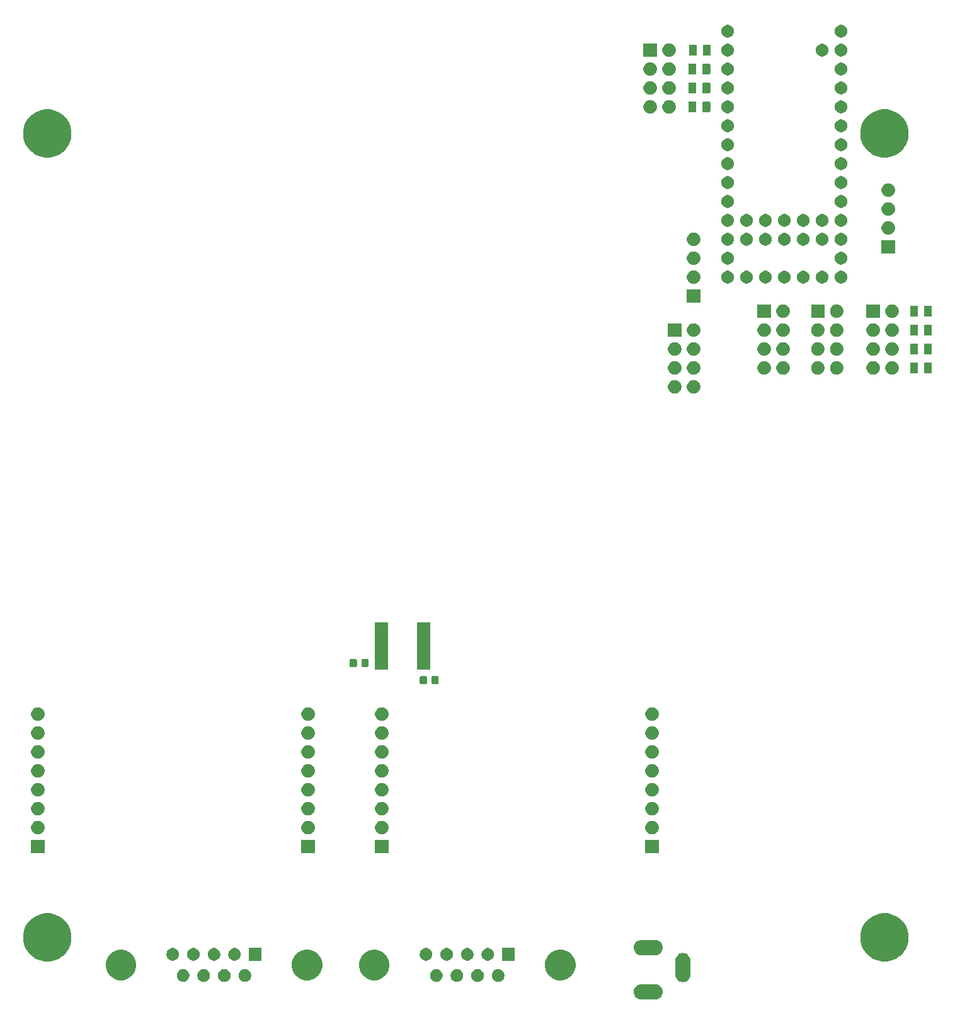
<source format=gbr>
G04 #@! TF.GenerationSoftware,KiCad,Pcbnew,(5.1.5)-3*
G04 #@! TF.CreationDate,2020-06-18T11:51:05-04:00*
G04 #@! TF.ProjectId,mtd415te,6d746434-3135-4746-952e-6b696361645f,rev?*
G04 #@! TF.SameCoordinates,Original*
G04 #@! TF.FileFunction,Soldermask,Top*
G04 #@! TF.FilePolarity,Negative*
%FSLAX46Y46*%
G04 Gerber Fmt 4.6, Leading zero omitted, Abs format (unit mm)*
G04 Created by KiCad (PCBNEW (5.1.5)-3) date 2020-06-18 11:51:05*
%MOMM*%
%LPD*%
G04 APERTURE LIST*
%ADD10C,0.100000*%
G04 APERTURE END LIST*
D10*
G36*
X130178228Y-155679483D02*
G01*
X130366922Y-155736723D01*
X130540815Y-155829671D01*
X130693239Y-155954761D01*
X130818329Y-156107185D01*
X130911277Y-156281078D01*
X130968517Y-156469772D01*
X130987843Y-156666000D01*
X130968517Y-156862228D01*
X130911277Y-157050922D01*
X130818329Y-157224815D01*
X130693239Y-157377239D01*
X130540815Y-157502329D01*
X130366922Y-157595277D01*
X130178228Y-157652517D01*
X130031175Y-157667000D01*
X128032825Y-157667000D01*
X127885772Y-157652517D01*
X127697078Y-157595277D01*
X127523185Y-157502329D01*
X127370761Y-157377239D01*
X127245671Y-157224815D01*
X127152723Y-157050922D01*
X127095483Y-156862228D01*
X127076157Y-156666000D01*
X127095483Y-156469772D01*
X127152723Y-156281078D01*
X127245671Y-156107185D01*
X127370761Y-155954761D01*
X127523185Y-155829671D01*
X127697078Y-155736723D01*
X127885772Y-155679483D01*
X128032825Y-155665000D01*
X130031175Y-155665000D01*
X130178228Y-155679483D01*
G37*
G36*
X133878227Y-151479483D02*
G01*
X134066921Y-151536723D01*
X134240815Y-151629671D01*
X134393239Y-151754761D01*
X134518329Y-151907185D01*
X134611277Y-152081078D01*
X134668517Y-152269772D01*
X134683000Y-152416825D01*
X134683000Y-154415175D01*
X134668517Y-154562228D01*
X134611277Y-154750922D01*
X134518329Y-154924815D01*
X134393239Y-155077239D01*
X134240815Y-155202329D01*
X134066922Y-155295277D01*
X133878228Y-155352517D01*
X133682000Y-155371843D01*
X133485773Y-155352517D01*
X133297079Y-155295277D01*
X133123186Y-155202329D01*
X132970762Y-155077239D01*
X132845672Y-154924815D01*
X132752724Y-154750922D01*
X132695484Y-154562228D01*
X132681001Y-154415175D01*
X132681000Y-152416826D01*
X132695483Y-152269773D01*
X132752723Y-152081079D01*
X132845671Y-151907185D01*
X132970761Y-151754761D01*
X133123185Y-151629671D01*
X133297078Y-151536723D01*
X133485772Y-151479483D01*
X133682000Y-151460157D01*
X133878227Y-151479483D01*
G37*
G36*
X100789228Y-153659703D02*
G01*
X100944100Y-153723853D01*
X101083481Y-153816985D01*
X101202015Y-153935519D01*
X101295147Y-154074900D01*
X101359297Y-154229772D01*
X101392000Y-154394184D01*
X101392000Y-154561816D01*
X101359297Y-154726228D01*
X101295147Y-154881100D01*
X101202015Y-155020481D01*
X101083481Y-155139015D01*
X100944100Y-155232147D01*
X100789228Y-155296297D01*
X100624816Y-155329000D01*
X100457184Y-155329000D01*
X100292772Y-155296297D01*
X100137900Y-155232147D01*
X99998519Y-155139015D01*
X99879985Y-155020481D01*
X99786853Y-154881100D01*
X99722703Y-154726228D01*
X99690000Y-154561816D01*
X99690000Y-154394184D01*
X99722703Y-154229772D01*
X99786853Y-154074900D01*
X99879985Y-153935519D01*
X99998519Y-153816985D01*
X100137900Y-153723853D01*
X100292772Y-153659703D01*
X100457184Y-153627000D01*
X100624816Y-153627000D01*
X100789228Y-153659703D01*
G37*
G36*
X109099228Y-153659703D02*
G01*
X109254100Y-153723853D01*
X109393481Y-153816985D01*
X109512015Y-153935519D01*
X109605147Y-154074900D01*
X109669297Y-154229772D01*
X109702000Y-154394184D01*
X109702000Y-154561816D01*
X109669297Y-154726228D01*
X109605147Y-154881100D01*
X109512015Y-155020481D01*
X109393481Y-155139015D01*
X109254100Y-155232147D01*
X109099228Y-155296297D01*
X108934816Y-155329000D01*
X108767184Y-155329000D01*
X108602772Y-155296297D01*
X108447900Y-155232147D01*
X108308519Y-155139015D01*
X108189985Y-155020481D01*
X108096853Y-154881100D01*
X108032703Y-154726228D01*
X108000000Y-154561816D01*
X108000000Y-154394184D01*
X108032703Y-154229772D01*
X108096853Y-154074900D01*
X108189985Y-153935519D01*
X108308519Y-153816985D01*
X108447900Y-153723853D01*
X108602772Y-153659703D01*
X108767184Y-153627000D01*
X108934816Y-153627000D01*
X109099228Y-153659703D01*
G37*
G36*
X103559228Y-153659703D02*
G01*
X103714100Y-153723853D01*
X103853481Y-153816985D01*
X103972015Y-153935519D01*
X104065147Y-154074900D01*
X104129297Y-154229772D01*
X104162000Y-154394184D01*
X104162000Y-154561816D01*
X104129297Y-154726228D01*
X104065147Y-154881100D01*
X103972015Y-155020481D01*
X103853481Y-155139015D01*
X103714100Y-155232147D01*
X103559228Y-155296297D01*
X103394816Y-155329000D01*
X103227184Y-155329000D01*
X103062772Y-155296297D01*
X102907900Y-155232147D01*
X102768519Y-155139015D01*
X102649985Y-155020481D01*
X102556853Y-154881100D01*
X102492703Y-154726228D01*
X102460000Y-154561816D01*
X102460000Y-154394184D01*
X102492703Y-154229772D01*
X102556853Y-154074900D01*
X102649985Y-153935519D01*
X102768519Y-153816985D01*
X102907900Y-153723853D01*
X103062772Y-153659703D01*
X103227184Y-153627000D01*
X103394816Y-153627000D01*
X103559228Y-153659703D01*
G37*
G36*
X106329228Y-153659703D02*
G01*
X106484100Y-153723853D01*
X106623481Y-153816985D01*
X106742015Y-153935519D01*
X106835147Y-154074900D01*
X106899297Y-154229772D01*
X106932000Y-154394184D01*
X106932000Y-154561816D01*
X106899297Y-154726228D01*
X106835147Y-154881100D01*
X106742015Y-155020481D01*
X106623481Y-155139015D01*
X106484100Y-155232147D01*
X106329228Y-155296297D01*
X106164816Y-155329000D01*
X105997184Y-155329000D01*
X105832772Y-155296297D01*
X105677900Y-155232147D01*
X105538519Y-155139015D01*
X105419985Y-155020481D01*
X105326853Y-154881100D01*
X105262703Y-154726228D01*
X105230000Y-154561816D01*
X105230000Y-154394184D01*
X105262703Y-154229772D01*
X105326853Y-154074900D01*
X105419985Y-153935519D01*
X105538519Y-153816985D01*
X105677900Y-153723853D01*
X105832772Y-153659703D01*
X105997184Y-153627000D01*
X106164816Y-153627000D01*
X106329228Y-153659703D01*
G37*
G36*
X66753228Y-153659703D02*
G01*
X66908100Y-153723853D01*
X67047481Y-153816985D01*
X67166015Y-153935519D01*
X67259147Y-154074900D01*
X67323297Y-154229772D01*
X67356000Y-154394184D01*
X67356000Y-154561816D01*
X67323297Y-154726228D01*
X67259147Y-154881100D01*
X67166015Y-155020481D01*
X67047481Y-155139015D01*
X66908100Y-155232147D01*
X66753228Y-155296297D01*
X66588816Y-155329000D01*
X66421184Y-155329000D01*
X66256772Y-155296297D01*
X66101900Y-155232147D01*
X65962519Y-155139015D01*
X65843985Y-155020481D01*
X65750853Y-154881100D01*
X65686703Y-154726228D01*
X65654000Y-154561816D01*
X65654000Y-154394184D01*
X65686703Y-154229772D01*
X65750853Y-154074900D01*
X65843985Y-153935519D01*
X65962519Y-153816985D01*
X66101900Y-153723853D01*
X66256772Y-153659703D01*
X66421184Y-153627000D01*
X66588816Y-153627000D01*
X66753228Y-153659703D01*
G37*
G36*
X69523228Y-153659703D02*
G01*
X69678100Y-153723853D01*
X69817481Y-153816985D01*
X69936015Y-153935519D01*
X70029147Y-154074900D01*
X70093297Y-154229772D01*
X70126000Y-154394184D01*
X70126000Y-154561816D01*
X70093297Y-154726228D01*
X70029147Y-154881100D01*
X69936015Y-155020481D01*
X69817481Y-155139015D01*
X69678100Y-155232147D01*
X69523228Y-155296297D01*
X69358816Y-155329000D01*
X69191184Y-155329000D01*
X69026772Y-155296297D01*
X68871900Y-155232147D01*
X68732519Y-155139015D01*
X68613985Y-155020481D01*
X68520853Y-154881100D01*
X68456703Y-154726228D01*
X68424000Y-154561816D01*
X68424000Y-154394184D01*
X68456703Y-154229772D01*
X68520853Y-154074900D01*
X68613985Y-153935519D01*
X68732519Y-153816985D01*
X68871900Y-153723853D01*
X69026772Y-153659703D01*
X69191184Y-153627000D01*
X69358816Y-153627000D01*
X69523228Y-153659703D01*
G37*
G36*
X72293228Y-153659703D02*
G01*
X72448100Y-153723853D01*
X72587481Y-153816985D01*
X72706015Y-153935519D01*
X72799147Y-154074900D01*
X72863297Y-154229772D01*
X72896000Y-154394184D01*
X72896000Y-154561816D01*
X72863297Y-154726228D01*
X72799147Y-154881100D01*
X72706015Y-155020481D01*
X72587481Y-155139015D01*
X72448100Y-155232147D01*
X72293228Y-155296297D01*
X72128816Y-155329000D01*
X71961184Y-155329000D01*
X71796772Y-155296297D01*
X71641900Y-155232147D01*
X71502519Y-155139015D01*
X71383985Y-155020481D01*
X71290853Y-154881100D01*
X71226703Y-154726228D01*
X71194000Y-154561816D01*
X71194000Y-154394184D01*
X71226703Y-154229772D01*
X71290853Y-154074900D01*
X71383985Y-153935519D01*
X71502519Y-153816985D01*
X71641900Y-153723853D01*
X71796772Y-153659703D01*
X71961184Y-153627000D01*
X72128816Y-153627000D01*
X72293228Y-153659703D01*
G37*
G36*
X75063228Y-153659703D02*
G01*
X75218100Y-153723853D01*
X75357481Y-153816985D01*
X75476015Y-153935519D01*
X75569147Y-154074900D01*
X75633297Y-154229772D01*
X75666000Y-154394184D01*
X75666000Y-154561816D01*
X75633297Y-154726228D01*
X75569147Y-154881100D01*
X75476015Y-155020481D01*
X75357481Y-155139015D01*
X75218100Y-155232147D01*
X75063228Y-155296297D01*
X74898816Y-155329000D01*
X74731184Y-155329000D01*
X74566772Y-155296297D01*
X74411900Y-155232147D01*
X74272519Y-155139015D01*
X74153985Y-155020481D01*
X74060853Y-154881100D01*
X73996703Y-154726228D01*
X73964000Y-154561816D01*
X73964000Y-154394184D01*
X73996703Y-154229772D01*
X74060853Y-154074900D01*
X74153985Y-153935519D01*
X74272519Y-153816985D01*
X74411900Y-153723853D01*
X74566772Y-153659703D01*
X74731184Y-153627000D01*
X74898816Y-153627000D01*
X75063228Y-153659703D01*
G37*
G36*
X58758254Y-151085818D02*
G01*
X58987097Y-151180608D01*
X59131513Y-151240427D01*
X59467436Y-151464884D01*
X59753116Y-151750564D01*
X59973961Y-152081081D01*
X59977574Y-152086489D01*
X60132182Y-152459746D01*
X60211000Y-152855993D01*
X60211000Y-153260007D01*
X60132182Y-153656254D01*
X60016506Y-153935520D01*
X59977573Y-154029513D01*
X59753116Y-154365436D01*
X59467436Y-154651116D01*
X59131513Y-154875573D01*
X59131512Y-154875574D01*
X59131511Y-154875574D01*
X58758254Y-155030182D01*
X58362007Y-155109000D01*
X57957993Y-155109000D01*
X57561746Y-155030182D01*
X57188489Y-154875574D01*
X57188488Y-154875574D01*
X57188487Y-154875573D01*
X56852564Y-154651116D01*
X56566884Y-154365436D01*
X56342427Y-154029513D01*
X56303494Y-153935520D01*
X56187818Y-153656254D01*
X56109000Y-153260007D01*
X56109000Y-152855993D01*
X56187818Y-152459746D01*
X56342426Y-152086489D01*
X56346040Y-152081081D01*
X56566884Y-151750564D01*
X56852564Y-151464884D01*
X57188487Y-151240427D01*
X57332903Y-151180608D01*
X57561746Y-151085818D01*
X57957993Y-151007000D01*
X58362007Y-151007000D01*
X58758254Y-151085818D01*
G37*
G36*
X117794254Y-151085818D02*
G01*
X118023097Y-151180608D01*
X118167513Y-151240427D01*
X118503436Y-151464884D01*
X118789116Y-151750564D01*
X119009961Y-152081081D01*
X119013574Y-152086489D01*
X119168182Y-152459746D01*
X119247000Y-152855993D01*
X119247000Y-153260007D01*
X119168182Y-153656254D01*
X119052506Y-153935520D01*
X119013573Y-154029513D01*
X118789116Y-154365436D01*
X118503436Y-154651116D01*
X118167513Y-154875573D01*
X118167512Y-154875574D01*
X118167511Y-154875574D01*
X117794254Y-155030182D01*
X117398007Y-155109000D01*
X116993993Y-155109000D01*
X116597746Y-155030182D01*
X116224489Y-154875574D01*
X116224488Y-154875574D01*
X116224487Y-154875573D01*
X115888564Y-154651116D01*
X115602884Y-154365436D01*
X115378427Y-154029513D01*
X115339494Y-153935520D01*
X115223818Y-153656254D01*
X115145000Y-153260007D01*
X115145000Y-152855993D01*
X115223818Y-152459746D01*
X115378426Y-152086489D01*
X115382040Y-152081081D01*
X115602884Y-151750564D01*
X115888564Y-151464884D01*
X116224487Y-151240427D01*
X116368903Y-151180608D01*
X116597746Y-151085818D01*
X116993993Y-151007000D01*
X117398007Y-151007000D01*
X117794254Y-151085818D01*
G37*
G36*
X92794254Y-151085818D02*
G01*
X93023097Y-151180608D01*
X93167513Y-151240427D01*
X93503436Y-151464884D01*
X93789116Y-151750564D01*
X94009961Y-152081081D01*
X94013574Y-152086489D01*
X94168182Y-152459746D01*
X94247000Y-152855993D01*
X94247000Y-153260007D01*
X94168182Y-153656254D01*
X94052506Y-153935520D01*
X94013573Y-154029513D01*
X93789116Y-154365436D01*
X93503436Y-154651116D01*
X93167513Y-154875573D01*
X93167512Y-154875574D01*
X93167511Y-154875574D01*
X92794254Y-155030182D01*
X92398007Y-155109000D01*
X91993993Y-155109000D01*
X91597746Y-155030182D01*
X91224489Y-154875574D01*
X91224488Y-154875574D01*
X91224487Y-154875573D01*
X90888564Y-154651116D01*
X90602884Y-154365436D01*
X90378427Y-154029513D01*
X90339494Y-153935520D01*
X90223818Y-153656254D01*
X90145000Y-153260007D01*
X90145000Y-152855993D01*
X90223818Y-152459746D01*
X90378426Y-152086489D01*
X90382040Y-152081081D01*
X90602884Y-151750564D01*
X90888564Y-151464884D01*
X91224487Y-151240427D01*
X91368903Y-151180608D01*
X91597746Y-151085818D01*
X91993993Y-151007000D01*
X92398007Y-151007000D01*
X92794254Y-151085818D01*
G37*
G36*
X83758254Y-151085818D02*
G01*
X83987097Y-151180608D01*
X84131513Y-151240427D01*
X84467436Y-151464884D01*
X84753116Y-151750564D01*
X84973961Y-152081081D01*
X84977574Y-152086489D01*
X85132182Y-152459746D01*
X85211000Y-152855993D01*
X85211000Y-153260007D01*
X85132182Y-153656254D01*
X85016506Y-153935520D01*
X84977573Y-154029513D01*
X84753116Y-154365436D01*
X84467436Y-154651116D01*
X84131513Y-154875573D01*
X84131512Y-154875574D01*
X84131511Y-154875574D01*
X83758254Y-155030182D01*
X83362007Y-155109000D01*
X82957993Y-155109000D01*
X82561746Y-155030182D01*
X82188489Y-154875574D01*
X82188488Y-154875574D01*
X82188487Y-154875573D01*
X81852564Y-154651116D01*
X81566884Y-154365436D01*
X81342427Y-154029513D01*
X81303494Y-153935520D01*
X81187818Y-153656254D01*
X81109000Y-153260007D01*
X81109000Y-152855993D01*
X81187818Y-152459746D01*
X81342426Y-152086489D01*
X81346040Y-152081081D01*
X81566884Y-151750564D01*
X81852564Y-151464884D01*
X82188487Y-151240427D01*
X82332903Y-151180608D01*
X82561746Y-151085818D01*
X82957993Y-151007000D01*
X83362007Y-151007000D01*
X83758254Y-151085818D01*
G37*
G36*
X161416239Y-146163467D02*
G01*
X161730282Y-146225934D01*
X162321926Y-146471001D01*
X162854392Y-146826784D01*
X163307216Y-147279608D01*
X163662999Y-147812074D01*
X163908066Y-148403718D01*
X163908066Y-148403719D01*
X164033000Y-149031803D01*
X164033000Y-149672197D01*
X164006241Y-149806722D01*
X163908066Y-150300282D01*
X163662999Y-150891926D01*
X163415265Y-151262685D01*
X163307217Y-151424391D01*
X162854391Y-151877217D01*
X162748477Y-151947986D01*
X162321926Y-152232999D01*
X161730282Y-152478066D01*
X161416239Y-152540533D01*
X161102197Y-152603000D01*
X160461803Y-152603000D01*
X160147761Y-152540533D01*
X159833718Y-152478066D01*
X159242074Y-152232999D01*
X158815523Y-151947986D01*
X158709609Y-151877217D01*
X158256783Y-151424391D01*
X158148735Y-151262685D01*
X157901001Y-150891926D01*
X157655934Y-150300282D01*
X157557759Y-149806722D01*
X157531000Y-149672197D01*
X157531000Y-149031803D01*
X157655934Y-148403719D01*
X157655934Y-148403718D01*
X157901001Y-147812074D01*
X158256784Y-147279608D01*
X158709608Y-146826784D01*
X159242074Y-146471001D01*
X159833718Y-146225934D01*
X160147761Y-146163467D01*
X160461803Y-146101000D01*
X161102197Y-146101000D01*
X161416239Y-146163467D01*
G37*
G36*
X48894239Y-146163467D02*
G01*
X49208282Y-146225934D01*
X49799926Y-146471001D01*
X50332392Y-146826784D01*
X50785216Y-147279608D01*
X51140999Y-147812074D01*
X51386066Y-148403718D01*
X51386066Y-148403719D01*
X51511000Y-149031803D01*
X51511000Y-149672197D01*
X51484241Y-149806722D01*
X51386066Y-150300282D01*
X51140999Y-150891926D01*
X50893265Y-151262685D01*
X50785217Y-151424391D01*
X50332391Y-151877217D01*
X50226477Y-151947986D01*
X49799926Y-152232999D01*
X49208282Y-152478066D01*
X48894239Y-152540533D01*
X48580197Y-152603000D01*
X47939803Y-152603000D01*
X47625761Y-152540533D01*
X47311718Y-152478066D01*
X46720074Y-152232999D01*
X46293523Y-151947986D01*
X46187609Y-151877217D01*
X45734783Y-151424391D01*
X45626735Y-151262685D01*
X45379001Y-150891926D01*
X45133934Y-150300282D01*
X45035759Y-149806722D01*
X45009000Y-149672197D01*
X45009000Y-149031803D01*
X45133934Y-148403719D01*
X45133934Y-148403718D01*
X45379001Y-147812074D01*
X45734784Y-147279608D01*
X46187608Y-146826784D01*
X46720074Y-146471001D01*
X47311718Y-146225934D01*
X47625761Y-146163467D01*
X47939803Y-146101000D01*
X48580197Y-146101000D01*
X48894239Y-146163467D01*
G37*
G36*
X107714228Y-150819703D02*
G01*
X107869100Y-150883853D01*
X108008481Y-150976985D01*
X108127015Y-151095519D01*
X108220147Y-151234900D01*
X108284297Y-151389772D01*
X108317000Y-151554184D01*
X108317000Y-151721816D01*
X108284297Y-151886228D01*
X108220147Y-152041100D01*
X108127015Y-152180481D01*
X108008481Y-152299015D01*
X107869100Y-152392147D01*
X107714228Y-152456297D01*
X107549816Y-152489000D01*
X107382184Y-152489000D01*
X107217772Y-152456297D01*
X107062900Y-152392147D01*
X106923519Y-152299015D01*
X106804985Y-152180481D01*
X106711853Y-152041100D01*
X106647703Y-151886228D01*
X106615000Y-151721816D01*
X106615000Y-151554184D01*
X106647703Y-151389772D01*
X106711853Y-151234900D01*
X106804985Y-151095519D01*
X106923519Y-150976985D01*
X107062900Y-150883853D01*
X107217772Y-150819703D01*
X107382184Y-150787000D01*
X107549816Y-150787000D01*
X107714228Y-150819703D01*
G37*
G36*
X99404228Y-150819703D02*
G01*
X99559100Y-150883853D01*
X99698481Y-150976985D01*
X99817015Y-151095519D01*
X99910147Y-151234900D01*
X99974297Y-151389772D01*
X100007000Y-151554184D01*
X100007000Y-151721816D01*
X99974297Y-151886228D01*
X99910147Y-152041100D01*
X99817015Y-152180481D01*
X99698481Y-152299015D01*
X99559100Y-152392147D01*
X99404228Y-152456297D01*
X99239816Y-152489000D01*
X99072184Y-152489000D01*
X98907772Y-152456297D01*
X98752900Y-152392147D01*
X98613519Y-152299015D01*
X98494985Y-152180481D01*
X98401853Y-152041100D01*
X98337703Y-151886228D01*
X98305000Y-151721816D01*
X98305000Y-151554184D01*
X98337703Y-151389772D01*
X98401853Y-151234900D01*
X98494985Y-151095519D01*
X98613519Y-150976985D01*
X98752900Y-150883853D01*
X98907772Y-150819703D01*
X99072184Y-150787000D01*
X99239816Y-150787000D01*
X99404228Y-150819703D01*
G37*
G36*
X102174228Y-150819703D02*
G01*
X102329100Y-150883853D01*
X102468481Y-150976985D01*
X102587015Y-151095519D01*
X102680147Y-151234900D01*
X102744297Y-151389772D01*
X102777000Y-151554184D01*
X102777000Y-151721816D01*
X102744297Y-151886228D01*
X102680147Y-152041100D01*
X102587015Y-152180481D01*
X102468481Y-152299015D01*
X102329100Y-152392147D01*
X102174228Y-152456297D01*
X102009816Y-152489000D01*
X101842184Y-152489000D01*
X101677772Y-152456297D01*
X101522900Y-152392147D01*
X101383519Y-152299015D01*
X101264985Y-152180481D01*
X101171853Y-152041100D01*
X101107703Y-151886228D01*
X101075000Y-151721816D01*
X101075000Y-151554184D01*
X101107703Y-151389772D01*
X101171853Y-151234900D01*
X101264985Y-151095519D01*
X101383519Y-150976985D01*
X101522900Y-150883853D01*
X101677772Y-150819703D01*
X101842184Y-150787000D01*
X102009816Y-150787000D01*
X102174228Y-150819703D01*
G37*
G36*
X104944228Y-150819703D02*
G01*
X105099100Y-150883853D01*
X105238481Y-150976985D01*
X105357015Y-151095519D01*
X105450147Y-151234900D01*
X105514297Y-151389772D01*
X105547000Y-151554184D01*
X105547000Y-151721816D01*
X105514297Y-151886228D01*
X105450147Y-152041100D01*
X105357015Y-152180481D01*
X105238481Y-152299015D01*
X105099100Y-152392147D01*
X104944228Y-152456297D01*
X104779816Y-152489000D01*
X104612184Y-152489000D01*
X104447772Y-152456297D01*
X104292900Y-152392147D01*
X104153519Y-152299015D01*
X104034985Y-152180481D01*
X103941853Y-152041100D01*
X103877703Y-151886228D01*
X103845000Y-151721816D01*
X103845000Y-151554184D01*
X103877703Y-151389772D01*
X103941853Y-151234900D01*
X104034985Y-151095519D01*
X104153519Y-150976985D01*
X104292900Y-150883853D01*
X104447772Y-150819703D01*
X104612184Y-150787000D01*
X104779816Y-150787000D01*
X104944228Y-150819703D01*
G37*
G36*
X77051000Y-152489000D02*
G01*
X75349000Y-152489000D01*
X75349000Y-150787000D01*
X77051000Y-150787000D01*
X77051000Y-152489000D01*
G37*
G36*
X73678228Y-150819703D02*
G01*
X73833100Y-150883853D01*
X73972481Y-150976985D01*
X74091015Y-151095519D01*
X74184147Y-151234900D01*
X74248297Y-151389772D01*
X74281000Y-151554184D01*
X74281000Y-151721816D01*
X74248297Y-151886228D01*
X74184147Y-152041100D01*
X74091015Y-152180481D01*
X73972481Y-152299015D01*
X73833100Y-152392147D01*
X73678228Y-152456297D01*
X73513816Y-152489000D01*
X73346184Y-152489000D01*
X73181772Y-152456297D01*
X73026900Y-152392147D01*
X72887519Y-152299015D01*
X72768985Y-152180481D01*
X72675853Y-152041100D01*
X72611703Y-151886228D01*
X72579000Y-151721816D01*
X72579000Y-151554184D01*
X72611703Y-151389772D01*
X72675853Y-151234900D01*
X72768985Y-151095519D01*
X72887519Y-150976985D01*
X73026900Y-150883853D01*
X73181772Y-150819703D01*
X73346184Y-150787000D01*
X73513816Y-150787000D01*
X73678228Y-150819703D01*
G37*
G36*
X111087000Y-152489000D02*
G01*
X109385000Y-152489000D01*
X109385000Y-150787000D01*
X111087000Y-150787000D01*
X111087000Y-152489000D01*
G37*
G36*
X65368228Y-150819703D02*
G01*
X65523100Y-150883853D01*
X65662481Y-150976985D01*
X65781015Y-151095519D01*
X65874147Y-151234900D01*
X65938297Y-151389772D01*
X65971000Y-151554184D01*
X65971000Y-151721816D01*
X65938297Y-151886228D01*
X65874147Y-152041100D01*
X65781015Y-152180481D01*
X65662481Y-152299015D01*
X65523100Y-152392147D01*
X65368228Y-152456297D01*
X65203816Y-152489000D01*
X65036184Y-152489000D01*
X64871772Y-152456297D01*
X64716900Y-152392147D01*
X64577519Y-152299015D01*
X64458985Y-152180481D01*
X64365853Y-152041100D01*
X64301703Y-151886228D01*
X64269000Y-151721816D01*
X64269000Y-151554184D01*
X64301703Y-151389772D01*
X64365853Y-151234900D01*
X64458985Y-151095519D01*
X64577519Y-150976985D01*
X64716900Y-150883853D01*
X64871772Y-150819703D01*
X65036184Y-150787000D01*
X65203816Y-150787000D01*
X65368228Y-150819703D01*
G37*
G36*
X70908228Y-150819703D02*
G01*
X71063100Y-150883853D01*
X71202481Y-150976985D01*
X71321015Y-151095519D01*
X71414147Y-151234900D01*
X71478297Y-151389772D01*
X71511000Y-151554184D01*
X71511000Y-151721816D01*
X71478297Y-151886228D01*
X71414147Y-152041100D01*
X71321015Y-152180481D01*
X71202481Y-152299015D01*
X71063100Y-152392147D01*
X70908228Y-152456297D01*
X70743816Y-152489000D01*
X70576184Y-152489000D01*
X70411772Y-152456297D01*
X70256900Y-152392147D01*
X70117519Y-152299015D01*
X69998985Y-152180481D01*
X69905853Y-152041100D01*
X69841703Y-151886228D01*
X69809000Y-151721816D01*
X69809000Y-151554184D01*
X69841703Y-151389772D01*
X69905853Y-151234900D01*
X69998985Y-151095519D01*
X70117519Y-150976985D01*
X70256900Y-150883853D01*
X70411772Y-150819703D01*
X70576184Y-150787000D01*
X70743816Y-150787000D01*
X70908228Y-150819703D01*
G37*
G36*
X68138228Y-150819703D02*
G01*
X68293100Y-150883853D01*
X68432481Y-150976985D01*
X68551015Y-151095519D01*
X68644147Y-151234900D01*
X68708297Y-151389772D01*
X68741000Y-151554184D01*
X68741000Y-151721816D01*
X68708297Y-151886228D01*
X68644147Y-152041100D01*
X68551015Y-152180481D01*
X68432481Y-152299015D01*
X68293100Y-152392147D01*
X68138228Y-152456297D01*
X67973816Y-152489000D01*
X67806184Y-152489000D01*
X67641772Y-152456297D01*
X67486900Y-152392147D01*
X67347519Y-152299015D01*
X67228985Y-152180481D01*
X67135853Y-152041100D01*
X67071703Y-151886228D01*
X67039000Y-151721816D01*
X67039000Y-151554184D01*
X67071703Y-151389772D01*
X67135853Y-151234900D01*
X67228985Y-151095519D01*
X67347519Y-150976985D01*
X67486900Y-150883853D01*
X67641772Y-150819703D01*
X67806184Y-150787000D01*
X67973816Y-150787000D01*
X68138228Y-150819703D01*
G37*
G36*
X130178228Y-149749483D02*
G01*
X130366922Y-149806723D01*
X130540815Y-149899671D01*
X130693239Y-150024761D01*
X130818329Y-150177185D01*
X130911277Y-150351078D01*
X130968517Y-150539772D01*
X130987843Y-150736000D01*
X130968517Y-150932228D01*
X130911277Y-151120922D01*
X130818329Y-151294815D01*
X130693239Y-151447239D01*
X130540815Y-151572329D01*
X130366922Y-151665277D01*
X130178228Y-151722517D01*
X130031175Y-151737000D01*
X128032825Y-151737000D01*
X127885772Y-151722517D01*
X127697078Y-151665277D01*
X127523185Y-151572329D01*
X127370761Y-151447239D01*
X127245671Y-151294815D01*
X127152723Y-151120922D01*
X127095483Y-150932228D01*
X127076157Y-150736000D01*
X127095483Y-150539772D01*
X127152723Y-150351078D01*
X127245671Y-150177185D01*
X127370761Y-150024761D01*
X127523185Y-149899671D01*
X127697078Y-149806723D01*
X127885772Y-149749483D01*
X128032825Y-149735000D01*
X130031175Y-149735000D01*
X130178228Y-149749483D01*
G37*
G36*
X47891000Y-138061000D02*
G01*
X46089000Y-138061000D01*
X46089000Y-136259000D01*
X47891000Y-136259000D01*
X47891000Y-138061000D01*
G37*
G36*
X130441000Y-138061000D02*
G01*
X128639000Y-138061000D01*
X128639000Y-136259000D01*
X130441000Y-136259000D01*
X130441000Y-138061000D01*
G37*
G36*
X94119000Y-138061000D02*
G01*
X92317000Y-138061000D01*
X92317000Y-136259000D01*
X94119000Y-136259000D01*
X94119000Y-138061000D01*
G37*
G36*
X84213000Y-138061000D02*
G01*
X82411000Y-138061000D01*
X82411000Y-136259000D01*
X84213000Y-136259000D01*
X84213000Y-138061000D01*
G37*
G36*
X47103512Y-133723927D02*
G01*
X47252812Y-133753624D01*
X47416784Y-133821544D01*
X47564354Y-133920147D01*
X47689853Y-134045646D01*
X47788456Y-134193216D01*
X47856376Y-134357188D01*
X47891000Y-134531259D01*
X47891000Y-134708741D01*
X47856376Y-134882812D01*
X47788456Y-135046784D01*
X47689853Y-135194354D01*
X47564354Y-135319853D01*
X47416784Y-135418456D01*
X47252812Y-135486376D01*
X47103512Y-135516073D01*
X47078742Y-135521000D01*
X46901258Y-135521000D01*
X46876488Y-135516073D01*
X46727188Y-135486376D01*
X46563216Y-135418456D01*
X46415646Y-135319853D01*
X46290147Y-135194354D01*
X46191544Y-135046784D01*
X46123624Y-134882812D01*
X46089000Y-134708741D01*
X46089000Y-134531259D01*
X46123624Y-134357188D01*
X46191544Y-134193216D01*
X46290147Y-134045646D01*
X46415646Y-133920147D01*
X46563216Y-133821544D01*
X46727188Y-133753624D01*
X46876488Y-133723927D01*
X46901258Y-133719000D01*
X47078742Y-133719000D01*
X47103512Y-133723927D01*
G37*
G36*
X83425512Y-133723927D02*
G01*
X83574812Y-133753624D01*
X83738784Y-133821544D01*
X83886354Y-133920147D01*
X84011853Y-134045646D01*
X84110456Y-134193216D01*
X84178376Y-134357188D01*
X84213000Y-134531259D01*
X84213000Y-134708741D01*
X84178376Y-134882812D01*
X84110456Y-135046784D01*
X84011853Y-135194354D01*
X83886354Y-135319853D01*
X83738784Y-135418456D01*
X83574812Y-135486376D01*
X83425512Y-135516073D01*
X83400742Y-135521000D01*
X83223258Y-135521000D01*
X83198488Y-135516073D01*
X83049188Y-135486376D01*
X82885216Y-135418456D01*
X82737646Y-135319853D01*
X82612147Y-135194354D01*
X82513544Y-135046784D01*
X82445624Y-134882812D01*
X82411000Y-134708741D01*
X82411000Y-134531259D01*
X82445624Y-134357188D01*
X82513544Y-134193216D01*
X82612147Y-134045646D01*
X82737646Y-133920147D01*
X82885216Y-133821544D01*
X83049188Y-133753624D01*
X83198488Y-133723927D01*
X83223258Y-133719000D01*
X83400742Y-133719000D01*
X83425512Y-133723927D01*
G37*
G36*
X93331512Y-133723927D02*
G01*
X93480812Y-133753624D01*
X93644784Y-133821544D01*
X93792354Y-133920147D01*
X93917853Y-134045646D01*
X94016456Y-134193216D01*
X94084376Y-134357188D01*
X94119000Y-134531259D01*
X94119000Y-134708741D01*
X94084376Y-134882812D01*
X94016456Y-135046784D01*
X93917853Y-135194354D01*
X93792354Y-135319853D01*
X93644784Y-135418456D01*
X93480812Y-135486376D01*
X93331512Y-135516073D01*
X93306742Y-135521000D01*
X93129258Y-135521000D01*
X93104488Y-135516073D01*
X92955188Y-135486376D01*
X92791216Y-135418456D01*
X92643646Y-135319853D01*
X92518147Y-135194354D01*
X92419544Y-135046784D01*
X92351624Y-134882812D01*
X92317000Y-134708741D01*
X92317000Y-134531259D01*
X92351624Y-134357188D01*
X92419544Y-134193216D01*
X92518147Y-134045646D01*
X92643646Y-133920147D01*
X92791216Y-133821544D01*
X92955188Y-133753624D01*
X93104488Y-133723927D01*
X93129258Y-133719000D01*
X93306742Y-133719000D01*
X93331512Y-133723927D01*
G37*
G36*
X129653512Y-133723927D02*
G01*
X129802812Y-133753624D01*
X129966784Y-133821544D01*
X130114354Y-133920147D01*
X130239853Y-134045646D01*
X130338456Y-134193216D01*
X130406376Y-134357188D01*
X130441000Y-134531259D01*
X130441000Y-134708741D01*
X130406376Y-134882812D01*
X130338456Y-135046784D01*
X130239853Y-135194354D01*
X130114354Y-135319853D01*
X129966784Y-135418456D01*
X129802812Y-135486376D01*
X129653512Y-135516073D01*
X129628742Y-135521000D01*
X129451258Y-135521000D01*
X129426488Y-135516073D01*
X129277188Y-135486376D01*
X129113216Y-135418456D01*
X128965646Y-135319853D01*
X128840147Y-135194354D01*
X128741544Y-135046784D01*
X128673624Y-134882812D01*
X128639000Y-134708741D01*
X128639000Y-134531259D01*
X128673624Y-134357188D01*
X128741544Y-134193216D01*
X128840147Y-134045646D01*
X128965646Y-133920147D01*
X129113216Y-133821544D01*
X129277188Y-133753624D01*
X129426488Y-133723927D01*
X129451258Y-133719000D01*
X129628742Y-133719000D01*
X129653512Y-133723927D01*
G37*
G36*
X129653512Y-131183927D02*
G01*
X129802812Y-131213624D01*
X129966784Y-131281544D01*
X130114354Y-131380147D01*
X130239853Y-131505646D01*
X130338456Y-131653216D01*
X130406376Y-131817188D01*
X130441000Y-131991259D01*
X130441000Y-132168741D01*
X130406376Y-132342812D01*
X130338456Y-132506784D01*
X130239853Y-132654354D01*
X130114354Y-132779853D01*
X129966784Y-132878456D01*
X129802812Y-132946376D01*
X129653512Y-132976073D01*
X129628742Y-132981000D01*
X129451258Y-132981000D01*
X129426488Y-132976073D01*
X129277188Y-132946376D01*
X129113216Y-132878456D01*
X128965646Y-132779853D01*
X128840147Y-132654354D01*
X128741544Y-132506784D01*
X128673624Y-132342812D01*
X128639000Y-132168741D01*
X128639000Y-131991259D01*
X128673624Y-131817188D01*
X128741544Y-131653216D01*
X128840147Y-131505646D01*
X128965646Y-131380147D01*
X129113216Y-131281544D01*
X129277188Y-131213624D01*
X129426488Y-131183927D01*
X129451258Y-131179000D01*
X129628742Y-131179000D01*
X129653512Y-131183927D01*
G37*
G36*
X93331512Y-131183927D02*
G01*
X93480812Y-131213624D01*
X93644784Y-131281544D01*
X93792354Y-131380147D01*
X93917853Y-131505646D01*
X94016456Y-131653216D01*
X94084376Y-131817188D01*
X94119000Y-131991259D01*
X94119000Y-132168741D01*
X94084376Y-132342812D01*
X94016456Y-132506784D01*
X93917853Y-132654354D01*
X93792354Y-132779853D01*
X93644784Y-132878456D01*
X93480812Y-132946376D01*
X93331512Y-132976073D01*
X93306742Y-132981000D01*
X93129258Y-132981000D01*
X93104488Y-132976073D01*
X92955188Y-132946376D01*
X92791216Y-132878456D01*
X92643646Y-132779853D01*
X92518147Y-132654354D01*
X92419544Y-132506784D01*
X92351624Y-132342812D01*
X92317000Y-132168741D01*
X92317000Y-131991259D01*
X92351624Y-131817188D01*
X92419544Y-131653216D01*
X92518147Y-131505646D01*
X92643646Y-131380147D01*
X92791216Y-131281544D01*
X92955188Y-131213624D01*
X93104488Y-131183927D01*
X93129258Y-131179000D01*
X93306742Y-131179000D01*
X93331512Y-131183927D01*
G37*
G36*
X83425512Y-131183927D02*
G01*
X83574812Y-131213624D01*
X83738784Y-131281544D01*
X83886354Y-131380147D01*
X84011853Y-131505646D01*
X84110456Y-131653216D01*
X84178376Y-131817188D01*
X84213000Y-131991259D01*
X84213000Y-132168741D01*
X84178376Y-132342812D01*
X84110456Y-132506784D01*
X84011853Y-132654354D01*
X83886354Y-132779853D01*
X83738784Y-132878456D01*
X83574812Y-132946376D01*
X83425512Y-132976073D01*
X83400742Y-132981000D01*
X83223258Y-132981000D01*
X83198488Y-132976073D01*
X83049188Y-132946376D01*
X82885216Y-132878456D01*
X82737646Y-132779853D01*
X82612147Y-132654354D01*
X82513544Y-132506784D01*
X82445624Y-132342812D01*
X82411000Y-132168741D01*
X82411000Y-131991259D01*
X82445624Y-131817188D01*
X82513544Y-131653216D01*
X82612147Y-131505646D01*
X82737646Y-131380147D01*
X82885216Y-131281544D01*
X83049188Y-131213624D01*
X83198488Y-131183927D01*
X83223258Y-131179000D01*
X83400742Y-131179000D01*
X83425512Y-131183927D01*
G37*
G36*
X47103512Y-131183927D02*
G01*
X47252812Y-131213624D01*
X47416784Y-131281544D01*
X47564354Y-131380147D01*
X47689853Y-131505646D01*
X47788456Y-131653216D01*
X47856376Y-131817188D01*
X47891000Y-131991259D01*
X47891000Y-132168741D01*
X47856376Y-132342812D01*
X47788456Y-132506784D01*
X47689853Y-132654354D01*
X47564354Y-132779853D01*
X47416784Y-132878456D01*
X47252812Y-132946376D01*
X47103512Y-132976073D01*
X47078742Y-132981000D01*
X46901258Y-132981000D01*
X46876488Y-132976073D01*
X46727188Y-132946376D01*
X46563216Y-132878456D01*
X46415646Y-132779853D01*
X46290147Y-132654354D01*
X46191544Y-132506784D01*
X46123624Y-132342812D01*
X46089000Y-132168741D01*
X46089000Y-131991259D01*
X46123624Y-131817188D01*
X46191544Y-131653216D01*
X46290147Y-131505646D01*
X46415646Y-131380147D01*
X46563216Y-131281544D01*
X46727188Y-131213624D01*
X46876488Y-131183927D01*
X46901258Y-131179000D01*
X47078742Y-131179000D01*
X47103512Y-131183927D01*
G37*
G36*
X129653512Y-128643927D02*
G01*
X129802812Y-128673624D01*
X129966784Y-128741544D01*
X130114354Y-128840147D01*
X130239853Y-128965646D01*
X130338456Y-129113216D01*
X130406376Y-129277188D01*
X130441000Y-129451259D01*
X130441000Y-129628741D01*
X130406376Y-129802812D01*
X130338456Y-129966784D01*
X130239853Y-130114354D01*
X130114354Y-130239853D01*
X129966784Y-130338456D01*
X129802812Y-130406376D01*
X129653512Y-130436073D01*
X129628742Y-130441000D01*
X129451258Y-130441000D01*
X129426488Y-130436073D01*
X129277188Y-130406376D01*
X129113216Y-130338456D01*
X128965646Y-130239853D01*
X128840147Y-130114354D01*
X128741544Y-129966784D01*
X128673624Y-129802812D01*
X128639000Y-129628741D01*
X128639000Y-129451259D01*
X128673624Y-129277188D01*
X128741544Y-129113216D01*
X128840147Y-128965646D01*
X128965646Y-128840147D01*
X129113216Y-128741544D01*
X129277188Y-128673624D01*
X129426488Y-128643927D01*
X129451258Y-128639000D01*
X129628742Y-128639000D01*
X129653512Y-128643927D01*
G37*
G36*
X93331512Y-128643927D02*
G01*
X93480812Y-128673624D01*
X93644784Y-128741544D01*
X93792354Y-128840147D01*
X93917853Y-128965646D01*
X94016456Y-129113216D01*
X94084376Y-129277188D01*
X94119000Y-129451259D01*
X94119000Y-129628741D01*
X94084376Y-129802812D01*
X94016456Y-129966784D01*
X93917853Y-130114354D01*
X93792354Y-130239853D01*
X93644784Y-130338456D01*
X93480812Y-130406376D01*
X93331512Y-130436073D01*
X93306742Y-130441000D01*
X93129258Y-130441000D01*
X93104488Y-130436073D01*
X92955188Y-130406376D01*
X92791216Y-130338456D01*
X92643646Y-130239853D01*
X92518147Y-130114354D01*
X92419544Y-129966784D01*
X92351624Y-129802812D01*
X92317000Y-129628741D01*
X92317000Y-129451259D01*
X92351624Y-129277188D01*
X92419544Y-129113216D01*
X92518147Y-128965646D01*
X92643646Y-128840147D01*
X92791216Y-128741544D01*
X92955188Y-128673624D01*
X93104488Y-128643927D01*
X93129258Y-128639000D01*
X93306742Y-128639000D01*
X93331512Y-128643927D01*
G37*
G36*
X83425512Y-128643927D02*
G01*
X83574812Y-128673624D01*
X83738784Y-128741544D01*
X83886354Y-128840147D01*
X84011853Y-128965646D01*
X84110456Y-129113216D01*
X84178376Y-129277188D01*
X84213000Y-129451259D01*
X84213000Y-129628741D01*
X84178376Y-129802812D01*
X84110456Y-129966784D01*
X84011853Y-130114354D01*
X83886354Y-130239853D01*
X83738784Y-130338456D01*
X83574812Y-130406376D01*
X83425512Y-130436073D01*
X83400742Y-130441000D01*
X83223258Y-130441000D01*
X83198488Y-130436073D01*
X83049188Y-130406376D01*
X82885216Y-130338456D01*
X82737646Y-130239853D01*
X82612147Y-130114354D01*
X82513544Y-129966784D01*
X82445624Y-129802812D01*
X82411000Y-129628741D01*
X82411000Y-129451259D01*
X82445624Y-129277188D01*
X82513544Y-129113216D01*
X82612147Y-128965646D01*
X82737646Y-128840147D01*
X82885216Y-128741544D01*
X83049188Y-128673624D01*
X83198488Y-128643927D01*
X83223258Y-128639000D01*
X83400742Y-128639000D01*
X83425512Y-128643927D01*
G37*
G36*
X47103512Y-128643927D02*
G01*
X47252812Y-128673624D01*
X47416784Y-128741544D01*
X47564354Y-128840147D01*
X47689853Y-128965646D01*
X47788456Y-129113216D01*
X47856376Y-129277188D01*
X47891000Y-129451259D01*
X47891000Y-129628741D01*
X47856376Y-129802812D01*
X47788456Y-129966784D01*
X47689853Y-130114354D01*
X47564354Y-130239853D01*
X47416784Y-130338456D01*
X47252812Y-130406376D01*
X47103512Y-130436073D01*
X47078742Y-130441000D01*
X46901258Y-130441000D01*
X46876488Y-130436073D01*
X46727188Y-130406376D01*
X46563216Y-130338456D01*
X46415646Y-130239853D01*
X46290147Y-130114354D01*
X46191544Y-129966784D01*
X46123624Y-129802812D01*
X46089000Y-129628741D01*
X46089000Y-129451259D01*
X46123624Y-129277188D01*
X46191544Y-129113216D01*
X46290147Y-128965646D01*
X46415646Y-128840147D01*
X46563216Y-128741544D01*
X46727188Y-128673624D01*
X46876488Y-128643927D01*
X46901258Y-128639000D01*
X47078742Y-128639000D01*
X47103512Y-128643927D01*
G37*
G36*
X93331512Y-126103927D02*
G01*
X93480812Y-126133624D01*
X93644784Y-126201544D01*
X93792354Y-126300147D01*
X93917853Y-126425646D01*
X94016456Y-126573216D01*
X94084376Y-126737188D01*
X94119000Y-126911259D01*
X94119000Y-127088741D01*
X94084376Y-127262812D01*
X94016456Y-127426784D01*
X93917853Y-127574354D01*
X93792354Y-127699853D01*
X93644784Y-127798456D01*
X93480812Y-127866376D01*
X93331512Y-127896073D01*
X93306742Y-127901000D01*
X93129258Y-127901000D01*
X93104488Y-127896073D01*
X92955188Y-127866376D01*
X92791216Y-127798456D01*
X92643646Y-127699853D01*
X92518147Y-127574354D01*
X92419544Y-127426784D01*
X92351624Y-127262812D01*
X92317000Y-127088741D01*
X92317000Y-126911259D01*
X92351624Y-126737188D01*
X92419544Y-126573216D01*
X92518147Y-126425646D01*
X92643646Y-126300147D01*
X92791216Y-126201544D01*
X92955188Y-126133624D01*
X93104488Y-126103927D01*
X93129258Y-126099000D01*
X93306742Y-126099000D01*
X93331512Y-126103927D01*
G37*
G36*
X129653512Y-126103927D02*
G01*
X129802812Y-126133624D01*
X129966784Y-126201544D01*
X130114354Y-126300147D01*
X130239853Y-126425646D01*
X130338456Y-126573216D01*
X130406376Y-126737188D01*
X130441000Y-126911259D01*
X130441000Y-127088741D01*
X130406376Y-127262812D01*
X130338456Y-127426784D01*
X130239853Y-127574354D01*
X130114354Y-127699853D01*
X129966784Y-127798456D01*
X129802812Y-127866376D01*
X129653512Y-127896073D01*
X129628742Y-127901000D01*
X129451258Y-127901000D01*
X129426488Y-127896073D01*
X129277188Y-127866376D01*
X129113216Y-127798456D01*
X128965646Y-127699853D01*
X128840147Y-127574354D01*
X128741544Y-127426784D01*
X128673624Y-127262812D01*
X128639000Y-127088741D01*
X128639000Y-126911259D01*
X128673624Y-126737188D01*
X128741544Y-126573216D01*
X128840147Y-126425646D01*
X128965646Y-126300147D01*
X129113216Y-126201544D01*
X129277188Y-126133624D01*
X129426488Y-126103927D01*
X129451258Y-126099000D01*
X129628742Y-126099000D01*
X129653512Y-126103927D01*
G37*
G36*
X83425512Y-126103927D02*
G01*
X83574812Y-126133624D01*
X83738784Y-126201544D01*
X83886354Y-126300147D01*
X84011853Y-126425646D01*
X84110456Y-126573216D01*
X84178376Y-126737188D01*
X84213000Y-126911259D01*
X84213000Y-127088741D01*
X84178376Y-127262812D01*
X84110456Y-127426784D01*
X84011853Y-127574354D01*
X83886354Y-127699853D01*
X83738784Y-127798456D01*
X83574812Y-127866376D01*
X83425512Y-127896073D01*
X83400742Y-127901000D01*
X83223258Y-127901000D01*
X83198488Y-127896073D01*
X83049188Y-127866376D01*
X82885216Y-127798456D01*
X82737646Y-127699853D01*
X82612147Y-127574354D01*
X82513544Y-127426784D01*
X82445624Y-127262812D01*
X82411000Y-127088741D01*
X82411000Y-126911259D01*
X82445624Y-126737188D01*
X82513544Y-126573216D01*
X82612147Y-126425646D01*
X82737646Y-126300147D01*
X82885216Y-126201544D01*
X83049188Y-126133624D01*
X83198488Y-126103927D01*
X83223258Y-126099000D01*
X83400742Y-126099000D01*
X83425512Y-126103927D01*
G37*
G36*
X47103512Y-126103927D02*
G01*
X47252812Y-126133624D01*
X47416784Y-126201544D01*
X47564354Y-126300147D01*
X47689853Y-126425646D01*
X47788456Y-126573216D01*
X47856376Y-126737188D01*
X47891000Y-126911259D01*
X47891000Y-127088741D01*
X47856376Y-127262812D01*
X47788456Y-127426784D01*
X47689853Y-127574354D01*
X47564354Y-127699853D01*
X47416784Y-127798456D01*
X47252812Y-127866376D01*
X47103512Y-127896073D01*
X47078742Y-127901000D01*
X46901258Y-127901000D01*
X46876488Y-127896073D01*
X46727188Y-127866376D01*
X46563216Y-127798456D01*
X46415646Y-127699853D01*
X46290147Y-127574354D01*
X46191544Y-127426784D01*
X46123624Y-127262812D01*
X46089000Y-127088741D01*
X46089000Y-126911259D01*
X46123624Y-126737188D01*
X46191544Y-126573216D01*
X46290147Y-126425646D01*
X46415646Y-126300147D01*
X46563216Y-126201544D01*
X46727188Y-126133624D01*
X46876488Y-126103927D01*
X46901258Y-126099000D01*
X47078742Y-126099000D01*
X47103512Y-126103927D01*
G37*
G36*
X47103512Y-123563927D02*
G01*
X47252812Y-123593624D01*
X47416784Y-123661544D01*
X47564354Y-123760147D01*
X47689853Y-123885646D01*
X47788456Y-124033216D01*
X47856376Y-124197188D01*
X47891000Y-124371259D01*
X47891000Y-124548741D01*
X47856376Y-124722812D01*
X47788456Y-124886784D01*
X47689853Y-125034354D01*
X47564354Y-125159853D01*
X47416784Y-125258456D01*
X47252812Y-125326376D01*
X47103512Y-125356073D01*
X47078742Y-125361000D01*
X46901258Y-125361000D01*
X46876488Y-125356073D01*
X46727188Y-125326376D01*
X46563216Y-125258456D01*
X46415646Y-125159853D01*
X46290147Y-125034354D01*
X46191544Y-124886784D01*
X46123624Y-124722812D01*
X46089000Y-124548741D01*
X46089000Y-124371259D01*
X46123624Y-124197188D01*
X46191544Y-124033216D01*
X46290147Y-123885646D01*
X46415646Y-123760147D01*
X46563216Y-123661544D01*
X46727188Y-123593624D01*
X46876488Y-123563927D01*
X46901258Y-123559000D01*
X47078742Y-123559000D01*
X47103512Y-123563927D01*
G37*
G36*
X129653512Y-123563927D02*
G01*
X129802812Y-123593624D01*
X129966784Y-123661544D01*
X130114354Y-123760147D01*
X130239853Y-123885646D01*
X130338456Y-124033216D01*
X130406376Y-124197188D01*
X130441000Y-124371259D01*
X130441000Y-124548741D01*
X130406376Y-124722812D01*
X130338456Y-124886784D01*
X130239853Y-125034354D01*
X130114354Y-125159853D01*
X129966784Y-125258456D01*
X129802812Y-125326376D01*
X129653512Y-125356073D01*
X129628742Y-125361000D01*
X129451258Y-125361000D01*
X129426488Y-125356073D01*
X129277188Y-125326376D01*
X129113216Y-125258456D01*
X128965646Y-125159853D01*
X128840147Y-125034354D01*
X128741544Y-124886784D01*
X128673624Y-124722812D01*
X128639000Y-124548741D01*
X128639000Y-124371259D01*
X128673624Y-124197188D01*
X128741544Y-124033216D01*
X128840147Y-123885646D01*
X128965646Y-123760147D01*
X129113216Y-123661544D01*
X129277188Y-123593624D01*
X129426488Y-123563927D01*
X129451258Y-123559000D01*
X129628742Y-123559000D01*
X129653512Y-123563927D01*
G37*
G36*
X83425512Y-123563927D02*
G01*
X83574812Y-123593624D01*
X83738784Y-123661544D01*
X83886354Y-123760147D01*
X84011853Y-123885646D01*
X84110456Y-124033216D01*
X84178376Y-124197188D01*
X84213000Y-124371259D01*
X84213000Y-124548741D01*
X84178376Y-124722812D01*
X84110456Y-124886784D01*
X84011853Y-125034354D01*
X83886354Y-125159853D01*
X83738784Y-125258456D01*
X83574812Y-125326376D01*
X83425512Y-125356073D01*
X83400742Y-125361000D01*
X83223258Y-125361000D01*
X83198488Y-125356073D01*
X83049188Y-125326376D01*
X82885216Y-125258456D01*
X82737646Y-125159853D01*
X82612147Y-125034354D01*
X82513544Y-124886784D01*
X82445624Y-124722812D01*
X82411000Y-124548741D01*
X82411000Y-124371259D01*
X82445624Y-124197188D01*
X82513544Y-124033216D01*
X82612147Y-123885646D01*
X82737646Y-123760147D01*
X82885216Y-123661544D01*
X83049188Y-123593624D01*
X83198488Y-123563927D01*
X83223258Y-123559000D01*
X83400742Y-123559000D01*
X83425512Y-123563927D01*
G37*
G36*
X93331512Y-123563927D02*
G01*
X93480812Y-123593624D01*
X93644784Y-123661544D01*
X93792354Y-123760147D01*
X93917853Y-123885646D01*
X94016456Y-124033216D01*
X94084376Y-124197188D01*
X94119000Y-124371259D01*
X94119000Y-124548741D01*
X94084376Y-124722812D01*
X94016456Y-124886784D01*
X93917853Y-125034354D01*
X93792354Y-125159853D01*
X93644784Y-125258456D01*
X93480812Y-125326376D01*
X93331512Y-125356073D01*
X93306742Y-125361000D01*
X93129258Y-125361000D01*
X93104488Y-125356073D01*
X92955188Y-125326376D01*
X92791216Y-125258456D01*
X92643646Y-125159853D01*
X92518147Y-125034354D01*
X92419544Y-124886784D01*
X92351624Y-124722812D01*
X92317000Y-124548741D01*
X92317000Y-124371259D01*
X92351624Y-124197188D01*
X92419544Y-124033216D01*
X92518147Y-123885646D01*
X92643646Y-123760147D01*
X92791216Y-123661544D01*
X92955188Y-123593624D01*
X93104488Y-123563927D01*
X93129258Y-123559000D01*
X93306742Y-123559000D01*
X93331512Y-123563927D01*
G37*
G36*
X83425512Y-121023927D02*
G01*
X83574812Y-121053624D01*
X83738784Y-121121544D01*
X83886354Y-121220147D01*
X84011853Y-121345646D01*
X84110456Y-121493216D01*
X84178376Y-121657188D01*
X84213000Y-121831259D01*
X84213000Y-122008741D01*
X84178376Y-122182812D01*
X84110456Y-122346784D01*
X84011853Y-122494354D01*
X83886354Y-122619853D01*
X83738784Y-122718456D01*
X83574812Y-122786376D01*
X83425512Y-122816073D01*
X83400742Y-122821000D01*
X83223258Y-122821000D01*
X83198488Y-122816073D01*
X83049188Y-122786376D01*
X82885216Y-122718456D01*
X82737646Y-122619853D01*
X82612147Y-122494354D01*
X82513544Y-122346784D01*
X82445624Y-122182812D01*
X82411000Y-122008741D01*
X82411000Y-121831259D01*
X82445624Y-121657188D01*
X82513544Y-121493216D01*
X82612147Y-121345646D01*
X82737646Y-121220147D01*
X82885216Y-121121544D01*
X83049188Y-121053624D01*
X83198488Y-121023927D01*
X83223258Y-121019000D01*
X83400742Y-121019000D01*
X83425512Y-121023927D01*
G37*
G36*
X93331512Y-121023927D02*
G01*
X93480812Y-121053624D01*
X93644784Y-121121544D01*
X93792354Y-121220147D01*
X93917853Y-121345646D01*
X94016456Y-121493216D01*
X94084376Y-121657188D01*
X94119000Y-121831259D01*
X94119000Y-122008741D01*
X94084376Y-122182812D01*
X94016456Y-122346784D01*
X93917853Y-122494354D01*
X93792354Y-122619853D01*
X93644784Y-122718456D01*
X93480812Y-122786376D01*
X93331512Y-122816073D01*
X93306742Y-122821000D01*
X93129258Y-122821000D01*
X93104488Y-122816073D01*
X92955188Y-122786376D01*
X92791216Y-122718456D01*
X92643646Y-122619853D01*
X92518147Y-122494354D01*
X92419544Y-122346784D01*
X92351624Y-122182812D01*
X92317000Y-122008741D01*
X92317000Y-121831259D01*
X92351624Y-121657188D01*
X92419544Y-121493216D01*
X92518147Y-121345646D01*
X92643646Y-121220147D01*
X92791216Y-121121544D01*
X92955188Y-121053624D01*
X93104488Y-121023927D01*
X93129258Y-121019000D01*
X93306742Y-121019000D01*
X93331512Y-121023927D01*
G37*
G36*
X129653512Y-121023927D02*
G01*
X129802812Y-121053624D01*
X129966784Y-121121544D01*
X130114354Y-121220147D01*
X130239853Y-121345646D01*
X130338456Y-121493216D01*
X130406376Y-121657188D01*
X130441000Y-121831259D01*
X130441000Y-122008741D01*
X130406376Y-122182812D01*
X130338456Y-122346784D01*
X130239853Y-122494354D01*
X130114354Y-122619853D01*
X129966784Y-122718456D01*
X129802812Y-122786376D01*
X129653512Y-122816073D01*
X129628742Y-122821000D01*
X129451258Y-122821000D01*
X129426488Y-122816073D01*
X129277188Y-122786376D01*
X129113216Y-122718456D01*
X128965646Y-122619853D01*
X128840147Y-122494354D01*
X128741544Y-122346784D01*
X128673624Y-122182812D01*
X128639000Y-122008741D01*
X128639000Y-121831259D01*
X128673624Y-121657188D01*
X128741544Y-121493216D01*
X128840147Y-121345646D01*
X128965646Y-121220147D01*
X129113216Y-121121544D01*
X129277188Y-121053624D01*
X129426488Y-121023927D01*
X129451258Y-121019000D01*
X129628742Y-121019000D01*
X129653512Y-121023927D01*
G37*
G36*
X47103512Y-121023927D02*
G01*
X47252812Y-121053624D01*
X47416784Y-121121544D01*
X47564354Y-121220147D01*
X47689853Y-121345646D01*
X47788456Y-121493216D01*
X47856376Y-121657188D01*
X47891000Y-121831259D01*
X47891000Y-122008741D01*
X47856376Y-122182812D01*
X47788456Y-122346784D01*
X47689853Y-122494354D01*
X47564354Y-122619853D01*
X47416784Y-122718456D01*
X47252812Y-122786376D01*
X47103512Y-122816073D01*
X47078742Y-122821000D01*
X46901258Y-122821000D01*
X46876488Y-122816073D01*
X46727188Y-122786376D01*
X46563216Y-122718456D01*
X46415646Y-122619853D01*
X46290147Y-122494354D01*
X46191544Y-122346784D01*
X46123624Y-122182812D01*
X46089000Y-122008741D01*
X46089000Y-121831259D01*
X46123624Y-121657188D01*
X46191544Y-121493216D01*
X46290147Y-121345646D01*
X46415646Y-121220147D01*
X46563216Y-121121544D01*
X46727188Y-121053624D01*
X46876488Y-121023927D01*
X46901258Y-121019000D01*
X47078742Y-121019000D01*
X47103512Y-121023927D01*
G37*
G36*
X47103512Y-118483927D02*
G01*
X47252812Y-118513624D01*
X47416784Y-118581544D01*
X47564354Y-118680147D01*
X47689853Y-118805646D01*
X47788456Y-118953216D01*
X47856376Y-119117188D01*
X47891000Y-119291259D01*
X47891000Y-119468741D01*
X47856376Y-119642812D01*
X47788456Y-119806784D01*
X47689853Y-119954354D01*
X47564354Y-120079853D01*
X47416784Y-120178456D01*
X47252812Y-120246376D01*
X47103512Y-120276073D01*
X47078742Y-120281000D01*
X46901258Y-120281000D01*
X46876488Y-120276073D01*
X46727188Y-120246376D01*
X46563216Y-120178456D01*
X46415646Y-120079853D01*
X46290147Y-119954354D01*
X46191544Y-119806784D01*
X46123624Y-119642812D01*
X46089000Y-119468741D01*
X46089000Y-119291259D01*
X46123624Y-119117188D01*
X46191544Y-118953216D01*
X46290147Y-118805646D01*
X46415646Y-118680147D01*
X46563216Y-118581544D01*
X46727188Y-118513624D01*
X46876488Y-118483927D01*
X46901258Y-118479000D01*
X47078742Y-118479000D01*
X47103512Y-118483927D01*
G37*
G36*
X83425512Y-118483927D02*
G01*
X83574812Y-118513624D01*
X83738784Y-118581544D01*
X83886354Y-118680147D01*
X84011853Y-118805646D01*
X84110456Y-118953216D01*
X84178376Y-119117188D01*
X84213000Y-119291259D01*
X84213000Y-119468741D01*
X84178376Y-119642812D01*
X84110456Y-119806784D01*
X84011853Y-119954354D01*
X83886354Y-120079853D01*
X83738784Y-120178456D01*
X83574812Y-120246376D01*
X83425512Y-120276073D01*
X83400742Y-120281000D01*
X83223258Y-120281000D01*
X83198488Y-120276073D01*
X83049188Y-120246376D01*
X82885216Y-120178456D01*
X82737646Y-120079853D01*
X82612147Y-119954354D01*
X82513544Y-119806784D01*
X82445624Y-119642812D01*
X82411000Y-119468741D01*
X82411000Y-119291259D01*
X82445624Y-119117188D01*
X82513544Y-118953216D01*
X82612147Y-118805646D01*
X82737646Y-118680147D01*
X82885216Y-118581544D01*
X83049188Y-118513624D01*
X83198488Y-118483927D01*
X83223258Y-118479000D01*
X83400742Y-118479000D01*
X83425512Y-118483927D01*
G37*
G36*
X129653512Y-118483927D02*
G01*
X129802812Y-118513624D01*
X129966784Y-118581544D01*
X130114354Y-118680147D01*
X130239853Y-118805646D01*
X130338456Y-118953216D01*
X130406376Y-119117188D01*
X130441000Y-119291259D01*
X130441000Y-119468741D01*
X130406376Y-119642812D01*
X130338456Y-119806784D01*
X130239853Y-119954354D01*
X130114354Y-120079853D01*
X129966784Y-120178456D01*
X129802812Y-120246376D01*
X129653512Y-120276073D01*
X129628742Y-120281000D01*
X129451258Y-120281000D01*
X129426488Y-120276073D01*
X129277188Y-120246376D01*
X129113216Y-120178456D01*
X128965646Y-120079853D01*
X128840147Y-119954354D01*
X128741544Y-119806784D01*
X128673624Y-119642812D01*
X128639000Y-119468741D01*
X128639000Y-119291259D01*
X128673624Y-119117188D01*
X128741544Y-118953216D01*
X128840147Y-118805646D01*
X128965646Y-118680147D01*
X129113216Y-118581544D01*
X129277188Y-118513624D01*
X129426488Y-118483927D01*
X129451258Y-118479000D01*
X129628742Y-118479000D01*
X129653512Y-118483927D01*
G37*
G36*
X93331512Y-118483927D02*
G01*
X93480812Y-118513624D01*
X93644784Y-118581544D01*
X93792354Y-118680147D01*
X93917853Y-118805646D01*
X94016456Y-118953216D01*
X94084376Y-119117188D01*
X94119000Y-119291259D01*
X94119000Y-119468741D01*
X94084376Y-119642812D01*
X94016456Y-119806784D01*
X93917853Y-119954354D01*
X93792354Y-120079853D01*
X93644784Y-120178456D01*
X93480812Y-120246376D01*
X93331512Y-120276073D01*
X93306742Y-120281000D01*
X93129258Y-120281000D01*
X93104488Y-120276073D01*
X92955188Y-120246376D01*
X92791216Y-120178456D01*
X92643646Y-120079853D01*
X92518147Y-119954354D01*
X92419544Y-119806784D01*
X92351624Y-119642812D01*
X92317000Y-119468741D01*
X92317000Y-119291259D01*
X92351624Y-119117188D01*
X92419544Y-118953216D01*
X92518147Y-118805646D01*
X92643646Y-118680147D01*
X92791216Y-118581544D01*
X92955188Y-118513624D01*
X93104488Y-118483927D01*
X93129258Y-118479000D01*
X93306742Y-118479000D01*
X93331512Y-118483927D01*
G37*
G36*
X100723091Y-114286085D02*
G01*
X100757069Y-114296393D01*
X100788390Y-114313134D01*
X100815839Y-114335661D01*
X100838366Y-114363110D01*
X100855107Y-114394431D01*
X100865415Y-114428409D01*
X100869500Y-114469890D01*
X100869500Y-115146110D01*
X100865415Y-115187591D01*
X100855107Y-115221569D01*
X100838366Y-115252890D01*
X100815839Y-115280339D01*
X100788390Y-115302866D01*
X100757069Y-115319607D01*
X100723091Y-115329915D01*
X100681610Y-115334000D01*
X100080390Y-115334000D01*
X100038909Y-115329915D01*
X100004931Y-115319607D01*
X99973610Y-115302866D01*
X99946161Y-115280339D01*
X99923634Y-115252890D01*
X99906893Y-115221569D01*
X99896585Y-115187591D01*
X99892500Y-115146110D01*
X99892500Y-114469890D01*
X99896585Y-114428409D01*
X99906893Y-114394431D01*
X99923634Y-114363110D01*
X99946161Y-114335661D01*
X99973610Y-114313134D01*
X100004931Y-114296393D01*
X100038909Y-114286085D01*
X100080390Y-114282000D01*
X100681610Y-114282000D01*
X100723091Y-114286085D01*
G37*
G36*
X99148091Y-114286085D02*
G01*
X99182069Y-114296393D01*
X99213390Y-114313134D01*
X99240839Y-114335661D01*
X99263366Y-114363110D01*
X99280107Y-114394431D01*
X99290415Y-114428409D01*
X99294500Y-114469890D01*
X99294500Y-115146110D01*
X99290415Y-115187591D01*
X99280107Y-115221569D01*
X99263366Y-115252890D01*
X99240839Y-115280339D01*
X99213390Y-115302866D01*
X99182069Y-115319607D01*
X99148091Y-115329915D01*
X99106610Y-115334000D01*
X98505390Y-115334000D01*
X98463909Y-115329915D01*
X98429931Y-115319607D01*
X98398610Y-115302866D01*
X98371161Y-115280339D01*
X98348634Y-115252890D01*
X98331893Y-115221569D01*
X98321585Y-115187591D01*
X98317500Y-115146110D01*
X98317500Y-114469890D01*
X98321585Y-114428409D01*
X98331893Y-114394431D01*
X98348634Y-114363110D01*
X98371161Y-114335661D01*
X98398610Y-114313134D01*
X98429931Y-114296393D01*
X98463909Y-114286085D01*
X98505390Y-114282000D01*
X99106610Y-114282000D01*
X99148091Y-114286085D01*
G37*
G36*
X99720600Y-113389800D02*
G01*
X97942200Y-113389800D01*
X97942200Y-107082202D01*
X99720600Y-107082202D01*
X99720600Y-113389800D01*
G37*
G36*
X94081800Y-113389798D02*
G01*
X92303400Y-113389798D01*
X92303400Y-107082200D01*
X94081800Y-107082200D01*
X94081800Y-113389798D01*
G37*
G36*
X89724591Y-112000085D02*
G01*
X89758569Y-112010393D01*
X89789890Y-112027134D01*
X89817339Y-112049661D01*
X89839866Y-112077110D01*
X89856607Y-112108431D01*
X89866915Y-112142409D01*
X89871000Y-112183890D01*
X89871000Y-112860110D01*
X89866915Y-112901591D01*
X89856607Y-112935569D01*
X89839866Y-112966890D01*
X89817339Y-112994339D01*
X89789890Y-113016866D01*
X89758569Y-113033607D01*
X89724591Y-113043915D01*
X89683110Y-113048000D01*
X89081890Y-113048000D01*
X89040409Y-113043915D01*
X89006431Y-113033607D01*
X88975110Y-113016866D01*
X88947661Y-112994339D01*
X88925134Y-112966890D01*
X88908393Y-112935569D01*
X88898085Y-112901591D01*
X88894000Y-112860110D01*
X88894000Y-112183890D01*
X88898085Y-112142409D01*
X88908393Y-112108431D01*
X88925134Y-112077110D01*
X88947661Y-112049661D01*
X88975110Y-112027134D01*
X89006431Y-112010393D01*
X89040409Y-112000085D01*
X89081890Y-111996000D01*
X89683110Y-111996000D01*
X89724591Y-112000085D01*
G37*
G36*
X91299591Y-112000085D02*
G01*
X91333569Y-112010393D01*
X91364890Y-112027134D01*
X91392339Y-112049661D01*
X91414866Y-112077110D01*
X91431607Y-112108431D01*
X91441915Y-112142409D01*
X91446000Y-112183890D01*
X91446000Y-112860110D01*
X91441915Y-112901591D01*
X91431607Y-112935569D01*
X91414866Y-112966890D01*
X91392339Y-112994339D01*
X91364890Y-113016866D01*
X91333569Y-113033607D01*
X91299591Y-113043915D01*
X91258110Y-113048000D01*
X90656890Y-113048000D01*
X90615409Y-113043915D01*
X90581431Y-113033607D01*
X90550110Y-113016866D01*
X90522661Y-112994339D01*
X90500134Y-112966890D01*
X90483393Y-112935569D01*
X90473085Y-112901591D01*
X90469000Y-112860110D01*
X90469000Y-112183890D01*
X90473085Y-112142409D01*
X90483393Y-112108431D01*
X90500134Y-112077110D01*
X90522661Y-112049661D01*
X90550110Y-112027134D01*
X90581431Y-112010393D01*
X90615409Y-112000085D01*
X90656890Y-111996000D01*
X91258110Y-111996000D01*
X91299591Y-112000085D01*
G37*
G36*
X132701512Y-74541927D02*
G01*
X132850812Y-74571624D01*
X133014784Y-74639544D01*
X133162354Y-74738147D01*
X133287853Y-74863646D01*
X133386456Y-75011216D01*
X133454376Y-75175188D01*
X133489000Y-75349259D01*
X133489000Y-75526741D01*
X133454376Y-75700812D01*
X133386456Y-75864784D01*
X133287853Y-76012354D01*
X133162354Y-76137853D01*
X133014784Y-76236456D01*
X132850812Y-76304376D01*
X132701512Y-76334073D01*
X132676742Y-76339000D01*
X132499258Y-76339000D01*
X132474488Y-76334073D01*
X132325188Y-76304376D01*
X132161216Y-76236456D01*
X132013646Y-76137853D01*
X131888147Y-76012354D01*
X131789544Y-75864784D01*
X131721624Y-75700812D01*
X131687000Y-75526741D01*
X131687000Y-75349259D01*
X131721624Y-75175188D01*
X131789544Y-75011216D01*
X131888147Y-74863646D01*
X132013646Y-74738147D01*
X132161216Y-74639544D01*
X132325188Y-74571624D01*
X132474488Y-74541927D01*
X132499258Y-74537000D01*
X132676742Y-74537000D01*
X132701512Y-74541927D01*
G37*
G36*
X135241512Y-74541927D02*
G01*
X135390812Y-74571624D01*
X135554784Y-74639544D01*
X135702354Y-74738147D01*
X135827853Y-74863646D01*
X135926456Y-75011216D01*
X135994376Y-75175188D01*
X136029000Y-75349259D01*
X136029000Y-75526741D01*
X135994376Y-75700812D01*
X135926456Y-75864784D01*
X135827853Y-76012354D01*
X135702354Y-76137853D01*
X135554784Y-76236456D01*
X135390812Y-76304376D01*
X135241512Y-76334073D01*
X135216742Y-76339000D01*
X135039258Y-76339000D01*
X135014488Y-76334073D01*
X134865188Y-76304376D01*
X134701216Y-76236456D01*
X134553646Y-76137853D01*
X134428147Y-76012354D01*
X134329544Y-75864784D01*
X134261624Y-75700812D01*
X134227000Y-75526741D01*
X134227000Y-75349259D01*
X134261624Y-75175188D01*
X134329544Y-75011216D01*
X134428147Y-74863646D01*
X134553646Y-74738147D01*
X134701216Y-74639544D01*
X134865188Y-74571624D01*
X135014488Y-74541927D01*
X135039258Y-74537000D01*
X135216742Y-74537000D01*
X135241512Y-74541927D01*
G37*
G36*
X135241512Y-72001927D02*
G01*
X135390812Y-72031624D01*
X135554784Y-72099544D01*
X135702354Y-72198147D01*
X135827853Y-72323646D01*
X135926456Y-72471216D01*
X135994376Y-72635188D01*
X136029000Y-72809259D01*
X136029000Y-72986741D01*
X135994376Y-73160812D01*
X135926456Y-73324784D01*
X135827853Y-73472354D01*
X135702354Y-73597853D01*
X135554784Y-73696456D01*
X135390812Y-73764376D01*
X135241512Y-73794073D01*
X135216742Y-73799000D01*
X135039258Y-73799000D01*
X135014488Y-73794073D01*
X134865188Y-73764376D01*
X134701216Y-73696456D01*
X134553646Y-73597853D01*
X134428147Y-73472354D01*
X134329544Y-73324784D01*
X134261624Y-73160812D01*
X134227000Y-72986741D01*
X134227000Y-72809259D01*
X134261624Y-72635188D01*
X134329544Y-72471216D01*
X134428147Y-72323646D01*
X134553646Y-72198147D01*
X134701216Y-72099544D01*
X134865188Y-72031624D01*
X135014488Y-72001927D01*
X135039258Y-71997000D01*
X135216742Y-71997000D01*
X135241512Y-72001927D01*
G37*
G36*
X154467512Y-72001927D02*
G01*
X154616812Y-72031624D01*
X154780784Y-72099544D01*
X154928354Y-72198147D01*
X155053853Y-72323646D01*
X155152456Y-72471216D01*
X155220376Y-72635188D01*
X155255000Y-72809259D01*
X155255000Y-72986741D01*
X155220376Y-73160812D01*
X155152456Y-73324784D01*
X155053853Y-73472354D01*
X154928354Y-73597853D01*
X154780784Y-73696456D01*
X154616812Y-73764376D01*
X154467512Y-73794073D01*
X154442742Y-73799000D01*
X154265258Y-73799000D01*
X154240488Y-73794073D01*
X154091188Y-73764376D01*
X153927216Y-73696456D01*
X153779646Y-73597853D01*
X153654147Y-73472354D01*
X153555544Y-73324784D01*
X153487624Y-73160812D01*
X153453000Y-72986741D01*
X153453000Y-72809259D01*
X153487624Y-72635188D01*
X153555544Y-72471216D01*
X153654147Y-72323646D01*
X153779646Y-72198147D01*
X153927216Y-72099544D01*
X154091188Y-72031624D01*
X154240488Y-72001927D01*
X154265258Y-71997000D01*
X154442742Y-71997000D01*
X154467512Y-72001927D01*
G37*
G36*
X151927512Y-72001927D02*
G01*
X152076812Y-72031624D01*
X152240784Y-72099544D01*
X152388354Y-72198147D01*
X152513853Y-72323646D01*
X152612456Y-72471216D01*
X152680376Y-72635188D01*
X152715000Y-72809259D01*
X152715000Y-72986741D01*
X152680376Y-73160812D01*
X152612456Y-73324784D01*
X152513853Y-73472354D01*
X152388354Y-73597853D01*
X152240784Y-73696456D01*
X152076812Y-73764376D01*
X151927512Y-73794073D01*
X151902742Y-73799000D01*
X151725258Y-73799000D01*
X151700488Y-73794073D01*
X151551188Y-73764376D01*
X151387216Y-73696456D01*
X151239646Y-73597853D01*
X151114147Y-73472354D01*
X151015544Y-73324784D01*
X150947624Y-73160812D01*
X150913000Y-72986741D01*
X150913000Y-72809259D01*
X150947624Y-72635188D01*
X151015544Y-72471216D01*
X151114147Y-72323646D01*
X151239646Y-72198147D01*
X151387216Y-72099544D01*
X151551188Y-72031624D01*
X151700488Y-72001927D01*
X151725258Y-71997000D01*
X151902742Y-71997000D01*
X151927512Y-72001927D01*
G37*
G36*
X132701512Y-72001927D02*
G01*
X132850812Y-72031624D01*
X133014784Y-72099544D01*
X133162354Y-72198147D01*
X133287853Y-72323646D01*
X133386456Y-72471216D01*
X133454376Y-72635188D01*
X133489000Y-72809259D01*
X133489000Y-72986741D01*
X133454376Y-73160812D01*
X133386456Y-73324784D01*
X133287853Y-73472354D01*
X133162354Y-73597853D01*
X133014784Y-73696456D01*
X132850812Y-73764376D01*
X132701512Y-73794073D01*
X132676742Y-73799000D01*
X132499258Y-73799000D01*
X132474488Y-73794073D01*
X132325188Y-73764376D01*
X132161216Y-73696456D01*
X132013646Y-73597853D01*
X131888147Y-73472354D01*
X131789544Y-73324784D01*
X131721624Y-73160812D01*
X131687000Y-72986741D01*
X131687000Y-72809259D01*
X131721624Y-72635188D01*
X131789544Y-72471216D01*
X131888147Y-72323646D01*
X132013646Y-72198147D01*
X132161216Y-72099544D01*
X132325188Y-72031624D01*
X132474488Y-72001927D01*
X132499258Y-71997000D01*
X132676742Y-71997000D01*
X132701512Y-72001927D01*
G37*
G36*
X159371512Y-72001927D02*
G01*
X159520812Y-72031624D01*
X159684784Y-72099544D01*
X159832354Y-72198147D01*
X159957853Y-72323646D01*
X160056456Y-72471216D01*
X160124376Y-72635188D01*
X160159000Y-72809259D01*
X160159000Y-72986741D01*
X160124376Y-73160812D01*
X160056456Y-73324784D01*
X159957853Y-73472354D01*
X159832354Y-73597853D01*
X159684784Y-73696456D01*
X159520812Y-73764376D01*
X159371512Y-73794073D01*
X159346742Y-73799000D01*
X159169258Y-73799000D01*
X159144488Y-73794073D01*
X158995188Y-73764376D01*
X158831216Y-73696456D01*
X158683646Y-73597853D01*
X158558147Y-73472354D01*
X158459544Y-73324784D01*
X158391624Y-73160812D01*
X158357000Y-72986741D01*
X158357000Y-72809259D01*
X158391624Y-72635188D01*
X158459544Y-72471216D01*
X158558147Y-72323646D01*
X158683646Y-72198147D01*
X158831216Y-72099544D01*
X158995188Y-72031624D01*
X159144488Y-72001927D01*
X159169258Y-71997000D01*
X159346742Y-71997000D01*
X159371512Y-72001927D01*
G37*
G36*
X147267512Y-72001927D02*
G01*
X147416812Y-72031624D01*
X147580784Y-72099544D01*
X147728354Y-72198147D01*
X147853853Y-72323646D01*
X147952456Y-72471216D01*
X148020376Y-72635188D01*
X148055000Y-72809259D01*
X148055000Y-72986741D01*
X148020376Y-73160812D01*
X147952456Y-73324784D01*
X147853853Y-73472354D01*
X147728354Y-73597853D01*
X147580784Y-73696456D01*
X147416812Y-73764376D01*
X147267512Y-73794073D01*
X147242742Y-73799000D01*
X147065258Y-73799000D01*
X147040488Y-73794073D01*
X146891188Y-73764376D01*
X146727216Y-73696456D01*
X146579646Y-73597853D01*
X146454147Y-73472354D01*
X146355544Y-73324784D01*
X146287624Y-73160812D01*
X146253000Y-72986741D01*
X146253000Y-72809259D01*
X146287624Y-72635188D01*
X146355544Y-72471216D01*
X146454147Y-72323646D01*
X146579646Y-72198147D01*
X146727216Y-72099544D01*
X146891188Y-72031624D01*
X147040488Y-72001927D01*
X147065258Y-71997000D01*
X147242742Y-71997000D01*
X147267512Y-72001927D01*
G37*
G36*
X144727512Y-72001927D02*
G01*
X144876812Y-72031624D01*
X145040784Y-72099544D01*
X145188354Y-72198147D01*
X145313853Y-72323646D01*
X145412456Y-72471216D01*
X145480376Y-72635188D01*
X145515000Y-72809259D01*
X145515000Y-72986741D01*
X145480376Y-73160812D01*
X145412456Y-73324784D01*
X145313853Y-73472354D01*
X145188354Y-73597853D01*
X145040784Y-73696456D01*
X144876812Y-73764376D01*
X144727512Y-73794073D01*
X144702742Y-73799000D01*
X144525258Y-73799000D01*
X144500488Y-73794073D01*
X144351188Y-73764376D01*
X144187216Y-73696456D01*
X144039646Y-73597853D01*
X143914147Y-73472354D01*
X143815544Y-73324784D01*
X143747624Y-73160812D01*
X143713000Y-72986741D01*
X143713000Y-72809259D01*
X143747624Y-72635188D01*
X143815544Y-72471216D01*
X143914147Y-72323646D01*
X144039646Y-72198147D01*
X144187216Y-72099544D01*
X144351188Y-72031624D01*
X144500488Y-72001927D01*
X144525258Y-71997000D01*
X144702742Y-71997000D01*
X144727512Y-72001927D01*
G37*
G36*
X161911512Y-72001927D02*
G01*
X162060812Y-72031624D01*
X162224784Y-72099544D01*
X162372354Y-72198147D01*
X162497853Y-72323646D01*
X162596456Y-72471216D01*
X162664376Y-72635188D01*
X162699000Y-72809259D01*
X162699000Y-72986741D01*
X162664376Y-73160812D01*
X162596456Y-73324784D01*
X162497853Y-73472354D01*
X162372354Y-73597853D01*
X162224784Y-73696456D01*
X162060812Y-73764376D01*
X161911512Y-73794073D01*
X161886742Y-73799000D01*
X161709258Y-73799000D01*
X161684488Y-73794073D01*
X161535188Y-73764376D01*
X161371216Y-73696456D01*
X161223646Y-73597853D01*
X161098147Y-73472354D01*
X160999544Y-73324784D01*
X160931624Y-73160812D01*
X160897000Y-72986741D01*
X160897000Y-72809259D01*
X160931624Y-72635188D01*
X160999544Y-72471216D01*
X161098147Y-72323646D01*
X161223646Y-72198147D01*
X161371216Y-72099544D01*
X161535188Y-72031624D01*
X161684488Y-72001927D01*
X161709258Y-71997000D01*
X161886742Y-71997000D01*
X161911512Y-72001927D01*
G37*
G36*
X165120968Y-72151565D02*
G01*
X165159638Y-72163296D01*
X165195277Y-72182346D01*
X165226517Y-72207983D01*
X165252154Y-72239223D01*
X165271204Y-72274862D01*
X165282935Y-72313532D01*
X165287500Y-72359888D01*
X165287500Y-73436112D01*
X165282935Y-73482468D01*
X165271204Y-73521138D01*
X165252154Y-73556777D01*
X165226517Y-73588017D01*
X165195277Y-73613654D01*
X165159638Y-73632704D01*
X165120968Y-73644435D01*
X165074612Y-73649000D01*
X164423388Y-73649000D01*
X164377032Y-73644435D01*
X164338362Y-73632704D01*
X164302723Y-73613654D01*
X164271483Y-73588017D01*
X164245846Y-73556777D01*
X164226796Y-73521138D01*
X164215065Y-73482468D01*
X164210500Y-73436112D01*
X164210500Y-72359888D01*
X164215065Y-72313532D01*
X164226796Y-72274862D01*
X164245846Y-72239223D01*
X164271483Y-72207983D01*
X164302723Y-72182346D01*
X164338362Y-72163296D01*
X164377032Y-72151565D01*
X164423388Y-72147000D01*
X165074612Y-72147000D01*
X165120968Y-72151565D01*
G37*
G36*
X166995968Y-72151565D02*
G01*
X167034638Y-72163296D01*
X167070277Y-72182346D01*
X167101517Y-72207983D01*
X167127154Y-72239223D01*
X167146204Y-72274862D01*
X167157935Y-72313532D01*
X167162500Y-72359888D01*
X167162500Y-73436112D01*
X167157935Y-73482468D01*
X167146204Y-73521138D01*
X167127154Y-73556777D01*
X167101517Y-73588017D01*
X167070277Y-73613654D01*
X167034638Y-73632704D01*
X166995968Y-73644435D01*
X166949612Y-73649000D01*
X166298388Y-73649000D01*
X166252032Y-73644435D01*
X166213362Y-73632704D01*
X166177723Y-73613654D01*
X166146483Y-73588017D01*
X166120846Y-73556777D01*
X166101796Y-73521138D01*
X166090065Y-73482468D01*
X166085500Y-73436112D01*
X166085500Y-72359888D01*
X166090065Y-72313532D01*
X166101796Y-72274862D01*
X166120846Y-72239223D01*
X166146483Y-72207983D01*
X166177723Y-72182346D01*
X166213362Y-72163296D01*
X166252032Y-72151565D01*
X166298388Y-72147000D01*
X166949612Y-72147000D01*
X166995968Y-72151565D01*
G37*
G36*
X159371512Y-69461927D02*
G01*
X159520812Y-69491624D01*
X159684784Y-69559544D01*
X159832354Y-69658147D01*
X159957853Y-69783646D01*
X160056456Y-69931216D01*
X160124376Y-70095188D01*
X160159000Y-70269259D01*
X160159000Y-70446741D01*
X160124376Y-70620812D01*
X160056456Y-70784784D01*
X159957853Y-70932354D01*
X159832354Y-71057853D01*
X159684784Y-71156456D01*
X159520812Y-71224376D01*
X159371512Y-71254073D01*
X159346742Y-71259000D01*
X159169258Y-71259000D01*
X159144488Y-71254073D01*
X158995188Y-71224376D01*
X158831216Y-71156456D01*
X158683646Y-71057853D01*
X158558147Y-70932354D01*
X158459544Y-70784784D01*
X158391624Y-70620812D01*
X158357000Y-70446741D01*
X158357000Y-70269259D01*
X158391624Y-70095188D01*
X158459544Y-69931216D01*
X158558147Y-69783646D01*
X158683646Y-69658147D01*
X158831216Y-69559544D01*
X158995188Y-69491624D01*
X159144488Y-69461927D01*
X159169258Y-69457000D01*
X159346742Y-69457000D01*
X159371512Y-69461927D01*
G37*
G36*
X135241512Y-69461927D02*
G01*
X135390812Y-69491624D01*
X135554784Y-69559544D01*
X135702354Y-69658147D01*
X135827853Y-69783646D01*
X135926456Y-69931216D01*
X135994376Y-70095188D01*
X136029000Y-70269259D01*
X136029000Y-70446741D01*
X135994376Y-70620812D01*
X135926456Y-70784784D01*
X135827853Y-70932354D01*
X135702354Y-71057853D01*
X135554784Y-71156456D01*
X135390812Y-71224376D01*
X135241512Y-71254073D01*
X135216742Y-71259000D01*
X135039258Y-71259000D01*
X135014488Y-71254073D01*
X134865188Y-71224376D01*
X134701216Y-71156456D01*
X134553646Y-71057853D01*
X134428147Y-70932354D01*
X134329544Y-70784784D01*
X134261624Y-70620812D01*
X134227000Y-70446741D01*
X134227000Y-70269259D01*
X134261624Y-70095188D01*
X134329544Y-69931216D01*
X134428147Y-69783646D01*
X134553646Y-69658147D01*
X134701216Y-69559544D01*
X134865188Y-69491624D01*
X135014488Y-69461927D01*
X135039258Y-69457000D01*
X135216742Y-69457000D01*
X135241512Y-69461927D01*
G37*
G36*
X132701512Y-69461927D02*
G01*
X132850812Y-69491624D01*
X133014784Y-69559544D01*
X133162354Y-69658147D01*
X133287853Y-69783646D01*
X133386456Y-69931216D01*
X133454376Y-70095188D01*
X133489000Y-70269259D01*
X133489000Y-70446741D01*
X133454376Y-70620812D01*
X133386456Y-70784784D01*
X133287853Y-70932354D01*
X133162354Y-71057853D01*
X133014784Y-71156456D01*
X132850812Y-71224376D01*
X132701512Y-71254073D01*
X132676742Y-71259000D01*
X132499258Y-71259000D01*
X132474488Y-71254073D01*
X132325188Y-71224376D01*
X132161216Y-71156456D01*
X132013646Y-71057853D01*
X131888147Y-70932354D01*
X131789544Y-70784784D01*
X131721624Y-70620812D01*
X131687000Y-70446741D01*
X131687000Y-70269259D01*
X131721624Y-70095188D01*
X131789544Y-69931216D01*
X131888147Y-69783646D01*
X132013646Y-69658147D01*
X132161216Y-69559544D01*
X132325188Y-69491624D01*
X132474488Y-69461927D01*
X132499258Y-69457000D01*
X132676742Y-69457000D01*
X132701512Y-69461927D01*
G37*
G36*
X161911512Y-69461927D02*
G01*
X162060812Y-69491624D01*
X162224784Y-69559544D01*
X162372354Y-69658147D01*
X162497853Y-69783646D01*
X162596456Y-69931216D01*
X162664376Y-70095188D01*
X162699000Y-70269259D01*
X162699000Y-70446741D01*
X162664376Y-70620812D01*
X162596456Y-70784784D01*
X162497853Y-70932354D01*
X162372354Y-71057853D01*
X162224784Y-71156456D01*
X162060812Y-71224376D01*
X161911512Y-71254073D01*
X161886742Y-71259000D01*
X161709258Y-71259000D01*
X161684488Y-71254073D01*
X161535188Y-71224376D01*
X161371216Y-71156456D01*
X161223646Y-71057853D01*
X161098147Y-70932354D01*
X160999544Y-70784784D01*
X160931624Y-70620812D01*
X160897000Y-70446741D01*
X160897000Y-70269259D01*
X160931624Y-70095188D01*
X160999544Y-69931216D01*
X161098147Y-69783646D01*
X161223646Y-69658147D01*
X161371216Y-69559544D01*
X161535188Y-69491624D01*
X161684488Y-69461927D01*
X161709258Y-69457000D01*
X161886742Y-69457000D01*
X161911512Y-69461927D01*
G37*
G36*
X147267512Y-69461927D02*
G01*
X147416812Y-69491624D01*
X147580784Y-69559544D01*
X147728354Y-69658147D01*
X147853853Y-69783646D01*
X147952456Y-69931216D01*
X148020376Y-70095188D01*
X148055000Y-70269259D01*
X148055000Y-70446741D01*
X148020376Y-70620812D01*
X147952456Y-70784784D01*
X147853853Y-70932354D01*
X147728354Y-71057853D01*
X147580784Y-71156456D01*
X147416812Y-71224376D01*
X147267512Y-71254073D01*
X147242742Y-71259000D01*
X147065258Y-71259000D01*
X147040488Y-71254073D01*
X146891188Y-71224376D01*
X146727216Y-71156456D01*
X146579646Y-71057853D01*
X146454147Y-70932354D01*
X146355544Y-70784784D01*
X146287624Y-70620812D01*
X146253000Y-70446741D01*
X146253000Y-70269259D01*
X146287624Y-70095188D01*
X146355544Y-69931216D01*
X146454147Y-69783646D01*
X146579646Y-69658147D01*
X146727216Y-69559544D01*
X146891188Y-69491624D01*
X147040488Y-69461927D01*
X147065258Y-69457000D01*
X147242742Y-69457000D01*
X147267512Y-69461927D01*
G37*
G36*
X144727512Y-69461927D02*
G01*
X144876812Y-69491624D01*
X145040784Y-69559544D01*
X145188354Y-69658147D01*
X145313853Y-69783646D01*
X145412456Y-69931216D01*
X145480376Y-70095188D01*
X145515000Y-70269259D01*
X145515000Y-70446741D01*
X145480376Y-70620812D01*
X145412456Y-70784784D01*
X145313853Y-70932354D01*
X145188354Y-71057853D01*
X145040784Y-71156456D01*
X144876812Y-71224376D01*
X144727512Y-71254073D01*
X144702742Y-71259000D01*
X144525258Y-71259000D01*
X144500488Y-71254073D01*
X144351188Y-71224376D01*
X144187216Y-71156456D01*
X144039646Y-71057853D01*
X143914147Y-70932354D01*
X143815544Y-70784784D01*
X143747624Y-70620812D01*
X143713000Y-70446741D01*
X143713000Y-70269259D01*
X143747624Y-70095188D01*
X143815544Y-69931216D01*
X143914147Y-69783646D01*
X144039646Y-69658147D01*
X144187216Y-69559544D01*
X144351188Y-69491624D01*
X144500488Y-69461927D01*
X144525258Y-69457000D01*
X144702742Y-69457000D01*
X144727512Y-69461927D01*
G37*
G36*
X154467512Y-69461927D02*
G01*
X154616812Y-69491624D01*
X154780784Y-69559544D01*
X154928354Y-69658147D01*
X155053853Y-69783646D01*
X155152456Y-69931216D01*
X155220376Y-70095188D01*
X155255000Y-70269259D01*
X155255000Y-70446741D01*
X155220376Y-70620812D01*
X155152456Y-70784784D01*
X155053853Y-70932354D01*
X154928354Y-71057853D01*
X154780784Y-71156456D01*
X154616812Y-71224376D01*
X154467512Y-71254073D01*
X154442742Y-71259000D01*
X154265258Y-71259000D01*
X154240488Y-71254073D01*
X154091188Y-71224376D01*
X153927216Y-71156456D01*
X153779646Y-71057853D01*
X153654147Y-70932354D01*
X153555544Y-70784784D01*
X153487624Y-70620812D01*
X153453000Y-70446741D01*
X153453000Y-70269259D01*
X153487624Y-70095188D01*
X153555544Y-69931216D01*
X153654147Y-69783646D01*
X153779646Y-69658147D01*
X153927216Y-69559544D01*
X154091188Y-69491624D01*
X154240488Y-69461927D01*
X154265258Y-69457000D01*
X154442742Y-69457000D01*
X154467512Y-69461927D01*
G37*
G36*
X151927512Y-69461927D02*
G01*
X152076812Y-69491624D01*
X152240784Y-69559544D01*
X152388354Y-69658147D01*
X152513853Y-69783646D01*
X152612456Y-69931216D01*
X152680376Y-70095188D01*
X152715000Y-70269259D01*
X152715000Y-70446741D01*
X152680376Y-70620812D01*
X152612456Y-70784784D01*
X152513853Y-70932354D01*
X152388354Y-71057853D01*
X152240784Y-71156456D01*
X152076812Y-71224376D01*
X151927512Y-71254073D01*
X151902742Y-71259000D01*
X151725258Y-71259000D01*
X151700488Y-71254073D01*
X151551188Y-71224376D01*
X151387216Y-71156456D01*
X151239646Y-71057853D01*
X151114147Y-70932354D01*
X151015544Y-70784784D01*
X150947624Y-70620812D01*
X150913000Y-70446741D01*
X150913000Y-70269259D01*
X150947624Y-70095188D01*
X151015544Y-69931216D01*
X151114147Y-69783646D01*
X151239646Y-69658147D01*
X151387216Y-69559544D01*
X151551188Y-69491624D01*
X151700488Y-69461927D01*
X151725258Y-69457000D01*
X151902742Y-69457000D01*
X151927512Y-69461927D01*
G37*
G36*
X166995968Y-69611565D02*
G01*
X167034638Y-69623296D01*
X167070277Y-69642346D01*
X167101517Y-69667983D01*
X167127154Y-69699223D01*
X167146204Y-69734862D01*
X167157935Y-69773532D01*
X167162500Y-69819888D01*
X167162500Y-70896112D01*
X167157935Y-70942468D01*
X167146204Y-70981138D01*
X167127154Y-71016777D01*
X167101517Y-71048017D01*
X167070277Y-71073654D01*
X167034638Y-71092704D01*
X166995968Y-71104435D01*
X166949612Y-71109000D01*
X166298388Y-71109000D01*
X166252032Y-71104435D01*
X166213362Y-71092704D01*
X166177723Y-71073654D01*
X166146483Y-71048017D01*
X166120846Y-71016777D01*
X166101796Y-70981138D01*
X166090065Y-70942468D01*
X166085500Y-70896112D01*
X166085500Y-69819888D01*
X166090065Y-69773532D01*
X166101796Y-69734862D01*
X166120846Y-69699223D01*
X166146483Y-69667983D01*
X166177723Y-69642346D01*
X166213362Y-69623296D01*
X166252032Y-69611565D01*
X166298388Y-69607000D01*
X166949612Y-69607000D01*
X166995968Y-69611565D01*
G37*
G36*
X165120968Y-69611565D02*
G01*
X165159638Y-69623296D01*
X165195277Y-69642346D01*
X165226517Y-69667983D01*
X165252154Y-69699223D01*
X165271204Y-69734862D01*
X165282935Y-69773532D01*
X165287500Y-69819888D01*
X165287500Y-70896112D01*
X165282935Y-70942468D01*
X165271204Y-70981138D01*
X165252154Y-71016777D01*
X165226517Y-71048017D01*
X165195277Y-71073654D01*
X165159638Y-71092704D01*
X165120968Y-71104435D01*
X165074612Y-71109000D01*
X164423388Y-71109000D01*
X164377032Y-71104435D01*
X164338362Y-71092704D01*
X164302723Y-71073654D01*
X164271483Y-71048017D01*
X164245846Y-71016777D01*
X164226796Y-70981138D01*
X164215065Y-70942468D01*
X164210500Y-70896112D01*
X164210500Y-69819888D01*
X164215065Y-69773532D01*
X164226796Y-69734862D01*
X164245846Y-69699223D01*
X164271483Y-69667983D01*
X164302723Y-69642346D01*
X164338362Y-69623296D01*
X164377032Y-69611565D01*
X164423388Y-69607000D01*
X165074612Y-69607000D01*
X165120968Y-69611565D01*
G37*
G36*
X154467512Y-66921927D02*
G01*
X154616812Y-66951624D01*
X154780784Y-67019544D01*
X154928354Y-67118147D01*
X155053853Y-67243646D01*
X155152456Y-67391216D01*
X155220376Y-67555188D01*
X155255000Y-67729259D01*
X155255000Y-67906741D01*
X155220376Y-68080812D01*
X155152456Y-68244784D01*
X155053853Y-68392354D01*
X154928354Y-68517853D01*
X154780784Y-68616456D01*
X154616812Y-68684376D01*
X154467512Y-68714073D01*
X154442742Y-68719000D01*
X154265258Y-68719000D01*
X154240488Y-68714073D01*
X154091188Y-68684376D01*
X153927216Y-68616456D01*
X153779646Y-68517853D01*
X153654147Y-68392354D01*
X153555544Y-68244784D01*
X153487624Y-68080812D01*
X153453000Y-67906741D01*
X153453000Y-67729259D01*
X153487624Y-67555188D01*
X153555544Y-67391216D01*
X153654147Y-67243646D01*
X153779646Y-67118147D01*
X153927216Y-67019544D01*
X154091188Y-66951624D01*
X154240488Y-66921927D01*
X154265258Y-66917000D01*
X154442742Y-66917000D01*
X154467512Y-66921927D01*
G37*
G36*
X161911512Y-66921927D02*
G01*
X162060812Y-66951624D01*
X162224784Y-67019544D01*
X162372354Y-67118147D01*
X162497853Y-67243646D01*
X162596456Y-67391216D01*
X162664376Y-67555188D01*
X162699000Y-67729259D01*
X162699000Y-67906741D01*
X162664376Y-68080812D01*
X162596456Y-68244784D01*
X162497853Y-68392354D01*
X162372354Y-68517853D01*
X162224784Y-68616456D01*
X162060812Y-68684376D01*
X161911512Y-68714073D01*
X161886742Y-68719000D01*
X161709258Y-68719000D01*
X161684488Y-68714073D01*
X161535188Y-68684376D01*
X161371216Y-68616456D01*
X161223646Y-68517853D01*
X161098147Y-68392354D01*
X160999544Y-68244784D01*
X160931624Y-68080812D01*
X160897000Y-67906741D01*
X160897000Y-67729259D01*
X160931624Y-67555188D01*
X160999544Y-67391216D01*
X161098147Y-67243646D01*
X161223646Y-67118147D01*
X161371216Y-67019544D01*
X161535188Y-66951624D01*
X161684488Y-66921927D01*
X161709258Y-66917000D01*
X161886742Y-66917000D01*
X161911512Y-66921927D01*
G37*
G36*
X159371512Y-66921927D02*
G01*
X159520812Y-66951624D01*
X159684784Y-67019544D01*
X159832354Y-67118147D01*
X159957853Y-67243646D01*
X160056456Y-67391216D01*
X160124376Y-67555188D01*
X160159000Y-67729259D01*
X160159000Y-67906741D01*
X160124376Y-68080812D01*
X160056456Y-68244784D01*
X159957853Y-68392354D01*
X159832354Y-68517853D01*
X159684784Y-68616456D01*
X159520812Y-68684376D01*
X159371512Y-68714073D01*
X159346742Y-68719000D01*
X159169258Y-68719000D01*
X159144488Y-68714073D01*
X158995188Y-68684376D01*
X158831216Y-68616456D01*
X158683646Y-68517853D01*
X158558147Y-68392354D01*
X158459544Y-68244784D01*
X158391624Y-68080812D01*
X158357000Y-67906741D01*
X158357000Y-67729259D01*
X158391624Y-67555188D01*
X158459544Y-67391216D01*
X158558147Y-67243646D01*
X158683646Y-67118147D01*
X158831216Y-67019544D01*
X158995188Y-66951624D01*
X159144488Y-66921927D01*
X159169258Y-66917000D01*
X159346742Y-66917000D01*
X159371512Y-66921927D01*
G37*
G36*
X133489000Y-68719000D02*
G01*
X131687000Y-68719000D01*
X131687000Y-66917000D01*
X133489000Y-66917000D01*
X133489000Y-68719000D01*
G37*
G36*
X144727512Y-66921927D02*
G01*
X144876812Y-66951624D01*
X145040784Y-67019544D01*
X145188354Y-67118147D01*
X145313853Y-67243646D01*
X145412456Y-67391216D01*
X145480376Y-67555188D01*
X145515000Y-67729259D01*
X145515000Y-67906741D01*
X145480376Y-68080812D01*
X145412456Y-68244784D01*
X145313853Y-68392354D01*
X145188354Y-68517853D01*
X145040784Y-68616456D01*
X144876812Y-68684376D01*
X144727512Y-68714073D01*
X144702742Y-68719000D01*
X144525258Y-68719000D01*
X144500488Y-68714073D01*
X144351188Y-68684376D01*
X144187216Y-68616456D01*
X144039646Y-68517853D01*
X143914147Y-68392354D01*
X143815544Y-68244784D01*
X143747624Y-68080812D01*
X143713000Y-67906741D01*
X143713000Y-67729259D01*
X143747624Y-67555188D01*
X143815544Y-67391216D01*
X143914147Y-67243646D01*
X144039646Y-67118147D01*
X144187216Y-67019544D01*
X144351188Y-66951624D01*
X144500488Y-66921927D01*
X144525258Y-66917000D01*
X144702742Y-66917000D01*
X144727512Y-66921927D01*
G37*
G36*
X147267512Y-66921927D02*
G01*
X147416812Y-66951624D01*
X147580784Y-67019544D01*
X147728354Y-67118147D01*
X147853853Y-67243646D01*
X147952456Y-67391216D01*
X148020376Y-67555188D01*
X148055000Y-67729259D01*
X148055000Y-67906741D01*
X148020376Y-68080812D01*
X147952456Y-68244784D01*
X147853853Y-68392354D01*
X147728354Y-68517853D01*
X147580784Y-68616456D01*
X147416812Y-68684376D01*
X147267512Y-68714073D01*
X147242742Y-68719000D01*
X147065258Y-68719000D01*
X147040488Y-68714073D01*
X146891188Y-68684376D01*
X146727216Y-68616456D01*
X146579646Y-68517853D01*
X146454147Y-68392354D01*
X146355544Y-68244784D01*
X146287624Y-68080812D01*
X146253000Y-67906741D01*
X146253000Y-67729259D01*
X146287624Y-67555188D01*
X146355544Y-67391216D01*
X146454147Y-67243646D01*
X146579646Y-67118147D01*
X146727216Y-67019544D01*
X146891188Y-66951624D01*
X147040488Y-66921927D01*
X147065258Y-66917000D01*
X147242742Y-66917000D01*
X147267512Y-66921927D01*
G37*
G36*
X151927512Y-66921927D02*
G01*
X152076812Y-66951624D01*
X152240784Y-67019544D01*
X152388354Y-67118147D01*
X152513853Y-67243646D01*
X152612456Y-67391216D01*
X152680376Y-67555188D01*
X152715000Y-67729259D01*
X152715000Y-67906741D01*
X152680376Y-68080812D01*
X152612456Y-68244784D01*
X152513853Y-68392354D01*
X152388354Y-68517853D01*
X152240784Y-68616456D01*
X152076812Y-68684376D01*
X151927512Y-68714073D01*
X151902742Y-68719000D01*
X151725258Y-68719000D01*
X151700488Y-68714073D01*
X151551188Y-68684376D01*
X151387216Y-68616456D01*
X151239646Y-68517853D01*
X151114147Y-68392354D01*
X151015544Y-68244784D01*
X150947624Y-68080812D01*
X150913000Y-67906741D01*
X150913000Y-67729259D01*
X150947624Y-67555188D01*
X151015544Y-67391216D01*
X151114147Y-67243646D01*
X151239646Y-67118147D01*
X151387216Y-67019544D01*
X151551188Y-66951624D01*
X151700488Y-66921927D01*
X151725258Y-66917000D01*
X151902742Y-66917000D01*
X151927512Y-66921927D01*
G37*
G36*
X135241512Y-66921927D02*
G01*
X135390812Y-66951624D01*
X135554784Y-67019544D01*
X135702354Y-67118147D01*
X135827853Y-67243646D01*
X135926456Y-67391216D01*
X135994376Y-67555188D01*
X136029000Y-67729259D01*
X136029000Y-67906741D01*
X135994376Y-68080812D01*
X135926456Y-68244784D01*
X135827853Y-68392354D01*
X135702354Y-68517853D01*
X135554784Y-68616456D01*
X135390812Y-68684376D01*
X135241512Y-68714073D01*
X135216742Y-68719000D01*
X135039258Y-68719000D01*
X135014488Y-68714073D01*
X134865188Y-68684376D01*
X134701216Y-68616456D01*
X134553646Y-68517853D01*
X134428147Y-68392354D01*
X134329544Y-68244784D01*
X134261624Y-68080812D01*
X134227000Y-67906741D01*
X134227000Y-67729259D01*
X134261624Y-67555188D01*
X134329544Y-67391216D01*
X134428147Y-67243646D01*
X134553646Y-67118147D01*
X134701216Y-67019544D01*
X134865188Y-66951624D01*
X135014488Y-66921927D01*
X135039258Y-66917000D01*
X135216742Y-66917000D01*
X135241512Y-66921927D01*
G37*
G36*
X166995968Y-67071565D02*
G01*
X167034638Y-67083296D01*
X167070277Y-67102346D01*
X167101517Y-67127983D01*
X167127154Y-67159223D01*
X167146204Y-67194862D01*
X167157935Y-67233532D01*
X167162500Y-67279888D01*
X167162500Y-68356112D01*
X167157935Y-68402468D01*
X167146204Y-68441138D01*
X167127154Y-68476777D01*
X167101517Y-68508017D01*
X167070277Y-68533654D01*
X167034638Y-68552704D01*
X166995968Y-68564435D01*
X166949612Y-68569000D01*
X166298388Y-68569000D01*
X166252032Y-68564435D01*
X166213362Y-68552704D01*
X166177723Y-68533654D01*
X166146483Y-68508017D01*
X166120846Y-68476777D01*
X166101796Y-68441138D01*
X166090065Y-68402468D01*
X166085500Y-68356112D01*
X166085500Y-67279888D01*
X166090065Y-67233532D01*
X166101796Y-67194862D01*
X166120846Y-67159223D01*
X166146483Y-67127983D01*
X166177723Y-67102346D01*
X166213362Y-67083296D01*
X166252032Y-67071565D01*
X166298388Y-67067000D01*
X166949612Y-67067000D01*
X166995968Y-67071565D01*
G37*
G36*
X165120968Y-67071565D02*
G01*
X165159638Y-67083296D01*
X165195277Y-67102346D01*
X165226517Y-67127983D01*
X165252154Y-67159223D01*
X165271204Y-67194862D01*
X165282935Y-67233532D01*
X165287500Y-67279888D01*
X165287500Y-68356112D01*
X165282935Y-68402468D01*
X165271204Y-68441138D01*
X165252154Y-68476777D01*
X165226517Y-68508017D01*
X165195277Y-68533654D01*
X165159638Y-68552704D01*
X165120968Y-68564435D01*
X165074612Y-68569000D01*
X164423388Y-68569000D01*
X164377032Y-68564435D01*
X164338362Y-68552704D01*
X164302723Y-68533654D01*
X164271483Y-68508017D01*
X164245846Y-68476777D01*
X164226796Y-68441138D01*
X164215065Y-68402468D01*
X164210500Y-68356112D01*
X164210500Y-67279888D01*
X164215065Y-67233532D01*
X164226796Y-67194862D01*
X164245846Y-67159223D01*
X164271483Y-67127983D01*
X164302723Y-67102346D01*
X164338362Y-67083296D01*
X164377032Y-67071565D01*
X164423388Y-67067000D01*
X165074612Y-67067000D01*
X165120968Y-67071565D01*
G37*
G36*
X161911512Y-64381927D02*
G01*
X162060812Y-64411624D01*
X162224784Y-64479544D01*
X162372354Y-64578147D01*
X162497853Y-64703646D01*
X162596456Y-64851216D01*
X162664376Y-65015188D01*
X162699000Y-65189259D01*
X162699000Y-65366741D01*
X162664376Y-65540812D01*
X162596456Y-65704784D01*
X162497853Y-65852354D01*
X162372354Y-65977853D01*
X162224784Y-66076456D01*
X162060812Y-66144376D01*
X161911512Y-66174073D01*
X161886742Y-66179000D01*
X161709258Y-66179000D01*
X161684488Y-66174073D01*
X161535188Y-66144376D01*
X161371216Y-66076456D01*
X161223646Y-65977853D01*
X161098147Y-65852354D01*
X160999544Y-65704784D01*
X160931624Y-65540812D01*
X160897000Y-65366741D01*
X160897000Y-65189259D01*
X160931624Y-65015188D01*
X160999544Y-64851216D01*
X161098147Y-64703646D01*
X161223646Y-64578147D01*
X161371216Y-64479544D01*
X161535188Y-64411624D01*
X161684488Y-64381927D01*
X161709258Y-64377000D01*
X161886742Y-64377000D01*
X161911512Y-64381927D01*
G37*
G36*
X145515000Y-66179000D02*
G01*
X143713000Y-66179000D01*
X143713000Y-64377000D01*
X145515000Y-64377000D01*
X145515000Y-66179000D01*
G37*
G36*
X154467512Y-64381927D02*
G01*
X154616812Y-64411624D01*
X154780784Y-64479544D01*
X154928354Y-64578147D01*
X155053853Y-64703646D01*
X155152456Y-64851216D01*
X155220376Y-65015188D01*
X155255000Y-65189259D01*
X155255000Y-65366741D01*
X155220376Y-65540812D01*
X155152456Y-65704784D01*
X155053853Y-65852354D01*
X154928354Y-65977853D01*
X154780784Y-66076456D01*
X154616812Y-66144376D01*
X154467512Y-66174073D01*
X154442742Y-66179000D01*
X154265258Y-66179000D01*
X154240488Y-66174073D01*
X154091188Y-66144376D01*
X153927216Y-66076456D01*
X153779646Y-65977853D01*
X153654147Y-65852354D01*
X153555544Y-65704784D01*
X153487624Y-65540812D01*
X153453000Y-65366741D01*
X153453000Y-65189259D01*
X153487624Y-65015188D01*
X153555544Y-64851216D01*
X153654147Y-64703646D01*
X153779646Y-64578147D01*
X153927216Y-64479544D01*
X154091188Y-64411624D01*
X154240488Y-64381927D01*
X154265258Y-64377000D01*
X154442742Y-64377000D01*
X154467512Y-64381927D01*
G37*
G36*
X152715000Y-66179000D02*
G01*
X150913000Y-66179000D01*
X150913000Y-64377000D01*
X152715000Y-64377000D01*
X152715000Y-66179000D01*
G37*
G36*
X147267512Y-64381927D02*
G01*
X147416812Y-64411624D01*
X147580784Y-64479544D01*
X147728354Y-64578147D01*
X147853853Y-64703646D01*
X147952456Y-64851216D01*
X148020376Y-65015188D01*
X148055000Y-65189259D01*
X148055000Y-65366741D01*
X148020376Y-65540812D01*
X147952456Y-65704784D01*
X147853853Y-65852354D01*
X147728354Y-65977853D01*
X147580784Y-66076456D01*
X147416812Y-66144376D01*
X147267512Y-66174073D01*
X147242742Y-66179000D01*
X147065258Y-66179000D01*
X147040488Y-66174073D01*
X146891188Y-66144376D01*
X146727216Y-66076456D01*
X146579646Y-65977853D01*
X146454147Y-65852354D01*
X146355544Y-65704784D01*
X146287624Y-65540812D01*
X146253000Y-65366741D01*
X146253000Y-65189259D01*
X146287624Y-65015188D01*
X146355544Y-64851216D01*
X146454147Y-64703646D01*
X146579646Y-64578147D01*
X146727216Y-64479544D01*
X146891188Y-64411624D01*
X147040488Y-64381927D01*
X147065258Y-64377000D01*
X147242742Y-64377000D01*
X147267512Y-64381927D01*
G37*
G36*
X160159000Y-66179000D02*
G01*
X158357000Y-66179000D01*
X158357000Y-64377000D01*
X160159000Y-64377000D01*
X160159000Y-66179000D01*
G37*
G36*
X166995968Y-64531565D02*
G01*
X167034638Y-64543296D01*
X167070277Y-64562346D01*
X167101517Y-64587983D01*
X167127154Y-64619223D01*
X167146204Y-64654862D01*
X167157935Y-64693532D01*
X167162500Y-64739888D01*
X167162500Y-65816112D01*
X167157935Y-65862468D01*
X167146204Y-65901138D01*
X167127154Y-65936777D01*
X167101517Y-65968017D01*
X167070277Y-65993654D01*
X167034638Y-66012704D01*
X166995968Y-66024435D01*
X166949612Y-66029000D01*
X166298388Y-66029000D01*
X166252032Y-66024435D01*
X166213362Y-66012704D01*
X166177723Y-65993654D01*
X166146483Y-65968017D01*
X166120846Y-65936777D01*
X166101796Y-65901138D01*
X166090065Y-65862468D01*
X166085500Y-65816112D01*
X166085500Y-64739888D01*
X166090065Y-64693532D01*
X166101796Y-64654862D01*
X166120846Y-64619223D01*
X166146483Y-64587983D01*
X166177723Y-64562346D01*
X166213362Y-64543296D01*
X166252032Y-64531565D01*
X166298388Y-64527000D01*
X166949612Y-64527000D01*
X166995968Y-64531565D01*
G37*
G36*
X165120968Y-64531565D02*
G01*
X165159638Y-64543296D01*
X165195277Y-64562346D01*
X165226517Y-64587983D01*
X165252154Y-64619223D01*
X165271204Y-64654862D01*
X165282935Y-64693532D01*
X165287500Y-64739888D01*
X165287500Y-65816112D01*
X165282935Y-65862468D01*
X165271204Y-65901138D01*
X165252154Y-65936777D01*
X165226517Y-65968017D01*
X165195277Y-65993654D01*
X165159638Y-66012704D01*
X165120968Y-66024435D01*
X165074612Y-66029000D01*
X164423388Y-66029000D01*
X164377032Y-66024435D01*
X164338362Y-66012704D01*
X164302723Y-65993654D01*
X164271483Y-65968017D01*
X164245846Y-65936777D01*
X164226796Y-65901138D01*
X164215065Y-65862468D01*
X164210500Y-65816112D01*
X164210500Y-64739888D01*
X164215065Y-64693532D01*
X164226796Y-64654862D01*
X164245846Y-64619223D01*
X164271483Y-64587983D01*
X164302723Y-64562346D01*
X164338362Y-64543296D01*
X164377032Y-64531565D01*
X164423388Y-64527000D01*
X165074612Y-64527000D01*
X165120968Y-64531565D01*
G37*
G36*
X136029000Y-64147000D02*
G01*
X134227000Y-64147000D01*
X134227000Y-62345000D01*
X136029000Y-62345000D01*
X136029000Y-64147000D01*
G37*
G36*
X135241512Y-59809927D02*
G01*
X135390812Y-59839624D01*
X135554784Y-59907544D01*
X135702354Y-60006147D01*
X135827853Y-60131646D01*
X135926456Y-60279216D01*
X135994376Y-60443188D01*
X136029000Y-60617259D01*
X136029000Y-60794741D01*
X135994376Y-60968812D01*
X135926456Y-61132784D01*
X135827853Y-61280354D01*
X135702354Y-61405853D01*
X135554784Y-61504456D01*
X135390812Y-61572376D01*
X135241512Y-61602073D01*
X135216742Y-61607000D01*
X135039258Y-61607000D01*
X135014488Y-61602073D01*
X134865188Y-61572376D01*
X134701216Y-61504456D01*
X134553646Y-61405853D01*
X134428147Y-61280354D01*
X134329544Y-61132784D01*
X134261624Y-60968812D01*
X134227000Y-60794741D01*
X134227000Y-60617259D01*
X134261624Y-60443188D01*
X134329544Y-60279216D01*
X134428147Y-60131646D01*
X134553646Y-60006147D01*
X134701216Y-59907544D01*
X134865188Y-59839624D01*
X135014488Y-59809927D01*
X135039258Y-59805000D01*
X135216742Y-59805000D01*
X135241512Y-59809927D01*
G37*
G36*
X155188228Y-59887703D02*
G01*
X155343100Y-59951853D01*
X155482481Y-60044985D01*
X155601015Y-60163519D01*
X155694147Y-60302900D01*
X155758297Y-60457772D01*
X155791000Y-60622184D01*
X155791000Y-60789816D01*
X155758297Y-60954228D01*
X155694147Y-61109100D01*
X155601015Y-61248481D01*
X155482481Y-61367015D01*
X155343100Y-61460147D01*
X155188228Y-61524297D01*
X155023816Y-61557000D01*
X154856184Y-61557000D01*
X154691772Y-61524297D01*
X154536900Y-61460147D01*
X154397519Y-61367015D01*
X154278985Y-61248481D01*
X154185853Y-61109100D01*
X154121703Y-60954228D01*
X154089000Y-60789816D01*
X154089000Y-60622184D01*
X154121703Y-60457772D01*
X154185853Y-60302900D01*
X154278985Y-60163519D01*
X154397519Y-60044985D01*
X154536900Y-59951853D01*
X154691772Y-59887703D01*
X154856184Y-59855000D01*
X155023816Y-59855000D01*
X155188228Y-59887703D01*
G37*
G36*
X147568228Y-59887703D02*
G01*
X147723100Y-59951853D01*
X147862481Y-60044985D01*
X147981015Y-60163519D01*
X148074147Y-60302900D01*
X148138297Y-60457772D01*
X148171000Y-60622184D01*
X148171000Y-60789816D01*
X148138297Y-60954228D01*
X148074147Y-61109100D01*
X147981015Y-61248481D01*
X147862481Y-61367015D01*
X147723100Y-61460147D01*
X147568228Y-61524297D01*
X147403816Y-61557000D01*
X147236184Y-61557000D01*
X147071772Y-61524297D01*
X146916900Y-61460147D01*
X146777519Y-61367015D01*
X146658985Y-61248481D01*
X146565853Y-61109100D01*
X146501703Y-60954228D01*
X146469000Y-60789816D01*
X146469000Y-60622184D01*
X146501703Y-60457772D01*
X146565853Y-60302900D01*
X146658985Y-60163519D01*
X146777519Y-60044985D01*
X146916900Y-59951853D01*
X147071772Y-59887703D01*
X147236184Y-59855000D01*
X147403816Y-59855000D01*
X147568228Y-59887703D01*
G37*
G36*
X150108228Y-59887703D02*
G01*
X150263100Y-59951853D01*
X150402481Y-60044985D01*
X150521015Y-60163519D01*
X150614147Y-60302900D01*
X150678297Y-60457772D01*
X150711000Y-60622184D01*
X150711000Y-60789816D01*
X150678297Y-60954228D01*
X150614147Y-61109100D01*
X150521015Y-61248481D01*
X150402481Y-61367015D01*
X150263100Y-61460147D01*
X150108228Y-61524297D01*
X149943816Y-61557000D01*
X149776184Y-61557000D01*
X149611772Y-61524297D01*
X149456900Y-61460147D01*
X149317519Y-61367015D01*
X149198985Y-61248481D01*
X149105853Y-61109100D01*
X149041703Y-60954228D01*
X149009000Y-60789816D01*
X149009000Y-60622184D01*
X149041703Y-60457772D01*
X149105853Y-60302900D01*
X149198985Y-60163519D01*
X149317519Y-60044985D01*
X149456900Y-59951853D01*
X149611772Y-59887703D01*
X149776184Y-59855000D01*
X149943816Y-59855000D01*
X150108228Y-59887703D01*
G37*
G36*
X152648228Y-59887703D02*
G01*
X152803100Y-59951853D01*
X152942481Y-60044985D01*
X153061015Y-60163519D01*
X153154147Y-60302900D01*
X153218297Y-60457772D01*
X153251000Y-60622184D01*
X153251000Y-60789816D01*
X153218297Y-60954228D01*
X153154147Y-61109100D01*
X153061015Y-61248481D01*
X152942481Y-61367015D01*
X152803100Y-61460147D01*
X152648228Y-61524297D01*
X152483816Y-61557000D01*
X152316184Y-61557000D01*
X152151772Y-61524297D01*
X151996900Y-61460147D01*
X151857519Y-61367015D01*
X151738985Y-61248481D01*
X151645853Y-61109100D01*
X151581703Y-60954228D01*
X151549000Y-60789816D01*
X151549000Y-60622184D01*
X151581703Y-60457772D01*
X151645853Y-60302900D01*
X151738985Y-60163519D01*
X151857519Y-60044985D01*
X151996900Y-59951853D01*
X152151772Y-59887703D01*
X152316184Y-59855000D01*
X152483816Y-59855000D01*
X152648228Y-59887703D01*
G37*
G36*
X145028228Y-59887703D02*
G01*
X145183100Y-59951853D01*
X145322481Y-60044985D01*
X145441015Y-60163519D01*
X145534147Y-60302900D01*
X145598297Y-60457772D01*
X145631000Y-60622184D01*
X145631000Y-60789816D01*
X145598297Y-60954228D01*
X145534147Y-61109100D01*
X145441015Y-61248481D01*
X145322481Y-61367015D01*
X145183100Y-61460147D01*
X145028228Y-61524297D01*
X144863816Y-61557000D01*
X144696184Y-61557000D01*
X144531772Y-61524297D01*
X144376900Y-61460147D01*
X144237519Y-61367015D01*
X144118985Y-61248481D01*
X144025853Y-61109100D01*
X143961703Y-60954228D01*
X143929000Y-60789816D01*
X143929000Y-60622184D01*
X143961703Y-60457772D01*
X144025853Y-60302900D01*
X144118985Y-60163519D01*
X144237519Y-60044985D01*
X144376900Y-59951853D01*
X144531772Y-59887703D01*
X144696184Y-59855000D01*
X144863816Y-59855000D01*
X145028228Y-59887703D01*
G37*
G36*
X142488228Y-59887703D02*
G01*
X142643100Y-59951853D01*
X142782481Y-60044985D01*
X142901015Y-60163519D01*
X142994147Y-60302900D01*
X143058297Y-60457772D01*
X143091000Y-60622184D01*
X143091000Y-60789816D01*
X143058297Y-60954228D01*
X142994147Y-61109100D01*
X142901015Y-61248481D01*
X142782481Y-61367015D01*
X142643100Y-61460147D01*
X142488228Y-61524297D01*
X142323816Y-61557000D01*
X142156184Y-61557000D01*
X141991772Y-61524297D01*
X141836900Y-61460147D01*
X141697519Y-61367015D01*
X141578985Y-61248481D01*
X141485853Y-61109100D01*
X141421703Y-60954228D01*
X141389000Y-60789816D01*
X141389000Y-60622184D01*
X141421703Y-60457772D01*
X141485853Y-60302900D01*
X141578985Y-60163519D01*
X141697519Y-60044985D01*
X141836900Y-59951853D01*
X141991772Y-59887703D01*
X142156184Y-59855000D01*
X142323816Y-59855000D01*
X142488228Y-59887703D01*
G37*
G36*
X139948228Y-59887703D02*
G01*
X140103100Y-59951853D01*
X140242481Y-60044985D01*
X140361015Y-60163519D01*
X140454147Y-60302900D01*
X140518297Y-60457772D01*
X140551000Y-60622184D01*
X140551000Y-60789816D01*
X140518297Y-60954228D01*
X140454147Y-61109100D01*
X140361015Y-61248481D01*
X140242481Y-61367015D01*
X140103100Y-61460147D01*
X139948228Y-61524297D01*
X139783816Y-61557000D01*
X139616184Y-61557000D01*
X139451772Y-61524297D01*
X139296900Y-61460147D01*
X139157519Y-61367015D01*
X139038985Y-61248481D01*
X138945853Y-61109100D01*
X138881703Y-60954228D01*
X138849000Y-60789816D01*
X138849000Y-60622184D01*
X138881703Y-60457772D01*
X138945853Y-60302900D01*
X139038985Y-60163519D01*
X139157519Y-60044985D01*
X139296900Y-59951853D01*
X139451772Y-59887703D01*
X139616184Y-59855000D01*
X139783816Y-59855000D01*
X139948228Y-59887703D01*
G37*
G36*
X135241512Y-57269927D02*
G01*
X135390812Y-57299624D01*
X135554784Y-57367544D01*
X135702354Y-57466147D01*
X135827853Y-57591646D01*
X135926456Y-57739216D01*
X135994376Y-57903188D01*
X136029000Y-58077259D01*
X136029000Y-58254741D01*
X135994376Y-58428812D01*
X135926456Y-58592784D01*
X135827853Y-58740354D01*
X135702354Y-58865853D01*
X135554784Y-58964456D01*
X135390812Y-59032376D01*
X135241512Y-59062073D01*
X135216742Y-59067000D01*
X135039258Y-59067000D01*
X135014488Y-59062073D01*
X134865188Y-59032376D01*
X134701216Y-58964456D01*
X134553646Y-58865853D01*
X134428147Y-58740354D01*
X134329544Y-58592784D01*
X134261624Y-58428812D01*
X134227000Y-58254741D01*
X134227000Y-58077259D01*
X134261624Y-57903188D01*
X134329544Y-57739216D01*
X134428147Y-57591646D01*
X134553646Y-57466147D01*
X134701216Y-57367544D01*
X134865188Y-57299624D01*
X135014488Y-57269927D01*
X135039258Y-57265000D01*
X135216742Y-57265000D01*
X135241512Y-57269927D01*
G37*
G36*
X155188228Y-57347703D02*
G01*
X155343100Y-57411853D01*
X155482481Y-57504985D01*
X155601015Y-57623519D01*
X155694147Y-57762900D01*
X155758297Y-57917772D01*
X155791000Y-58082184D01*
X155791000Y-58249816D01*
X155758297Y-58414228D01*
X155694147Y-58569100D01*
X155601015Y-58708481D01*
X155482481Y-58827015D01*
X155343100Y-58920147D01*
X155188228Y-58984297D01*
X155023816Y-59017000D01*
X154856184Y-59017000D01*
X154691772Y-58984297D01*
X154536900Y-58920147D01*
X154397519Y-58827015D01*
X154278985Y-58708481D01*
X154185853Y-58569100D01*
X154121703Y-58414228D01*
X154089000Y-58249816D01*
X154089000Y-58082184D01*
X154121703Y-57917772D01*
X154185853Y-57762900D01*
X154278985Y-57623519D01*
X154397519Y-57504985D01*
X154536900Y-57411853D01*
X154691772Y-57347703D01*
X154856184Y-57315000D01*
X155023816Y-57315000D01*
X155188228Y-57347703D01*
G37*
G36*
X139948228Y-57347703D02*
G01*
X140103100Y-57411853D01*
X140242481Y-57504985D01*
X140361015Y-57623519D01*
X140454147Y-57762900D01*
X140518297Y-57917772D01*
X140551000Y-58082184D01*
X140551000Y-58249816D01*
X140518297Y-58414228D01*
X140454147Y-58569100D01*
X140361015Y-58708481D01*
X140242481Y-58827015D01*
X140103100Y-58920147D01*
X139948228Y-58984297D01*
X139783816Y-59017000D01*
X139616184Y-59017000D01*
X139451772Y-58984297D01*
X139296900Y-58920147D01*
X139157519Y-58827015D01*
X139038985Y-58708481D01*
X138945853Y-58569100D01*
X138881703Y-58414228D01*
X138849000Y-58249816D01*
X138849000Y-58082184D01*
X138881703Y-57917772D01*
X138945853Y-57762900D01*
X139038985Y-57623519D01*
X139157519Y-57504985D01*
X139296900Y-57411853D01*
X139451772Y-57347703D01*
X139616184Y-57315000D01*
X139783816Y-57315000D01*
X139948228Y-57347703D01*
G37*
G36*
X162191000Y-57543000D02*
G01*
X160389000Y-57543000D01*
X160389000Y-55741000D01*
X162191000Y-55741000D01*
X162191000Y-57543000D01*
G37*
G36*
X135241512Y-54729927D02*
G01*
X135390812Y-54759624D01*
X135554784Y-54827544D01*
X135702354Y-54926147D01*
X135827853Y-55051646D01*
X135926456Y-55199216D01*
X135994376Y-55363188D01*
X136029000Y-55537259D01*
X136029000Y-55714741D01*
X135994376Y-55888812D01*
X135926456Y-56052784D01*
X135827853Y-56200354D01*
X135702354Y-56325853D01*
X135554784Y-56424456D01*
X135390812Y-56492376D01*
X135241512Y-56522073D01*
X135216742Y-56527000D01*
X135039258Y-56527000D01*
X135014488Y-56522073D01*
X134865188Y-56492376D01*
X134701216Y-56424456D01*
X134553646Y-56325853D01*
X134428147Y-56200354D01*
X134329544Y-56052784D01*
X134261624Y-55888812D01*
X134227000Y-55714741D01*
X134227000Y-55537259D01*
X134261624Y-55363188D01*
X134329544Y-55199216D01*
X134428147Y-55051646D01*
X134553646Y-54926147D01*
X134701216Y-54827544D01*
X134865188Y-54759624D01*
X135014488Y-54729927D01*
X135039258Y-54725000D01*
X135216742Y-54725000D01*
X135241512Y-54729927D01*
G37*
G36*
X155188228Y-54807703D02*
G01*
X155343100Y-54871853D01*
X155482481Y-54964985D01*
X155601015Y-55083519D01*
X155694147Y-55222900D01*
X155758297Y-55377772D01*
X155791000Y-55542184D01*
X155791000Y-55709816D01*
X155758297Y-55874228D01*
X155694147Y-56029100D01*
X155601015Y-56168481D01*
X155482481Y-56287015D01*
X155343100Y-56380147D01*
X155188228Y-56444297D01*
X155023816Y-56477000D01*
X154856184Y-56477000D01*
X154691772Y-56444297D01*
X154536900Y-56380147D01*
X154397519Y-56287015D01*
X154278985Y-56168481D01*
X154185853Y-56029100D01*
X154121703Y-55874228D01*
X154089000Y-55709816D01*
X154089000Y-55542184D01*
X154121703Y-55377772D01*
X154185853Y-55222900D01*
X154278985Y-55083519D01*
X154397519Y-54964985D01*
X154536900Y-54871853D01*
X154691772Y-54807703D01*
X154856184Y-54775000D01*
X155023816Y-54775000D01*
X155188228Y-54807703D01*
G37*
G36*
X150108228Y-54807703D02*
G01*
X150263100Y-54871853D01*
X150402481Y-54964985D01*
X150521015Y-55083519D01*
X150614147Y-55222900D01*
X150678297Y-55377772D01*
X150711000Y-55542184D01*
X150711000Y-55709816D01*
X150678297Y-55874228D01*
X150614147Y-56029100D01*
X150521015Y-56168481D01*
X150402481Y-56287015D01*
X150263100Y-56380147D01*
X150108228Y-56444297D01*
X149943816Y-56477000D01*
X149776184Y-56477000D01*
X149611772Y-56444297D01*
X149456900Y-56380147D01*
X149317519Y-56287015D01*
X149198985Y-56168481D01*
X149105853Y-56029100D01*
X149041703Y-55874228D01*
X149009000Y-55709816D01*
X149009000Y-55542184D01*
X149041703Y-55377772D01*
X149105853Y-55222900D01*
X149198985Y-55083519D01*
X149317519Y-54964985D01*
X149456900Y-54871853D01*
X149611772Y-54807703D01*
X149776184Y-54775000D01*
X149943816Y-54775000D01*
X150108228Y-54807703D01*
G37*
G36*
X147568228Y-54807703D02*
G01*
X147723100Y-54871853D01*
X147862481Y-54964985D01*
X147981015Y-55083519D01*
X148074147Y-55222900D01*
X148138297Y-55377772D01*
X148171000Y-55542184D01*
X148171000Y-55709816D01*
X148138297Y-55874228D01*
X148074147Y-56029100D01*
X147981015Y-56168481D01*
X147862481Y-56287015D01*
X147723100Y-56380147D01*
X147568228Y-56444297D01*
X147403816Y-56477000D01*
X147236184Y-56477000D01*
X147071772Y-56444297D01*
X146916900Y-56380147D01*
X146777519Y-56287015D01*
X146658985Y-56168481D01*
X146565853Y-56029100D01*
X146501703Y-55874228D01*
X146469000Y-55709816D01*
X146469000Y-55542184D01*
X146501703Y-55377772D01*
X146565853Y-55222900D01*
X146658985Y-55083519D01*
X146777519Y-54964985D01*
X146916900Y-54871853D01*
X147071772Y-54807703D01*
X147236184Y-54775000D01*
X147403816Y-54775000D01*
X147568228Y-54807703D01*
G37*
G36*
X145028228Y-54807703D02*
G01*
X145183100Y-54871853D01*
X145322481Y-54964985D01*
X145441015Y-55083519D01*
X145534147Y-55222900D01*
X145598297Y-55377772D01*
X145631000Y-55542184D01*
X145631000Y-55709816D01*
X145598297Y-55874228D01*
X145534147Y-56029100D01*
X145441015Y-56168481D01*
X145322481Y-56287015D01*
X145183100Y-56380147D01*
X145028228Y-56444297D01*
X144863816Y-56477000D01*
X144696184Y-56477000D01*
X144531772Y-56444297D01*
X144376900Y-56380147D01*
X144237519Y-56287015D01*
X144118985Y-56168481D01*
X144025853Y-56029100D01*
X143961703Y-55874228D01*
X143929000Y-55709816D01*
X143929000Y-55542184D01*
X143961703Y-55377772D01*
X144025853Y-55222900D01*
X144118985Y-55083519D01*
X144237519Y-54964985D01*
X144376900Y-54871853D01*
X144531772Y-54807703D01*
X144696184Y-54775000D01*
X144863816Y-54775000D01*
X145028228Y-54807703D01*
G37*
G36*
X142488228Y-54807703D02*
G01*
X142643100Y-54871853D01*
X142782481Y-54964985D01*
X142901015Y-55083519D01*
X142994147Y-55222900D01*
X143058297Y-55377772D01*
X143091000Y-55542184D01*
X143091000Y-55709816D01*
X143058297Y-55874228D01*
X142994147Y-56029100D01*
X142901015Y-56168481D01*
X142782481Y-56287015D01*
X142643100Y-56380147D01*
X142488228Y-56444297D01*
X142323816Y-56477000D01*
X142156184Y-56477000D01*
X141991772Y-56444297D01*
X141836900Y-56380147D01*
X141697519Y-56287015D01*
X141578985Y-56168481D01*
X141485853Y-56029100D01*
X141421703Y-55874228D01*
X141389000Y-55709816D01*
X141389000Y-55542184D01*
X141421703Y-55377772D01*
X141485853Y-55222900D01*
X141578985Y-55083519D01*
X141697519Y-54964985D01*
X141836900Y-54871853D01*
X141991772Y-54807703D01*
X142156184Y-54775000D01*
X142323816Y-54775000D01*
X142488228Y-54807703D01*
G37*
G36*
X139948228Y-54807703D02*
G01*
X140103100Y-54871853D01*
X140242481Y-54964985D01*
X140361015Y-55083519D01*
X140454147Y-55222900D01*
X140518297Y-55377772D01*
X140551000Y-55542184D01*
X140551000Y-55709816D01*
X140518297Y-55874228D01*
X140454147Y-56029100D01*
X140361015Y-56168481D01*
X140242481Y-56287015D01*
X140103100Y-56380147D01*
X139948228Y-56444297D01*
X139783816Y-56477000D01*
X139616184Y-56477000D01*
X139451772Y-56444297D01*
X139296900Y-56380147D01*
X139157519Y-56287015D01*
X139038985Y-56168481D01*
X138945853Y-56029100D01*
X138881703Y-55874228D01*
X138849000Y-55709816D01*
X138849000Y-55542184D01*
X138881703Y-55377772D01*
X138945853Y-55222900D01*
X139038985Y-55083519D01*
X139157519Y-54964985D01*
X139296900Y-54871853D01*
X139451772Y-54807703D01*
X139616184Y-54775000D01*
X139783816Y-54775000D01*
X139948228Y-54807703D01*
G37*
G36*
X152648228Y-54807703D02*
G01*
X152803100Y-54871853D01*
X152942481Y-54964985D01*
X153061015Y-55083519D01*
X153154147Y-55222900D01*
X153218297Y-55377772D01*
X153251000Y-55542184D01*
X153251000Y-55709816D01*
X153218297Y-55874228D01*
X153154147Y-56029100D01*
X153061015Y-56168481D01*
X152942481Y-56287015D01*
X152803100Y-56380147D01*
X152648228Y-56444297D01*
X152483816Y-56477000D01*
X152316184Y-56477000D01*
X152151772Y-56444297D01*
X151996900Y-56380147D01*
X151857519Y-56287015D01*
X151738985Y-56168481D01*
X151645853Y-56029100D01*
X151581703Y-55874228D01*
X151549000Y-55709816D01*
X151549000Y-55542184D01*
X151581703Y-55377772D01*
X151645853Y-55222900D01*
X151738985Y-55083519D01*
X151857519Y-54964985D01*
X151996900Y-54871853D01*
X152151772Y-54807703D01*
X152316184Y-54775000D01*
X152483816Y-54775000D01*
X152648228Y-54807703D01*
G37*
G36*
X161403512Y-53205927D02*
G01*
X161552812Y-53235624D01*
X161716784Y-53303544D01*
X161864354Y-53402147D01*
X161989853Y-53527646D01*
X162088456Y-53675216D01*
X162156376Y-53839188D01*
X162191000Y-54013259D01*
X162191000Y-54190741D01*
X162156376Y-54364812D01*
X162088456Y-54528784D01*
X161989853Y-54676354D01*
X161864354Y-54801853D01*
X161716784Y-54900456D01*
X161552812Y-54968376D01*
X161403512Y-54998073D01*
X161378742Y-55003000D01*
X161201258Y-55003000D01*
X161176488Y-54998073D01*
X161027188Y-54968376D01*
X160863216Y-54900456D01*
X160715646Y-54801853D01*
X160590147Y-54676354D01*
X160491544Y-54528784D01*
X160423624Y-54364812D01*
X160389000Y-54190741D01*
X160389000Y-54013259D01*
X160423624Y-53839188D01*
X160491544Y-53675216D01*
X160590147Y-53527646D01*
X160715646Y-53402147D01*
X160863216Y-53303544D01*
X161027188Y-53235624D01*
X161176488Y-53205927D01*
X161201258Y-53201000D01*
X161378742Y-53201000D01*
X161403512Y-53205927D01*
G37*
G36*
X155188228Y-52267703D02*
G01*
X155343100Y-52331853D01*
X155482481Y-52424985D01*
X155601015Y-52543519D01*
X155694147Y-52682900D01*
X155758297Y-52837772D01*
X155791000Y-53002184D01*
X155791000Y-53169816D01*
X155758297Y-53334228D01*
X155694147Y-53489100D01*
X155601015Y-53628481D01*
X155482481Y-53747015D01*
X155343100Y-53840147D01*
X155188228Y-53904297D01*
X155023816Y-53937000D01*
X154856184Y-53937000D01*
X154691772Y-53904297D01*
X154536900Y-53840147D01*
X154397519Y-53747015D01*
X154278985Y-53628481D01*
X154185853Y-53489100D01*
X154121703Y-53334228D01*
X154089000Y-53169816D01*
X154089000Y-53002184D01*
X154121703Y-52837772D01*
X154185853Y-52682900D01*
X154278985Y-52543519D01*
X154397519Y-52424985D01*
X154536900Y-52331853D01*
X154691772Y-52267703D01*
X154856184Y-52235000D01*
X155023816Y-52235000D01*
X155188228Y-52267703D01*
G37*
G36*
X152648228Y-52267703D02*
G01*
X152803100Y-52331853D01*
X152942481Y-52424985D01*
X153061015Y-52543519D01*
X153154147Y-52682900D01*
X153218297Y-52837772D01*
X153251000Y-53002184D01*
X153251000Y-53169816D01*
X153218297Y-53334228D01*
X153154147Y-53489100D01*
X153061015Y-53628481D01*
X152942481Y-53747015D01*
X152803100Y-53840147D01*
X152648228Y-53904297D01*
X152483816Y-53937000D01*
X152316184Y-53937000D01*
X152151772Y-53904297D01*
X151996900Y-53840147D01*
X151857519Y-53747015D01*
X151738985Y-53628481D01*
X151645853Y-53489100D01*
X151581703Y-53334228D01*
X151549000Y-53169816D01*
X151549000Y-53002184D01*
X151581703Y-52837772D01*
X151645853Y-52682900D01*
X151738985Y-52543519D01*
X151857519Y-52424985D01*
X151996900Y-52331853D01*
X152151772Y-52267703D01*
X152316184Y-52235000D01*
X152483816Y-52235000D01*
X152648228Y-52267703D01*
G37*
G36*
X150108228Y-52267703D02*
G01*
X150263100Y-52331853D01*
X150402481Y-52424985D01*
X150521015Y-52543519D01*
X150614147Y-52682900D01*
X150678297Y-52837772D01*
X150711000Y-53002184D01*
X150711000Y-53169816D01*
X150678297Y-53334228D01*
X150614147Y-53489100D01*
X150521015Y-53628481D01*
X150402481Y-53747015D01*
X150263100Y-53840147D01*
X150108228Y-53904297D01*
X149943816Y-53937000D01*
X149776184Y-53937000D01*
X149611772Y-53904297D01*
X149456900Y-53840147D01*
X149317519Y-53747015D01*
X149198985Y-53628481D01*
X149105853Y-53489100D01*
X149041703Y-53334228D01*
X149009000Y-53169816D01*
X149009000Y-53002184D01*
X149041703Y-52837772D01*
X149105853Y-52682900D01*
X149198985Y-52543519D01*
X149317519Y-52424985D01*
X149456900Y-52331853D01*
X149611772Y-52267703D01*
X149776184Y-52235000D01*
X149943816Y-52235000D01*
X150108228Y-52267703D01*
G37*
G36*
X145028228Y-52267703D02*
G01*
X145183100Y-52331853D01*
X145322481Y-52424985D01*
X145441015Y-52543519D01*
X145534147Y-52682900D01*
X145598297Y-52837772D01*
X145631000Y-53002184D01*
X145631000Y-53169816D01*
X145598297Y-53334228D01*
X145534147Y-53489100D01*
X145441015Y-53628481D01*
X145322481Y-53747015D01*
X145183100Y-53840147D01*
X145028228Y-53904297D01*
X144863816Y-53937000D01*
X144696184Y-53937000D01*
X144531772Y-53904297D01*
X144376900Y-53840147D01*
X144237519Y-53747015D01*
X144118985Y-53628481D01*
X144025853Y-53489100D01*
X143961703Y-53334228D01*
X143929000Y-53169816D01*
X143929000Y-53002184D01*
X143961703Y-52837772D01*
X144025853Y-52682900D01*
X144118985Y-52543519D01*
X144237519Y-52424985D01*
X144376900Y-52331853D01*
X144531772Y-52267703D01*
X144696184Y-52235000D01*
X144863816Y-52235000D01*
X145028228Y-52267703D01*
G37*
G36*
X147568228Y-52267703D02*
G01*
X147723100Y-52331853D01*
X147862481Y-52424985D01*
X147981015Y-52543519D01*
X148074147Y-52682900D01*
X148138297Y-52837772D01*
X148171000Y-53002184D01*
X148171000Y-53169816D01*
X148138297Y-53334228D01*
X148074147Y-53489100D01*
X147981015Y-53628481D01*
X147862481Y-53747015D01*
X147723100Y-53840147D01*
X147568228Y-53904297D01*
X147403816Y-53937000D01*
X147236184Y-53937000D01*
X147071772Y-53904297D01*
X146916900Y-53840147D01*
X146777519Y-53747015D01*
X146658985Y-53628481D01*
X146565853Y-53489100D01*
X146501703Y-53334228D01*
X146469000Y-53169816D01*
X146469000Y-53002184D01*
X146501703Y-52837772D01*
X146565853Y-52682900D01*
X146658985Y-52543519D01*
X146777519Y-52424985D01*
X146916900Y-52331853D01*
X147071772Y-52267703D01*
X147236184Y-52235000D01*
X147403816Y-52235000D01*
X147568228Y-52267703D01*
G37*
G36*
X139948228Y-52267703D02*
G01*
X140103100Y-52331853D01*
X140242481Y-52424985D01*
X140361015Y-52543519D01*
X140454147Y-52682900D01*
X140518297Y-52837772D01*
X140551000Y-53002184D01*
X140551000Y-53169816D01*
X140518297Y-53334228D01*
X140454147Y-53489100D01*
X140361015Y-53628481D01*
X140242481Y-53747015D01*
X140103100Y-53840147D01*
X139948228Y-53904297D01*
X139783816Y-53937000D01*
X139616184Y-53937000D01*
X139451772Y-53904297D01*
X139296900Y-53840147D01*
X139157519Y-53747015D01*
X139038985Y-53628481D01*
X138945853Y-53489100D01*
X138881703Y-53334228D01*
X138849000Y-53169816D01*
X138849000Y-53002184D01*
X138881703Y-52837772D01*
X138945853Y-52682900D01*
X139038985Y-52543519D01*
X139157519Y-52424985D01*
X139296900Y-52331853D01*
X139451772Y-52267703D01*
X139616184Y-52235000D01*
X139783816Y-52235000D01*
X139948228Y-52267703D01*
G37*
G36*
X142488228Y-52267703D02*
G01*
X142643100Y-52331853D01*
X142782481Y-52424985D01*
X142901015Y-52543519D01*
X142994147Y-52682900D01*
X143058297Y-52837772D01*
X143091000Y-53002184D01*
X143091000Y-53169816D01*
X143058297Y-53334228D01*
X142994147Y-53489100D01*
X142901015Y-53628481D01*
X142782481Y-53747015D01*
X142643100Y-53840147D01*
X142488228Y-53904297D01*
X142323816Y-53937000D01*
X142156184Y-53937000D01*
X141991772Y-53904297D01*
X141836900Y-53840147D01*
X141697519Y-53747015D01*
X141578985Y-53628481D01*
X141485853Y-53489100D01*
X141421703Y-53334228D01*
X141389000Y-53169816D01*
X141389000Y-53002184D01*
X141421703Y-52837772D01*
X141485853Y-52682900D01*
X141578985Y-52543519D01*
X141697519Y-52424985D01*
X141836900Y-52331853D01*
X141991772Y-52267703D01*
X142156184Y-52235000D01*
X142323816Y-52235000D01*
X142488228Y-52267703D01*
G37*
G36*
X161403512Y-50665927D02*
G01*
X161552812Y-50695624D01*
X161716784Y-50763544D01*
X161864354Y-50862147D01*
X161989853Y-50987646D01*
X162088456Y-51135216D01*
X162156376Y-51299188D01*
X162191000Y-51473259D01*
X162191000Y-51650741D01*
X162156376Y-51824812D01*
X162088456Y-51988784D01*
X161989853Y-52136354D01*
X161864354Y-52261853D01*
X161716784Y-52360456D01*
X161552812Y-52428376D01*
X161403512Y-52458073D01*
X161378742Y-52463000D01*
X161201258Y-52463000D01*
X161176488Y-52458073D01*
X161027188Y-52428376D01*
X160863216Y-52360456D01*
X160715646Y-52261853D01*
X160590147Y-52136354D01*
X160491544Y-51988784D01*
X160423624Y-51824812D01*
X160389000Y-51650741D01*
X160389000Y-51473259D01*
X160423624Y-51299188D01*
X160491544Y-51135216D01*
X160590147Y-50987646D01*
X160715646Y-50862147D01*
X160863216Y-50763544D01*
X161027188Y-50695624D01*
X161176488Y-50665927D01*
X161201258Y-50661000D01*
X161378742Y-50661000D01*
X161403512Y-50665927D01*
G37*
G36*
X139948228Y-49727703D02*
G01*
X140103100Y-49791853D01*
X140242481Y-49884985D01*
X140361015Y-50003519D01*
X140454147Y-50142900D01*
X140518297Y-50297772D01*
X140551000Y-50462184D01*
X140551000Y-50629816D01*
X140518297Y-50794228D01*
X140454147Y-50949100D01*
X140361015Y-51088481D01*
X140242481Y-51207015D01*
X140103100Y-51300147D01*
X139948228Y-51364297D01*
X139783816Y-51397000D01*
X139616184Y-51397000D01*
X139451772Y-51364297D01*
X139296900Y-51300147D01*
X139157519Y-51207015D01*
X139038985Y-51088481D01*
X138945853Y-50949100D01*
X138881703Y-50794228D01*
X138849000Y-50629816D01*
X138849000Y-50462184D01*
X138881703Y-50297772D01*
X138945853Y-50142900D01*
X139038985Y-50003519D01*
X139157519Y-49884985D01*
X139296900Y-49791853D01*
X139451772Y-49727703D01*
X139616184Y-49695000D01*
X139783816Y-49695000D01*
X139948228Y-49727703D01*
G37*
G36*
X155188228Y-49727703D02*
G01*
X155343100Y-49791853D01*
X155482481Y-49884985D01*
X155601015Y-50003519D01*
X155694147Y-50142900D01*
X155758297Y-50297772D01*
X155791000Y-50462184D01*
X155791000Y-50629816D01*
X155758297Y-50794228D01*
X155694147Y-50949100D01*
X155601015Y-51088481D01*
X155482481Y-51207015D01*
X155343100Y-51300147D01*
X155188228Y-51364297D01*
X155023816Y-51397000D01*
X154856184Y-51397000D01*
X154691772Y-51364297D01*
X154536900Y-51300147D01*
X154397519Y-51207015D01*
X154278985Y-51088481D01*
X154185853Y-50949100D01*
X154121703Y-50794228D01*
X154089000Y-50629816D01*
X154089000Y-50462184D01*
X154121703Y-50297772D01*
X154185853Y-50142900D01*
X154278985Y-50003519D01*
X154397519Y-49884985D01*
X154536900Y-49791853D01*
X154691772Y-49727703D01*
X154856184Y-49695000D01*
X155023816Y-49695000D01*
X155188228Y-49727703D01*
G37*
G36*
X161403512Y-48125927D02*
G01*
X161552812Y-48155624D01*
X161716784Y-48223544D01*
X161864354Y-48322147D01*
X161989853Y-48447646D01*
X162088456Y-48595216D01*
X162156376Y-48759188D01*
X162191000Y-48933259D01*
X162191000Y-49110741D01*
X162156376Y-49284812D01*
X162088456Y-49448784D01*
X161989853Y-49596354D01*
X161864354Y-49721853D01*
X161716784Y-49820456D01*
X161552812Y-49888376D01*
X161403512Y-49918073D01*
X161378742Y-49923000D01*
X161201258Y-49923000D01*
X161176488Y-49918073D01*
X161027188Y-49888376D01*
X160863216Y-49820456D01*
X160715646Y-49721853D01*
X160590147Y-49596354D01*
X160491544Y-49448784D01*
X160423624Y-49284812D01*
X160389000Y-49110741D01*
X160389000Y-48933259D01*
X160423624Y-48759188D01*
X160491544Y-48595216D01*
X160590147Y-48447646D01*
X160715646Y-48322147D01*
X160863216Y-48223544D01*
X161027188Y-48155624D01*
X161176488Y-48125927D01*
X161201258Y-48121000D01*
X161378742Y-48121000D01*
X161403512Y-48125927D01*
G37*
G36*
X139948228Y-47187703D02*
G01*
X140103100Y-47251853D01*
X140242481Y-47344985D01*
X140361015Y-47463519D01*
X140454147Y-47602900D01*
X140518297Y-47757772D01*
X140551000Y-47922184D01*
X140551000Y-48089816D01*
X140518297Y-48254228D01*
X140454147Y-48409100D01*
X140361015Y-48548481D01*
X140242481Y-48667015D01*
X140103100Y-48760147D01*
X139948228Y-48824297D01*
X139783816Y-48857000D01*
X139616184Y-48857000D01*
X139451772Y-48824297D01*
X139296900Y-48760147D01*
X139157519Y-48667015D01*
X139038985Y-48548481D01*
X138945853Y-48409100D01*
X138881703Y-48254228D01*
X138849000Y-48089816D01*
X138849000Y-47922184D01*
X138881703Y-47757772D01*
X138945853Y-47602900D01*
X139038985Y-47463519D01*
X139157519Y-47344985D01*
X139296900Y-47251853D01*
X139451772Y-47187703D01*
X139616184Y-47155000D01*
X139783816Y-47155000D01*
X139948228Y-47187703D01*
G37*
G36*
X155188228Y-47187703D02*
G01*
X155343100Y-47251853D01*
X155482481Y-47344985D01*
X155601015Y-47463519D01*
X155694147Y-47602900D01*
X155758297Y-47757772D01*
X155791000Y-47922184D01*
X155791000Y-48089816D01*
X155758297Y-48254228D01*
X155694147Y-48409100D01*
X155601015Y-48548481D01*
X155482481Y-48667015D01*
X155343100Y-48760147D01*
X155188228Y-48824297D01*
X155023816Y-48857000D01*
X154856184Y-48857000D01*
X154691772Y-48824297D01*
X154536900Y-48760147D01*
X154397519Y-48667015D01*
X154278985Y-48548481D01*
X154185853Y-48409100D01*
X154121703Y-48254228D01*
X154089000Y-48089816D01*
X154089000Y-47922184D01*
X154121703Y-47757772D01*
X154185853Y-47602900D01*
X154278985Y-47463519D01*
X154397519Y-47344985D01*
X154536900Y-47251853D01*
X154691772Y-47187703D01*
X154856184Y-47155000D01*
X155023816Y-47155000D01*
X155188228Y-47187703D01*
G37*
G36*
X139948228Y-44647703D02*
G01*
X140103100Y-44711853D01*
X140242481Y-44804985D01*
X140361015Y-44923519D01*
X140454147Y-45062900D01*
X140518297Y-45217772D01*
X140551000Y-45382184D01*
X140551000Y-45549816D01*
X140518297Y-45714228D01*
X140454147Y-45869100D01*
X140361015Y-46008481D01*
X140242481Y-46127015D01*
X140103100Y-46220147D01*
X139948228Y-46284297D01*
X139783816Y-46317000D01*
X139616184Y-46317000D01*
X139451772Y-46284297D01*
X139296900Y-46220147D01*
X139157519Y-46127015D01*
X139038985Y-46008481D01*
X138945853Y-45869100D01*
X138881703Y-45714228D01*
X138849000Y-45549816D01*
X138849000Y-45382184D01*
X138881703Y-45217772D01*
X138945853Y-45062900D01*
X139038985Y-44923519D01*
X139157519Y-44804985D01*
X139296900Y-44711853D01*
X139451772Y-44647703D01*
X139616184Y-44615000D01*
X139783816Y-44615000D01*
X139948228Y-44647703D01*
G37*
G36*
X155188228Y-44647703D02*
G01*
X155343100Y-44711853D01*
X155482481Y-44804985D01*
X155601015Y-44923519D01*
X155694147Y-45062900D01*
X155758297Y-45217772D01*
X155791000Y-45382184D01*
X155791000Y-45549816D01*
X155758297Y-45714228D01*
X155694147Y-45869100D01*
X155601015Y-46008481D01*
X155482481Y-46127015D01*
X155343100Y-46220147D01*
X155188228Y-46284297D01*
X155023816Y-46317000D01*
X154856184Y-46317000D01*
X154691772Y-46284297D01*
X154536900Y-46220147D01*
X154397519Y-46127015D01*
X154278985Y-46008481D01*
X154185853Y-45869100D01*
X154121703Y-45714228D01*
X154089000Y-45549816D01*
X154089000Y-45382184D01*
X154121703Y-45217772D01*
X154185853Y-45062900D01*
X154278985Y-44923519D01*
X154397519Y-44804985D01*
X154536900Y-44711853D01*
X154691772Y-44647703D01*
X154856184Y-44615000D01*
X155023816Y-44615000D01*
X155188228Y-44647703D01*
G37*
G36*
X161416239Y-38213467D02*
G01*
X161730282Y-38275934D01*
X162321926Y-38521001D01*
X162854392Y-38876784D01*
X163307216Y-39329608D01*
X163662999Y-39862074D01*
X163908066Y-40453718D01*
X163908066Y-40453719D01*
X164033000Y-41081803D01*
X164033000Y-41722197D01*
X163970533Y-42036239D01*
X163908066Y-42350282D01*
X163662999Y-42941926D01*
X163415265Y-43312685D01*
X163311167Y-43468480D01*
X163307216Y-43474392D01*
X162854392Y-43927216D01*
X162321926Y-44282999D01*
X161730282Y-44528066D01*
X161416239Y-44590533D01*
X161102197Y-44653000D01*
X160461803Y-44653000D01*
X160147761Y-44590533D01*
X159833718Y-44528066D01*
X159242074Y-44282999D01*
X158709608Y-43927216D01*
X158256784Y-43474392D01*
X158252834Y-43468480D01*
X158148735Y-43312685D01*
X157901001Y-42941926D01*
X157655934Y-42350282D01*
X157593467Y-42036239D01*
X157531000Y-41722197D01*
X157531000Y-41081803D01*
X157655934Y-40453719D01*
X157655934Y-40453718D01*
X157901001Y-39862074D01*
X158256784Y-39329608D01*
X158709608Y-38876784D01*
X159242074Y-38521001D01*
X159833718Y-38275934D01*
X160147761Y-38213467D01*
X160461803Y-38151000D01*
X161102197Y-38151000D01*
X161416239Y-38213467D01*
G37*
G36*
X48894239Y-38213467D02*
G01*
X49208282Y-38275934D01*
X49799926Y-38521001D01*
X50332392Y-38876784D01*
X50785216Y-39329608D01*
X51140999Y-39862074D01*
X51386066Y-40453718D01*
X51386066Y-40453719D01*
X51511000Y-41081803D01*
X51511000Y-41722197D01*
X51448533Y-42036239D01*
X51386066Y-42350282D01*
X51140999Y-42941926D01*
X50893265Y-43312685D01*
X50789167Y-43468480D01*
X50785216Y-43474392D01*
X50332392Y-43927216D01*
X49799926Y-44282999D01*
X49208282Y-44528066D01*
X48894239Y-44590533D01*
X48580197Y-44653000D01*
X47939803Y-44653000D01*
X47625761Y-44590533D01*
X47311718Y-44528066D01*
X46720074Y-44282999D01*
X46187608Y-43927216D01*
X45734784Y-43474392D01*
X45730834Y-43468480D01*
X45626735Y-43312685D01*
X45379001Y-42941926D01*
X45133934Y-42350282D01*
X45071467Y-42036239D01*
X45009000Y-41722197D01*
X45009000Y-41081803D01*
X45133934Y-40453719D01*
X45133934Y-40453718D01*
X45379001Y-39862074D01*
X45734784Y-39329608D01*
X46187608Y-38876784D01*
X46720074Y-38521001D01*
X47311718Y-38275934D01*
X47625761Y-38213467D01*
X47939803Y-38151000D01*
X48580197Y-38151000D01*
X48894239Y-38213467D01*
G37*
G36*
X155188228Y-42107703D02*
G01*
X155343100Y-42171853D01*
X155482481Y-42264985D01*
X155601015Y-42383519D01*
X155694147Y-42522900D01*
X155758297Y-42677772D01*
X155791000Y-42842184D01*
X155791000Y-43009816D01*
X155758297Y-43174228D01*
X155694147Y-43329100D01*
X155601015Y-43468481D01*
X155482481Y-43587015D01*
X155343100Y-43680147D01*
X155188228Y-43744297D01*
X155023816Y-43777000D01*
X154856184Y-43777000D01*
X154691772Y-43744297D01*
X154536900Y-43680147D01*
X154397519Y-43587015D01*
X154278985Y-43468481D01*
X154185853Y-43329100D01*
X154121703Y-43174228D01*
X154089000Y-43009816D01*
X154089000Y-42842184D01*
X154121703Y-42677772D01*
X154185853Y-42522900D01*
X154278985Y-42383519D01*
X154397519Y-42264985D01*
X154536900Y-42171853D01*
X154691772Y-42107703D01*
X154856184Y-42075000D01*
X155023816Y-42075000D01*
X155188228Y-42107703D01*
G37*
G36*
X139948228Y-42107703D02*
G01*
X140103100Y-42171853D01*
X140242481Y-42264985D01*
X140361015Y-42383519D01*
X140454147Y-42522900D01*
X140518297Y-42677772D01*
X140551000Y-42842184D01*
X140551000Y-43009816D01*
X140518297Y-43174228D01*
X140454147Y-43329100D01*
X140361015Y-43468481D01*
X140242481Y-43587015D01*
X140103100Y-43680147D01*
X139948228Y-43744297D01*
X139783816Y-43777000D01*
X139616184Y-43777000D01*
X139451772Y-43744297D01*
X139296900Y-43680147D01*
X139157519Y-43587015D01*
X139038985Y-43468481D01*
X138945853Y-43329100D01*
X138881703Y-43174228D01*
X138849000Y-43009816D01*
X138849000Y-42842184D01*
X138881703Y-42677772D01*
X138945853Y-42522900D01*
X139038985Y-42383519D01*
X139157519Y-42264985D01*
X139296900Y-42171853D01*
X139451772Y-42107703D01*
X139616184Y-42075000D01*
X139783816Y-42075000D01*
X139948228Y-42107703D01*
G37*
G36*
X155188228Y-39567703D02*
G01*
X155343100Y-39631853D01*
X155482481Y-39724985D01*
X155601015Y-39843519D01*
X155694147Y-39982900D01*
X155758297Y-40137772D01*
X155791000Y-40302184D01*
X155791000Y-40469816D01*
X155758297Y-40634228D01*
X155694147Y-40789100D01*
X155601015Y-40928481D01*
X155482481Y-41047015D01*
X155343100Y-41140147D01*
X155188228Y-41204297D01*
X155023816Y-41237000D01*
X154856184Y-41237000D01*
X154691772Y-41204297D01*
X154536900Y-41140147D01*
X154397519Y-41047015D01*
X154278985Y-40928481D01*
X154185853Y-40789100D01*
X154121703Y-40634228D01*
X154089000Y-40469816D01*
X154089000Y-40302184D01*
X154121703Y-40137772D01*
X154185853Y-39982900D01*
X154278985Y-39843519D01*
X154397519Y-39724985D01*
X154536900Y-39631853D01*
X154691772Y-39567703D01*
X154856184Y-39535000D01*
X155023816Y-39535000D01*
X155188228Y-39567703D01*
G37*
G36*
X139948228Y-39567703D02*
G01*
X140103100Y-39631853D01*
X140242481Y-39724985D01*
X140361015Y-39843519D01*
X140454147Y-39982900D01*
X140518297Y-40137772D01*
X140551000Y-40302184D01*
X140551000Y-40469816D01*
X140518297Y-40634228D01*
X140454147Y-40789100D01*
X140361015Y-40928481D01*
X140242481Y-41047015D01*
X140103100Y-41140147D01*
X139948228Y-41204297D01*
X139783816Y-41237000D01*
X139616184Y-41237000D01*
X139451772Y-41204297D01*
X139296900Y-41140147D01*
X139157519Y-41047015D01*
X139038985Y-40928481D01*
X138945853Y-40789100D01*
X138881703Y-40634228D01*
X138849000Y-40469816D01*
X138849000Y-40302184D01*
X138881703Y-40137772D01*
X138945853Y-39982900D01*
X139038985Y-39843519D01*
X139157519Y-39724985D01*
X139296900Y-39631853D01*
X139451772Y-39567703D01*
X139616184Y-39535000D01*
X139783816Y-39535000D01*
X139948228Y-39567703D01*
G37*
G36*
X129399512Y-36949927D02*
G01*
X129548812Y-36979624D01*
X129712784Y-37047544D01*
X129860354Y-37146147D01*
X129985853Y-37271646D01*
X130084456Y-37419216D01*
X130152376Y-37583188D01*
X130187000Y-37757259D01*
X130187000Y-37934741D01*
X130152376Y-38108812D01*
X130084456Y-38272784D01*
X129985853Y-38420354D01*
X129860354Y-38545853D01*
X129712784Y-38644456D01*
X129548812Y-38712376D01*
X129399512Y-38742073D01*
X129374742Y-38747000D01*
X129197258Y-38747000D01*
X129172488Y-38742073D01*
X129023188Y-38712376D01*
X128859216Y-38644456D01*
X128711646Y-38545853D01*
X128586147Y-38420354D01*
X128487544Y-38272784D01*
X128419624Y-38108812D01*
X128385000Y-37934741D01*
X128385000Y-37757259D01*
X128419624Y-37583188D01*
X128487544Y-37419216D01*
X128586147Y-37271646D01*
X128711646Y-37146147D01*
X128859216Y-37047544D01*
X129023188Y-36979624D01*
X129172488Y-36949927D01*
X129197258Y-36945000D01*
X129374742Y-36945000D01*
X129399512Y-36949927D01*
G37*
G36*
X131939512Y-36949927D02*
G01*
X132088812Y-36979624D01*
X132252784Y-37047544D01*
X132400354Y-37146147D01*
X132525853Y-37271646D01*
X132624456Y-37419216D01*
X132692376Y-37583188D01*
X132727000Y-37757259D01*
X132727000Y-37934741D01*
X132692376Y-38108812D01*
X132624456Y-38272784D01*
X132525853Y-38420354D01*
X132400354Y-38545853D01*
X132252784Y-38644456D01*
X132088812Y-38712376D01*
X131939512Y-38742073D01*
X131914742Y-38747000D01*
X131737258Y-38747000D01*
X131712488Y-38742073D01*
X131563188Y-38712376D01*
X131399216Y-38644456D01*
X131251646Y-38545853D01*
X131126147Y-38420354D01*
X131027544Y-38272784D01*
X130959624Y-38108812D01*
X130925000Y-37934741D01*
X130925000Y-37757259D01*
X130959624Y-37583188D01*
X131027544Y-37419216D01*
X131126147Y-37271646D01*
X131251646Y-37146147D01*
X131399216Y-37047544D01*
X131563188Y-36979624D01*
X131712488Y-36949927D01*
X131737258Y-36945000D01*
X131914742Y-36945000D01*
X131939512Y-36949927D01*
G37*
G36*
X155188228Y-37027703D02*
G01*
X155343100Y-37091853D01*
X155482481Y-37184985D01*
X155601015Y-37303519D01*
X155694147Y-37442900D01*
X155758297Y-37597772D01*
X155791000Y-37762184D01*
X155791000Y-37929816D01*
X155758297Y-38094228D01*
X155694147Y-38249100D01*
X155601015Y-38388481D01*
X155482481Y-38507015D01*
X155343100Y-38600147D01*
X155188228Y-38664297D01*
X155023816Y-38697000D01*
X154856184Y-38697000D01*
X154691772Y-38664297D01*
X154536900Y-38600147D01*
X154397519Y-38507015D01*
X154278985Y-38388481D01*
X154185853Y-38249100D01*
X154121703Y-38094228D01*
X154089000Y-37929816D01*
X154089000Y-37762184D01*
X154121703Y-37597772D01*
X154185853Y-37442900D01*
X154278985Y-37303519D01*
X154397519Y-37184985D01*
X154536900Y-37091853D01*
X154691772Y-37027703D01*
X154856184Y-36995000D01*
X155023816Y-36995000D01*
X155188228Y-37027703D01*
G37*
G36*
X139948228Y-37027703D02*
G01*
X140103100Y-37091853D01*
X140242481Y-37184985D01*
X140361015Y-37303519D01*
X140454147Y-37442900D01*
X140518297Y-37597772D01*
X140551000Y-37762184D01*
X140551000Y-37929816D01*
X140518297Y-38094228D01*
X140454147Y-38249100D01*
X140361015Y-38388481D01*
X140242481Y-38507015D01*
X140103100Y-38600147D01*
X139948228Y-38664297D01*
X139783816Y-38697000D01*
X139616184Y-38697000D01*
X139451772Y-38664297D01*
X139296900Y-38600147D01*
X139157519Y-38507015D01*
X139038985Y-38388481D01*
X138945853Y-38249100D01*
X138881703Y-38094228D01*
X138849000Y-37929816D01*
X138849000Y-37762184D01*
X138881703Y-37597772D01*
X138945853Y-37442900D01*
X139038985Y-37303519D01*
X139157519Y-37184985D01*
X139296900Y-37091853D01*
X139451772Y-37027703D01*
X139616184Y-36995000D01*
X139783816Y-36995000D01*
X139948228Y-37027703D01*
G37*
G36*
X137199468Y-37099565D02*
G01*
X137238138Y-37111296D01*
X137273777Y-37130346D01*
X137305017Y-37155983D01*
X137330654Y-37187223D01*
X137349704Y-37222862D01*
X137361435Y-37261532D01*
X137366000Y-37307888D01*
X137366000Y-38384112D01*
X137361435Y-38430468D01*
X137349704Y-38469138D01*
X137330654Y-38504777D01*
X137305017Y-38536017D01*
X137273777Y-38561654D01*
X137238138Y-38580704D01*
X137199468Y-38592435D01*
X137153112Y-38597000D01*
X136501888Y-38597000D01*
X136455532Y-38592435D01*
X136416862Y-38580704D01*
X136381223Y-38561654D01*
X136349983Y-38536017D01*
X136324346Y-38504777D01*
X136305296Y-38469138D01*
X136293565Y-38430468D01*
X136289000Y-38384112D01*
X136289000Y-37307888D01*
X136293565Y-37261532D01*
X136305296Y-37222862D01*
X136324346Y-37187223D01*
X136349983Y-37155983D01*
X136381223Y-37130346D01*
X136416862Y-37111296D01*
X136455532Y-37099565D01*
X136501888Y-37095000D01*
X137153112Y-37095000D01*
X137199468Y-37099565D01*
G37*
G36*
X135324468Y-37099565D02*
G01*
X135363138Y-37111296D01*
X135398777Y-37130346D01*
X135430017Y-37155983D01*
X135455654Y-37187223D01*
X135474704Y-37222862D01*
X135486435Y-37261532D01*
X135491000Y-37307888D01*
X135491000Y-38384112D01*
X135486435Y-38430468D01*
X135474704Y-38469138D01*
X135455654Y-38504777D01*
X135430017Y-38536017D01*
X135398777Y-38561654D01*
X135363138Y-38580704D01*
X135324468Y-38592435D01*
X135278112Y-38597000D01*
X134626888Y-38597000D01*
X134580532Y-38592435D01*
X134541862Y-38580704D01*
X134506223Y-38561654D01*
X134474983Y-38536017D01*
X134449346Y-38504777D01*
X134430296Y-38469138D01*
X134418565Y-38430468D01*
X134414000Y-38384112D01*
X134414000Y-37307888D01*
X134418565Y-37261532D01*
X134430296Y-37222862D01*
X134449346Y-37187223D01*
X134474983Y-37155983D01*
X134506223Y-37130346D01*
X134541862Y-37111296D01*
X134580532Y-37099565D01*
X134626888Y-37095000D01*
X135278112Y-37095000D01*
X135324468Y-37099565D01*
G37*
G36*
X129399512Y-34409927D02*
G01*
X129548812Y-34439624D01*
X129712784Y-34507544D01*
X129860354Y-34606147D01*
X129985853Y-34731646D01*
X130084456Y-34879216D01*
X130152376Y-35043188D01*
X130187000Y-35217259D01*
X130187000Y-35394741D01*
X130152376Y-35568812D01*
X130084456Y-35732784D01*
X129985853Y-35880354D01*
X129860354Y-36005853D01*
X129712784Y-36104456D01*
X129548812Y-36172376D01*
X129399512Y-36202073D01*
X129374742Y-36207000D01*
X129197258Y-36207000D01*
X129172488Y-36202073D01*
X129023188Y-36172376D01*
X128859216Y-36104456D01*
X128711646Y-36005853D01*
X128586147Y-35880354D01*
X128487544Y-35732784D01*
X128419624Y-35568812D01*
X128385000Y-35394741D01*
X128385000Y-35217259D01*
X128419624Y-35043188D01*
X128487544Y-34879216D01*
X128586147Y-34731646D01*
X128711646Y-34606147D01*
X128859216Y-34507544D01*
X129023188Y-34439624D01*
X129172488Y-34409927D01*
X129197258Y-34405000D01*
X129374742Y-34405000D01*
X129399512Y-34409927D01*
G37*
G36*
X131939512Y-34409927D02*
G01*
X132088812Y-34439624D01*
X132252784Y-34507544D01*
X132400354Y-34606147D01*
X132525853Y-34731646D01*
X132624456Y-34879216D01*
X132692376Y-35043188D01*
X132727000Y-35217259D01*
X132727000Y-35394741D01*
X132692376Y-35568812D01*
X132624456Y-35732784D01*
X132525853Y-35880354D01*
X132400354Y-36005853D01*
X132252784Y-36104456D01*
X132088812Y-36172376D01*
X131939512Y-36202073D01*
X131914742Y-36207000D01*
X131737258Y-36207000D01*
X131712488Y-36202073D01*
X131563188Y-36172376D01*
X131399216Y-36104456D01*
X131251646Y-36005853D01*
X131126147Y-35880354D01*
X131027544Y-35732784D01*
X130959624Y-35568812D01*
X130925000Y-35394741D01*
X130925000Y-35217259D01*
X130959624Y-35043188D01*
X131027544Y-34879216D01*
X131126147Y-34731646D01*
X131251646Y-34606147D01*
X131399216Y-34507544D01*
X131563188Y-34439624D01*
X131712488Y-34409927D01*
X131737258Y-34405000D01*
X131914742Y-34405000D01*
X131939512Y-34409927D01*
G37*
G36*
X155188228Y-34487703D02*
G01*
X155343100Y-34551853D01*
X155482481Y-34644985D01*
X155601015Y-34763519D01*
X155694147Y-34902900D01*
X155758297Y-35057772D01*
X155791000Y-35222184D01*
X155791000Y-35389816D01*
X155758297Y-35554228D01*
X155694147Y-35709100D01*
X155601015Y-35848481D01*
X155482481Y-35967015D01*
X155343100Y-36060147D01*
X155188228Y-36124297D01*
X155023816Y-36157000D01*
X154856184Y-36157000D01*
X154691772Y-36124297D01*
X154536900Y-36060147D01*
X154397519Y-35967015D01*
X154278985Y-35848481D01*
X154185853Y-35709100D01*
X154121703Y-35554228D01*
X154089000Y-35389816D01*
X154089000Y-35222184D01*
X154121703Y-35057772D01*
X154185853Y-34902900D01*
X154278985Y-34763519D01*
X154397519Y-34644985D01*
X154536900Y-34551853D01*
X154691772Y-34487703D01*
X154856184Y-34455000D01*
X155023816Y-34455000D01*
X155188228Y-34487703D01*
G37*
G36*
X139948228Y-34487703D02*
G01*
X140103100Y-34551853D01*
X140242481Y-34644985D01*
X140361015Y-34763519D01*
X140454147Y-34902900D01*
X140518297Y-35057772D01*
X140551000Y-35222184D01*
X140551000Y-35389816D01*
X140518297Y-35554228D01*
X140454147Y-35709100D01*
X140361015Y-35848481D01*
X140242481Y-35967015D01*
X140103100Y-36060147D01*
X139948228Y-36124297D01*
X139783816Y-36157000D01*
X139616184Y-36157000D01*
X139451772Y-36124297D01*
X139296900Y-36060147D01*
X139157519Y-35967015D01*
X139038985Y-35848481D01*
X138945853Y-35709100D01*
X138881703Y-35554228D01*
X138849000Y-35389816D01*
X138849000Y-35222184D01*
X138881703Y-35057772D01*
X138945853Y-34902900D01*
X139038985Y-34763519D01*
X139157519Y-34644985D01*
X139296900Y-34551853D01*
X139451772Y-34487703D01*
X139616184Y-34455000D01*
X139783816Y-34455000D01*
X139948228Y-34487703D01*
G37*
G36*
X135324468Y-34559565D02*
G01*
X135363138Y-34571296D01*
X135398777Y-34590346D01*
X135430017Y-34615983D01*
X135455654Y-34647223D01*
X135474704Y-34682862D01*
X135486435Y-34721532D01*
X135491000Y-34767888D01*
X135491000Y-35844112D01*
X135486435Y-35890468D01*
X135474704Y-35929138D01*
X135455654Y-35964777D01*
X135430017Y-35996017D01*
X135398777Y-36021654D01*
X135363138Y-36040704D01*
X135324468Y-36052435D01*
X135278112Y-36057000D01*
X134626888Y-36057000D01*
X134580532Y-36052435D01*
X134541862Y-36040704D01*
X134506223Y-36021654D01*
X134474983Y-35996017D01*
X134449346Y-35964777D01*
X134430296Y-35929138D01*
X134418565Y-35890468D01*
X134414000Y-35844112D01*
X134414000Y-34767888D01*
X134418565Y-34721532D01*
X134430296Y-34682862D01*
X134449346Y-34647223D01*
X134474983Y-34615983D01*
X134506223Y-34590346D01*
X134541862Y-34571296D01*
X134580532Y-34559565D01*
X134626888Y-34555000D01*
X135278112Y-34555000D01*
X135324468Y-34559565D01*
G37*
G36*
X137199468Y-34559565D02*
G01*
X137238138Y-34571296D01*
X137273777Y-34590346D01*
X137305017Y-34615983D01*
X137330654Y-34647223D01*
X137349704Y-34682862D01*
X137361435Y-34721532D01*
X137366000Y-34767888D01*
X137366000Y-35844112D01*
X137361435Y-35890468D01*
X137349704Y-35929138D01*
X137330654Y-35964777D01*
X137305017Y-35996017D01*
X137273777Y-36021654D01*
X137238138Y-36040704D01*
X137199468Y-36052435D01*
X137153112Y-36057000D01*
X136501888Y-36057000D01*
X136455532Y-36052435D01*
X136416862Y-36040704D01*
X136381223Y-36021654D01*
X136349983Y-35996017D01*
X136324346Y-35964777D01*
X136305296Y-35929138D01*
X136293565Y-35890468D01*
X136289000Y-35844112D01*
X136289000Y-34767888D01*
X136293565Y-34721532D01*
X136305296Y-34682862D01*
X136324346Y-34647223D01*
X136349983Y-34615983D01*
X136381223Y-34590346D01*
X136416862Y-34571296D01*
X136455532Y-34559565D01*
X136501888Y-34555000D01*
X137153112Y-34555000D01*
X137199468Y-34559565D01*
G37*
G36*
X129399512Y-31869927D02*
G01*
X129548812Y-31899624D01*
X129712784Y-31967544D01*
X129860354Y-32066147D01*
X129985853Y-32191646D01*
X130084456Y-32339216D01*
X130152376Y-32503188D01*
X130187000Y-32677259D01*
X130187000Y-32854741D01*
X130152376Y-33028812D01*
X130084456Y-33192784D01*
X129985853Y-33340354D01*
X129860354Y-33465853D01*
X129712784Y-33564456D01*
X129548812Y-33632376D01*
X129399512Y-33662073D01*
X129374742Y-33667000D01*
X129197258Y-33667000D01*
X129172488Y-33662073D01*
X129023188Y-33632376D01*
X128859216Y-33564456D01*
X128711646Y-33465853D01*
X128586147Y-33340354D01*
X128487544Y-33192784D01*
X128419624Y-33028812D01*
X128385000Y-32854741D01*
X128385000Y-32677259D01*
X128419624Y-32503188D01*
X128487544Y-32339216D01*
X128586147Y-32191646D01*
X128711646Y-32066147D01*
X128859216Y-31967544D01*
X129023188Y-31899624D01*
X129172488Y-31869927D01*
X129197258Y-31865000D01*
X129374742Y-31865000D01*
X129399512Y-31869927D01*
G37*
G36*
X131939512Y-31869927D02*
G01*
X132088812Y-31899624D01*
X132252784Y-31967544D01*
X132400354Y-32066147D01*
X132525853Y-32191646D01*
X132624456Y-32339216D01*
X132692376Y-32503188D01*
X132727000Y-32677259D01*
X132727000Y-32854741D01*
X132692376Y-33028812D01*
X132624456Y-33192784D01*
X132525853Y-33340354D01*
X132400354Y-33465853D01*
X132252784Y-33564456D01*
X132088812Y-33632376D01*
X131939512Y-33662073D01*
X131914742Y-33667000D01*
X131737258Y-33667000D01*
X131712488Y-33662073D01*
X131563188Y-33632376D01*
X131399216Y-33564456D01*
X131251646Y-33465853D01*
X131126147Y-33340354D01*
X131027544Y-33192784D01*
X130959624Y-33028812D01*
X130925000Y-32854741D01*
X130925000Y-32677259D01*
X130959624Y-32503188D01*
X131027544Y-32339216D01*
X131126147Y-32191646D01*
X131251646Y-32066147D01*
X131399216Y-31967544D01*
X131563188Y-31899624D01*
X131712488Y-31869927D01*
X131737258Y-31865000D01*
X131914742Y-31865000D01*
X131939512Y-31869927D01*
G37*
G36*
X139948228Y-31947703D02*
G01*
X140103100Y-32011853D01*
X140242481Y-32104985D01*
X140361015Y-32223519D01*
X140454147Y-32362900D01*
X140518297Y-32517772D01*
X140551000Y-32682184D01*
X140551000Y-32849816D01*
X140518297Y-33014228D01*
X140454147Y-33169100D01*
X140361015Y-33308481D01*
X140242481Y-33427015D01*
X140103100Y-33520147D01*
X139948228Y-33584297D01*
X139783816Y-33617000D01*
X139616184Y-33617000D01*
X139451772Y-33584297D01*
X139296900Y-33520147D01*
X139157519Y-33427015D01*
X139038985Y-33308481D01*
X138945853Y-33169100D01*
X138881703Y-33014228D01*
X138849000Y-32849816D01*
X138849000Y-32682184D01*
X138881703Y-32517772D01*
X138945853Y-32362900D01*
X139038985Y-32223519D01*
X139157519Y-32104985D01*
X139296900Y-32011853D01*
X139451772Y-31947703D01*
X139616184Y-31915000D01*
X139783816Y-31915000D01*
X139948228Y-31947703D01*
G37*
G36*
X155188228Y-31947703D02*
G01*
X155343100Y-32011853D01*
X155482481Y-32104985D01*
X155601015Y-32223519D01*
X155694147Y-32362900D01*
X155758297Y-32517772D01*
X155791000Y-32682184D01*
X155791000Y-32849816D01*
X155758297Y-33014228D01*
X155694147Y-33169100D01*
X155601015Y-33308481D01*
X155482481Y-33427015D01*
X155343100Y-33520147D01*
X155188228Y-33584297D01*
X155023816Y-33617000D01*
X154856184Y-33617000D01*
X154691772Y-33584297D01*
X154536900Y-33520147D01*
X154397519Y-33427015D01*
X154278985Y-33308481D01*
X154185853Y-33169100D01*
X154121703Y-33014228D01*
X154089000Y-32849816D01*
X154089000Y-32682184D01*
X154121703Y-32517772D01*
X154185853Y-32362900D01*
X154278985Y-32223519D01*
X154397519Y-32104985D01*
X154536900Y-32011853D01*
X154691772Y-31947703D01*
X154856184Y-31915000D01*
X155023816Y-31915000D01*
X155188228Y-31947703D01*
G37*
G36*
X137199468Y-32019565D02*
G01*
X137238138Y-32031296D01*
X137273777Y-32050346D01*
X137305017Y-32075983D01*
X137330654Y-32107223D01*
X137349704Y-32142862D01*
X137361435Y-32181532D01*
X137366000Y-32227888D01*
X137366000Y-33304112D01*
X137361435Y-33350468D01*
X137349704Y-33389138D01*
X137330654Y-33424777D01*
X137305017Y-33456017D01*
X137273777Y-33481654D01*
X137238138Y-33500704D01*
X137199468Y-33512435D01*
X137153112Y-33517000D01*
X136501888Y-33517000D01*
X136455532Y-33512435D01*
X136416862Y-33500704D01*
X136381223Y-33481654D01*
X136349983Y-33456017D01*
X136324346Y-33424777D01*
X136305296Y-33389138D01*
X136293565Y-33350468D01*
X136289000Y-33304112D01*
X136289000Y-32227888D01*
X136293565Y-32181532D01*
X136305296Y-32142862D01*
X136324346Y-32107223D01*
X136349983Y-32075983D01*
X136381223Y-32050346D01*
X136416862Y-32031296D01*
X136455532Y-32019565D01*
X136501888Y-32015000D01*
X137153112Y-32015000D01*
X137199468Y-32019565D01*
G37*
G36*
X135324468Y-32019565D02*
G01*
X135363138Y-32031296D01*
X135398777Y-32050346D01*
X135430017Y-32075983D01*
X135455654Y-32107223D01*
X135474704Y-32142862D01*
X135486435Y-32181532D01*
X135491000Y-32227888D01*
X135491000Y-33304112D01*
X135486435Y-33350468D01*
X135474704Y-33389138D01*
X135455654Y-33424777D01*
X135430017Y-33456017D01*
X135398777Y-33481654D01*
X135363138Y-33500704D01*
X135324468Y-33512435D01*
X135278112Y-33517000D01*
X134626888Y-33517000D01*
X134580532Y-33512435D01*
X134541862Y-33500704D01*
X134506223Y-33481654D01*
X134474983Y-33456017D01*
X134449346Y-33424777D01*
X134430296Y-33389138D01*
X134418565Y-33350468D01*
X134414000Y-33304112D01*
X134414000Y-32227888D01*
X134418565Y-32181532D01*
X134430296Y-32142862D01*
X134449346Y-32107223D01*
X134474983Y-32075983D01*
X134506223Y-32050346D01*
X134541862Y-32031296D01*
X134580532Y-32019565D01*
X134626888Y-32015000D01*
X135278112Y-32015000D01*
X135324468Y-32019565D01*
G37*
G36*
X130187000Y-31127000D02*
G01*
X128385000Y-31127000D01*
X128385000Y-29325000D01*
X130187000Y-29325000D01*
X130187000Y-31127000D01*
G37*
G36*
X131939512Y-29329927D02*
G01*
X132088812Y-29359624D01*
X132252784Y-29427544D01*
X132400354Y-29526147D01*
X132525853Y-29651646D01*
X132624456Y-29799216D01*
X132692376Y-29963188D01*
X132727000Y-30137259D01*
X132727000Y-30314741D01*
X132692376Y-30488812D01*
X132624456Y-30652784D01*
X132525853Y-30800354D01*
X132400354Y-30925853D01*
X132252784Y-31024456D01*
X132088812Y-31092376D01*
X131939512Y-31122073D01*
X131914742Y-31127000D01*
X131737258Y-31127000D01*
X131712488Y-31122073D01*
X131563188Y-31092376D01*
X131399216Y-31024456D01*
X131251646Y-30925853D01*
X131126147Y-30800354D01*
X131027544Y-30652784D01*
X130959624Y-30488812D01*
X130925000Y-30314741D01*
X130925000Y-30137259D01*
X130959624Y-29963188D01*
X131027544Y-29799216D01*
X131126147Y-29651646D01*
X131251646Y-29526147D01*
X131399216Y-29427544D01*
X131563188Y-29359624D01*
X131712488Y-29329927D01*
X131737258Y-29325000D01*
X131914742Y-29325000D01*
X131939512Y-29329927D01*
G37*
G36*
X155188228Y-29407703D02*
G01*
X155343100Y-29471853D01*
X155482481Y-29564985D01*
X155601015Y-29683519D01*
X155694147Y-29822900D01*
X155758297Y-29977772D01*
X155791000Y-30142184D01*
X155791000Y-30309816D01*
X155758297Y-30474228D01*
X155694147Y-30629100D01*
X155601015Y-30768481D01*
X155482481Y-30887015D01*
X155343100Y-30980147D01*
X155188228Y-31044297D01*
X155023816Y-31077000D01*
X154856184Y-31077000D01*
X154691772Y-31044297D01*
X154536900Y-30980147D01*
X154397519Y-30887015D01*
X154278985Y-30768481D01*
X154185853Y-30629100D01*
X154121703Y-30474228D01*
X154089000Y-30309816D01*
X154089000Y-30142184D01*
X154121703Y-29977772D01*
X154185853Y-29822900D01*
X154278985Y-29683519D01*
X154397519Y-29564985D01*
X154536900Y-29471853D01*
X154691772Y-29407703D01*
X154856184Y-29375000D01*
X155023816Y-29375000D01*
X155188228Y-29407703D01*
G37*
G36*
X152648228Y-29407703D02*
G01*
X152803100Y-29471853D01*
X152942481Y-29564985D01*
X153061015Y-29683519D01*
X153154147Y-29822900D01*
X153218297Y-29977772D01*
X153251000Y-30142184D01*
X153251000Y-30309816D01*
X153218297Y-30474228D01*
X153154147Y-30629100D01*
X153061015Y-30768481D01*
X152942481Y-30887015D01*
X152803100Y-30980147D01*
X152648228Y-31044297D01*
X152483816Y-31077000D01*
X152316184Y-31077000D01*
X152151772Y-31044297D01*
X151996900Y-30980147D01*
X151857519Y-30887015D01*
X151738985Y-30768481D01*
X151645853Y-30629100D01*
X151581703Y-30474228D01*
X151549000Y-30309816D01*
X151549000Y-30142184D01*
X151581703Y-29977772D01*
X151645853Y-29822900D01*
X151738985Y-29683519D01*
X151857519Y-29564985D01*
X151996900Y-29471853D01*
X152151772Y-29407703D01*
X152316184Y-29375000D01*
X152483816Y-29375000D01*
X152648228Y-29407703D01*
G37*
G36*
X139948228Y-29407703D02*
G01*
X140103100Y-29471853D01*
X140242481Y-29564985D01*
X140361015Y-29683519D01*
X140454147Y-29822900D01*
X140518297Y-29977772D01*
X140551000Y-30142184D01*
X140551000Y-30309816D01*
X140518297Y-30474228D01*
X140454147Y-30629100D01*
X140361015Y-30768481D01*
X140242481Y-30887015D01*
X140103100Y-30980147D01*
X139948228Y-31044297D01*
X139783816Y-31077000D01*
X139616184Y-31077000D01*
X139451772Y-31044297D01*
X139296900Y-30980147D01*
X139157519Y-30887015D01*
X139038985Y-30768481D01*
X138945853Y-30629100D01*
X138881703Y-30474228D01*
X138849000Y-30309816D01*
X138849000Y-30142184D01*
X138881703Y-29977772D01*
X138945853Y-29822900D01*
X139038985Y-29683519D01*
X139157519Y-29564985D01*
X139296900Y-29471853D01*
X139451772Y-29407703D01*
X139616184Y-29375000D01*
X139783816Y-29375000D01*
X139948228Y-29407703D01*
G37*
G36*
X135402968Y-29479565D02*
G01*
X135441638Y-29491296D01*
X135477277Y-29510346D01*
X135508517Y-29535983D01*
X135534154Y-29567223D01*
X135553204Y-29602862D01*
X135564935Y-29641532D01*
X135569500Y-29687888D01*
X135569500Y-30764112D01*
X135564935Y-30810468D01*
X135553204Y-30849138D01*
X135534154Y-30884777D01*
X135508517Y-30916017D01*
X135477277Y-30941654D01*
X135441638Y-30960704D01*
X135402968Y-30972435D01*
X135356612Y-30977000D01*
X134705388Y-30977000D01*
X134659032Y-30972435D01*
X134620362Y-30960704D01*
X134584723Y-30941654D01*
X134553483Y-30916017D01*
X134527846Y-30884777D01*
X134508796Y-30849138D01*
X134497065Y-30810468D01*
X134492500Y-30764112D01*
X134492500Y-29687888D01*
X134497065Y-29641532D01*
X134508796Y-29602862D01*
X134527846Y-29567223D01*
X134553483Y-29535983D01*
X134584723Y-29510346D01*
X134620362Y-29491296D01*
X134659032Y-29479565D01*
X134705388Y-29475000D01*
X135356612Y-29475000D01*
X135402968Y-29479565D01*
G37*
G36*
X137277968Y-29479565D02*
G01*
X137316638Y-29491296D01*
X137352277Y-29510346D01*
X137383517Y-29535983D01*
X137409154Y-29567223D01*
X137428204Y-29602862D01*
X137439935Y-29641532D01*
X137444500Y-29687888D01*
X137444500Y-30764112D01*
X137439935Y-30810468D01*
X137428204Y-30849138D01*
X137409154Y-30884777D01*
X137383517Y-30916017D01*
X137352277Y-30941654D01*
X137316638Y-30960704D01*
X137277968Y-30972435D01*
X137231612Y-30977000D01*
X136580388Y-30977000D01*
X136534032Y-30972435D01*
X136495362Y-30960704D01*
X136459723Y-30941654D01*
X136428483Y-30916017D01*
X136402846Y-30884777D01*
X136383796Y-30849138D01*
X136372065Y-30810468D01*
X136367500Y-30764112D01*
X136367500Y-29687888D01*
X136372065Y-29641532D01*
X136383796Y-29602862D01*
X136402846Y-29567223D01*
X136428483Y-29535983D01*
X136459723Y-29510346D01*
X136495362Y-29491296D01*
X136534032Y-29479565D01*
X136580388Y-29475000D01*
X137231612Y-29475000D01*
X137277968Y-29479565D01*
G37*
G36*
X155188228Y-26867703D02*
G01*
X155343100Y-26931853D01*
X155482481Y-27024985D01*
X155601015Y-27143519D01*
X155694147Y-27282900D01*
X155758297Y-27437772D01*
X155791000Y-27602184D01*
X155791000Y-27769816D01*
X155758297Y-27934228D01*
X155694147Y-28089100D01*
X155601015Y-28228481D01*
X155482481Y-28347015D01*
X155343100Y-28440147D01*
X155188228Y-28504297D01*
X155023816Y-28537000D01*
X154856184Y-28537000D01*
X154691772Y-28504297D01*
X154536900Y-28440147D01*
X154397519Y-28347015D01*
X154278985Y-28228481D01*
X154185853Y-28089100D01*
X154121703Y-27934228D01*
X154089000Y-27769816D01*
X154089000Y-27602184D01*
X154121703Y-27437772D01*
X154185853Y-27282900D01*
X154278985Y-27143519D01*
X154397519Y-27024985D01*
X154536900Y-26931853D01*
X154691772Y-26867703D01*
X154856184Y-26835000D01*
X155023816Y-26835000D01*
X155188228Y-26867703D01*
G37*
G36*
X139948228Y-26867703D02*
G01*
X140103100Y-26931853D01*
X140242481Y-27024985D01*
X140361015Y-27143519D01*
X140454147Y-27282900D01*
X140518297Y-27437772D01*
X140551000Y-27602184D01*
X140551000Y-27769816D01*
X140518297Y-27934228D01*
X140454147Y-28089100D01*
X140361015Y-28228481D01*
X140242481Y-28347015D01*
X140103100Y-28440147D01*
X139948228Y-28504297D01*
X139783816Y-28537000D01*
X139616184Y-28537000D01*
X139451772Y-28504297D01*
X139296900Y-28440147D01*
X139157519Y-28347015D01*
X139038985Y-28228481D01*
X138945853Y-28089100D01*
X138881703Y-27934228D01*
X138849000Y-27769816D01*
X138849000Y-27602184D01*
X138881703Y-27437772D01*
X138945853Y-27282900D01*
X139038985Y-27143519D01*
X139157519Y-27024985D01*
X139296900Y-26931853D01*
X139451772Y-26867703D01*
X139616184Y-26835000D01*
X139783816Y-26835000D01*
X139948228Y-26867703D01*
G37*
M02*

</source>
